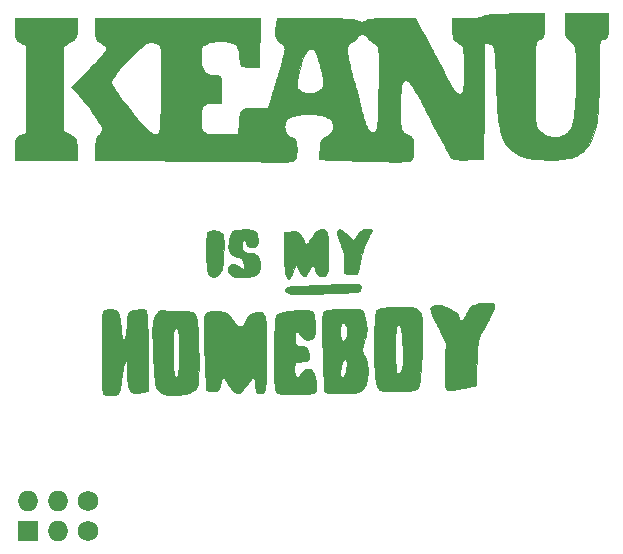
<source format=gbr>
G04 #@! TF.GenerationSoftware,KiCad,Pcbnew,(5.1.2)-1*
G04 #@! TF.CreationDate,2019-07-11T20:21:29-05:00*
G04 #@! TF.ProjectId,keanu-homeboy,6b65616e-752d-4686-9f6d-65626f792e6b,rev?*
G04 #@! TF.SameCoordinates,Original*
G04 #@! TF.FileFunction,Copper,L1,Top*
G04 #@! TF.FilePolarity,Positive*
%FSLAX46Y46*%
G04 Gerber Fmt 4.6, Leading zero omitted, Abs format (unit mm)*
G04 Created by KiCad (PCBNEW (5.1.2)-1) date 2019-07-11 20:21:29*
%MOMM*%
%LPD*%
G04 APERTURE LIST*
%ADD10C,0.010000*%
%ADD11C,1.727200*%
%ADD12O,1.727200X1.727200*%
%ADD13R,1.727200X1.727200*%
G04 APERTURE END LIST*
D10*
G36*
X-15436162Y-22532940D02*
G01*
X-15301527Y-22554263D01*
X-15181728Y-22590046D01*
X-15073147Y-22641235D01*
X-15020634Y-22673772D01*
X-14975862Y-22707846D01*
X-14935255Y-22745559D01*
X-14908574Y-22777450D01*
X-14869364Y-22850814D01*
X-14831983Y-22948139D01*
X-14796700Y-23068031D01*
X-14763788Y-23209098D01*
X-14733517Y-23369948D01*
X-14706157Y-23549188D01*
X-14681980Y-23745426D01*
X-14661257Y-23957270D01*
X-14649174Y-24110950D01*
X-14632201Y-24316619D01*
X-14612260Y-24499267D01*
X-14589421Y-24658542D01*
X-14563754Y-24794091D01*
X-14535331Y-24905561D01*
X-14504221Y-24992600D01*
X-14470495Y-25054856D01*
X-14456468Y-25072543D01*
X-14424300Y-25094791D01*
X-14391237Y-25092495D01*
X-14357984Y-25066459D01*
X-14325252Y-25017489D01*
X-14293747Y-24946390D01*
X-14264177Y-24853966D01*
X-14264159Y-24853900D01*
X-14241316Y-24761677D01*
X-14220940Y-24658713D01*
X-14202763Y-24542733D01*
X-14186519Y-24411461D01*
X-14171939Y-24262619D01*
X-14158755Y-24093933D01*
X-14146702Y-23903125D01*
X-14141735Y-23812500D01*
X-14132408Y-23642941D01*
X-14123380Y-23496557D01*
X-14114376Y-23371128D01*
X-14105124Y-23264434D01*
X-14095350Y-23174258D01*
X-14084780Y-23098379D01*
X-14073142Y-23034579D01*
X-14060162Y-22980637D01*
X-14045566Y-22934336D01*
X-14029082Y-22893455D01*
X-14028310Y-22891750D01*
X-13987399Y-22818048D01*
X-13937611Y-22762687D01*
X-13872244Y-22718701D01*
X-13851741Y-22708205D01*
X-13775529Y-22677529D01*
X-13678632Y-22648647D01*
X-13565742Y-22622228D01*
X-13441549Y-22598942D01*
X-13310745Y-22579457D01*
X-13178020Y-22564443D01*
X-13048064Y-22554568D01*
X-12925570Y-22550502D01*
X-12815227Y-22552914D01*
X-12780475Y-22555401D01*
X-12698964Y-22564264D01*
X-12638637Y-22575777D01*
X-12595291Y-22591748D01*
X-12564724Y-22613986D01*
X-12542734Y-22644300D01*
X-12534399Y-22661326D01*
X-12514216Y-22719859D01*
X-12495232Y-22801621D01*
X-12477425Y-22906846D01*
X-12460775Y-23035767D01*
X-12445261Y-23188618D01*
X-12430863Y-23365631D01*
X-12417559Y-23567039D01*
X-12405330Y-23793077D01*
X-12394155Y-24043977D01*
X-12384012Y-24319972D01*
X-12381920Y-24384000D01*
X-12380116Y-24451809D01*
X-12378356Y-24540091D01*
X-12376646Y-24647383D01*
X-12374990Y-24772224D01*
X-12373392Y-24913149D01*
X-12371855Y-25068697D01*
X-12370385Y-25237405D01*
X-12368984Y-25417811D01*
X-12367658Y-25608452D01*
X-12366410Y-25807866D01*
X-12365244Y-26014589D01*
X-12364165Y-26227160D01*
X-12363177Y-26444117D01*
X-12362283Y-26663995D01*
X-12361488Y-26885334D01*
X-12360796Y-27106670D01*
X-12360211Y-27326541D01*
X-12359737Y-27543484D01*
X-12359379Y-27756038D01*
X-12359140Y-27962738D01*
X-12359024Y-28162123D01*
X-12359036Y-28352731D01*
X-12359180Y-28533099D01*
X-12359459Y-28701763D01*
X-12359878Y-28857263D01*
X-12360442Y-28998134D01*
X-12361153Y-29122915D01*
X-12362017Y-29230144D01*
X-12363037Y-29318357D01*
X-12364218Y-29386092D01*
X-12365563Y-29431887D01*
X-12367077Y-29454278D01*
X-12367672Y-29456334D01*
X-12383390Y-29461269D01*
X-12420191Y-29470661D01*
X-12474318Y-29483662D01*
X-12542016Y-29499428D01*
X-12619525Y-29517111D01*
X-12703091Y-29535866D01*
X-12788956Y-29554846D01*
X-12873362Y-29573205D01*
X-12952554Y-29590097D01*
X-13022773Y-29604676D01*
X-13055600Y-29611281D01*
X-13111755Y-29620438D01*
X-13181705Y-29629018D01*
X-13253855Y-29635682D01*
X-13284736Y-29637745D01*
X-13424650Y-29637789D01*
X-13548587Y-29620603D01*
X-13657413Y-29585379D01*
X-13751995Y-29531312D01*
X-13833198Y-29457597D01*
X-13901888Y-29363426D01*
X-13958932Y-29247995D01*
X-14005195Y-29110497D01*
X-14041543Y-28950127D01*
X-14045139Y-28930111D01*
X-14056590Y-28861008D01*
X-14066453Y-28792197D01*
X-14074911Y-28720826D01*
X-14082143Y-28644043D01*
X-14088330Y-28558998D01*
X-14093654Y-28462838D01*
X-14098296Y-28352712D01*
X-14102436Y-28225769D01*
X-14106255Y-28079157D01*
X-14109935Y-27910024D01*
X-14109971Y-27908250D01*
X-14113474Y-27746895D01*
X-14117070Y-27608357D01*
X-14120912Y-27490052D01*
X-14125155Y-27389395D01*
X-14129955Y-27303804D01*
X-14135466Y-27230694D01*
X-14141843Y-27167482D01*
X-14149240Y-27111583D01*
X-14157812Y-27060416D01*
X-14162083Y-27038300D01*
X-14180006Y-26967826D01*
X-14200325Y-26922399D01*
X-14222877Y-26901795D01*
X-14247497Y-26905792D01*
X-14274021Y-26934164D01*
X-14302284Y-26986689D01*
X-14332122Y-27063143D01*
X-14363371Y-27163303D01*
X-14395866Y-27286944D01*
X-14419506Y-27388420D01*
X-14438953Y-27478400D01*
X-14457901Y-27571919D01*
X-14476816Y-27671741D01*
X-14496164Y-27780630D01*
X-14516409Y-27901353D01*
X-14538018Y-28036672D01*
X-14561456Y-28189354D01*
X-14587190Y-28362161D01*
X-14610820Y-28524200D01*
X-14640934Y-28729331D01*
X-14668840Y-28910775D01*
X-14695305Y-29070071D01*
X-14721097Y-29208758D01*
X-14746982Y-29328373D01*
X-14773727Y-29430455D01*
X-14802099Y-29516543D01*
X-14832866Y-29588175D01*
X-14866793Y-29646890D01*
X-14904649Y-29694227D01*
X-14947200Y-29731722D01*
X-14995212Y-29760916D01*
X-15049454Y-29783347D01*
X-15110692Y-29800553D01*
X-15179693Y-29814072D01*
X-15257224Y-29825443D01*
X-15259691Y-29825767D01*
X-15372516Y-29837098D01*
X-15491521Y-29842956D01*
X-15609895Y-29843403D01*
X-15720824Y-29838499D01*
X-15817496Y-29828306D01*
X-15862635Y-29820359D01*
X-15956713Y-29795152D01*
X-16037353Y-29762807D01*
X-16099958Y-29725387D01*
X-16126528Y-29701815D01*
X-16140753Y-29679259D01*
X-16154078Y-29642606D01*
X-16166545Y-29591117D01*
X-16178195Y-29524055D01*
X-16189070Y-29440683D01*
X-16199211Y-29340263D01*
X-16208659Y-29222057D01*
X-16217456Y-29085328D01*
X-16225643Y-28929339D01*
X-16233262Y-28753351D01*
X-16240354Y-28556628D01*
X-16246961Y-28338432D01*
X-16253124Y-28098025D01*
X-16258884Y-27834671D01*
X-16264282Y-27547630D01*
X-16269361Y-27236166D01*
X-16270938Y-27130375D01*
X-16274497Y-26847329D01*
X-16276980Y-26562033D01*
X-16278421Y-26276028D01*
X-16278848Y-25990856D01*
X-16278294Y-25708059D01*
X-16276789Y-25429177D01*
X-16274364Y-25155754D01*
X-16271049Y-24889330D01*
X-16266876Y-24631447D01*
X-16261876Y-24383646D01*
X-16256080Y-24147470D01*
X-16249518Y-23924460D01*
X-16242221Y-23716157D01*
X-16234220Y-23524104D01*
X-16225546Y-23349841D01*
X-16216231Y-23194910D01*
X-16206304Y-23060853D01*
X-16195797Y-22949212D01*
X-16185504Y-22866666D01*
X-16171331Y-22789585D01*
X-16152254Y-22731820D01*
X-16124369Y-22687304D01*
X-16083766Y-22649973D01*
X-16026540Y-22613761D01*
X-16020373Y-22610311D01*
X-15939113Y-22572621D01*
X-15849889Y-22546506D01*
X-15747839Y-22531004D01*
X-15628099Y-22525156D01*
X-15589250Y-22525130D01*
X-15436162Y-22532940D01*
X-15436162Y-22532940D01*
G37*
X-15436162Y-22532940D02*
X-15301527Y-22554263D01*
X-15181728Y-22590046D01*
X-15073147Y-22641235D01*
X-15020634Y-22673772D01*
X-14975862Y-22707846D01*
X-14935255Y-22745559D01*
X-14908574Y-22777450D01*
X-14869364Y-22850814D01*
X-14831983Y-22948139D01*
X-14796700Y-23068031D01*
X-14763788Y-23209098D01*
X-14733517Y-23369948D01*
X-14706157Y-23549188D01*
X-14681980Y-23745426D01*
X-14661257Y-23957270D01*
X-14649174Y-24110950D01*
X-14632201Y-24316619D01*
X-14612260Y-24499267D01*
X-14589421Y-24658542D01*
X-14563754Y-24794091D01*
X-14535331Y-24905561D01*
X-14504221Y-24992600D01*
X-14470495Y-25054856D01*
X-14456468Y-25072543D01*
X-14424300Y-25094791D01*
X-14391237Y-25092495D01*
X-14357984Y-25066459D01*
X-14325252Y-25017489D01*
X-14293747Y-24946390D01*
X-14264177Y-24853966D01*
X-14264159Y-24853900D01*
X-14241316Y-24761677D01*
X-14220940Y-24658713D01*
X-14202763Y-24542733D01*
X-14186519Y-24411461D01*
X-14171939Y-24262619D01*
X-14158755Y-24093933D01*
X-14146702Y-23903125D01*
X-14141735Y-23812500D01*
X-14132408Y-23642941D01*
X-14123380Y-23496557D01*
X-14114376Y-23371128D01*
X-14105124Y-23264434D01*
X-14095350Y-23174258D01*
X-14084780Y-23098379D01*
X-14073142Y-23034579D01*
X-14060162Y-22980637D01*
X-14045566Y-22934336D01*
X-14029082Y-22893455D01*
X-14028310Y-22891750D01*
X-13987399Y-22818048D01*
X-13937611Y-22762687D01*
X-13872244Y-22718701D01*
X-13851741Y-22708205D01*
X-13775529Y-22677529D01*
X-13678632Y-22648647D01*
X-13565742Y-22622228D01*
X-13441549Y-22598942D01*
X-13310745Y-22579457D01*
X-13178020Y-22564443D01*
X-13048064Y-22554568D01*
X-12925570Y-22550502D01*
X-12815227Y-22552914D01*
X-12780475Y-22555401D01*
X-12698964Y-22564264D01*
X-12638637Y-22575777D01*
X-12595291Y-22591748D01*
X-12564724Y-22613986D01*
X-12542734Y-22644300D01*
X-12534399Y-22661326D01*
X-12514216Y-22719859D01*
X-12495232Y-22801621D01*
X-12477425Y-22906846D01*
X-12460775Y-23035767D01*
X-12445261Y-23188618D01*
X-12430863Y-23365631D01*
X-12417559Y-23567039D01*
X-12405330Y-23793077D01*
X-12394155Y-24043977D01*
X-12384012Y-24319972D01*
X-12381920Y-24384000D01*
X-12380116Y-24451809D01*
X-12378356Y-24540091D01*
X-12376646Y-24647383D01*
X-12374990Y-24772224D01*
X-12373392Y-24913149D01*
X-12371855Y-25068697D01*
X-12370385Y-25237405D01*
X-12368984Y-25417811D01*
X-12367658Y-25608452D01*
X-12366410Y-25807866D01*
X-12365244Y-26014589D01*
X-12364165Y-26227160D01*
X-12363177Y-26444117D01*
X-12362283Y-26663995D01*
X-12361488Y-26885334D01*
X-12360796Y-27106670D01*
X-12360211Y-27326541D01*
X-12359737Y-27543484D01*
X-12359379Y-27756038D01*
X-12359140Y-27962738D01*
X-12359024Y-28162123D01*
X-12359036Y-28352731D01*
X-12359180Y-28533099D01*
X-12359459Y-28701763D01*
X-12359878Y-28857263D01*
X-12360442Y-28998134D01*
X-12361153Y-29122915D01*
X-12362017Y-29230144D01*
X-12363037Y-29318357D01*
X-12364218Y-29386092D01*
X-12365563Y-29431887D01*
X-12367077Y-29454278D01*
X-12367672Y-29456334D01*
X-12383390Y-29461269D01*
X-12420191Y-29470661D01*
X-12474318Y-29483662D01*
X-12542016Y-29499428D01*
X-12619525Y-29517111D01*
X-12703091Y-29535866D01*
X-12788956Y-29554846D01*
X-12873362Y-29573205D01*
X-12952554Y-29590097D01*
X-13022773Y-29604676D01*
X-13055600Y-29611281D01*
X-13111755Y-29620438D01*
X-13181705Y-29629018D01*
X-13253855Y-29635682D01*
X-13284736Y-29637745D01*
X-13424650Y-29637789D01*
X-13548587Y-29620603D01*
X-13657413Y-29585379D01*
X-13751995Y-29531312D01*
X-13833198Y-29457597D01*
X-13901888Y-29363426D01*
X-13958932Y-29247995D01*
X-14005195Y-29110497D01*
X-14041543Y-28950127D01*
X-14045139Y-28930111D01*
X-14056590Y-28861008D01*
X-14066453Y-28792197D01*
X-14074911Y-28720826D01*
X-14082143Y-28644043D01*
X-14088330Y-28558998D01*
X-14093654Y-28462838D01*
X-14098296Y-28352712D01*
X-14102436Y-28225769D01*
X-14106255Y-28079157D01*
X-14109935Y-27910024D01*
X-14109971Y-27908250D01*
X-14113474Y-27746895D01*
X-14117070Y-27608357D01*
X-14120912Y-27490052D01*
X-14125155Y-27389395D01*
X-14129955Y-27303804D01*
X-14135466Y-27230694D01*
X-14141843Y-27167482D01*
X-14149240Y-27111583D01*
X-14157812Y-27060416D01*
X-14162083Y-27038300D01*
X-14180006Y-26967826D01*
X-14200325Y-26922399D01*
X-14222877Y-26901795D01*
X-14247497Y-26905792D01*
X-14274021Y-26934164D01*
X-14302284Y-26986689D01*
X-14332122Y-27063143D01*
X-14363371Y-27163303D01*
X-14395866Y-27286944D01*
X-14419506Y-27388420D01*
X-14438953Y-27478400D01*
X-14457901Y-27571919D01*
X-14476816Y-27671741D01*
X-14496164Y-27780630D01*
X-14516409Y-27901353D01*
X-14538018Y-28036672D01*
X-14561456Y-28189354D01*
X-14587190Y-28362161D01*
X-14610820Y-28524200D01*
X-14640934Y-28729331D01*
X-14668840Y-28910775D01*
X-14695305Y-29070071D01*
X-14721097Y-29208758D01*
X-14746982Y-29328373D01*
X-14773727Y-29430455D01*
X-14802099Y-29516543D01*
X-14832866Y-29588175D01*
X-14866793Y-29646890D01*
X-14904649Y-29694227D01*
X-14947200Y-29731722D01*
X-14995212Y-29760916D01*
X-15049454Y-29783347D01*
X-15110692Y-29800553D01*
X-15179693Y-29814072D01*
X-15257224Y-29825443D01*
X-15259691Y-29825767D01*
X-15372516Y-29837098D01*
X-15491521Y-29842956D01*
X-15609895Y-29843403D01*
X-15720824Y-29838499D01*
X-15817496Y-29828306D01*
X-15862635Y-29820359D01*
X-15956713Y-29795152D01*
X-16037353Y-29762807D01*
X-16099958Y-29725387D01*
X-16126528Y-29701815D01*
X-16140753Y-29679259D01*
X-16154078Y-29642606D01*
X-16166545Y-29591117D01*
X-16178195Y-29524055D01*
X-16189070Y-29440683D01*
X-16199211Y-29340263D01*
X-16208659Y-29222057D01*
X-16217456Y-29085328D01*
X-16225643Y-28929339D01*
X-16233262Y-28753351D01*
X-16240354Y-28556628D01*
X-16246961Y-28338432D01*
X-16253124Y-28098025D01*
X-16258884Y-27834671D01*
X-16264282Y-27547630D01*
X-16269361Y-27236166D01*
X-16270938Y-27130375D01*
X-16274497Y-26847329D01*
X-16276980Y-26562033D01*
X-16278421Y-26276028D01*
X-16278848Y-25990856D01*
X-16278294Y-25708059D01*
X-16276789Y-25429177D01*
X-16274364Y-25155754D01*
X-16271049Y-24889330D01*
X-16266876Y-24631447D01*
X-16261876Y-24383646D01*
X-16256080Y-24147470D01*
X-16249518Y-23924460D01*
X-16242221Y-23716157D01*
X-16234220Y-23524104D01*
X-16225546Y-23349841D01*
X-16216231Y-23194910D01*
X-16206304Y-23060853D01*
X-16195797Y-22949212D01*
X-16185504Y-22866666D01*
X-16171331Y-22789585D01*
X-16152254Y-22731820D01*
X-16124369Y-22687304D01*
X-16083766Y-22649973D01*
X-16026540Y-22613761D01*
X-16020373Y-22610311D01*
X-15939113Y-22572621D01*
X-15849889Y-22546506D01*
X-15747839Y-22531004D01*
X-15628099Y-22525156D01*
X-15589250Y-22525130D01*
X-15436162Y-22532940D01*
G36*
X-11068476Y-22604480D02*
G01*
X-11035893Y-22612332D01*
X-10924785Y-22641559D01*
X-10828537Y-22663805D01*
X-10738166Y-22680847D01*
X-10644689Y-22694462D01*
X-10584976Y-22701549D01*
X-10379487Y-22719870D01*
X-10154889Y-22731649D01*
X-9916654Y-22736736D01*
X-9670255Y-22734980D01*
X-9525000Y-22730738D01*
X-9337959Y-22725003D01*
X-9174085Y-22722931D01*
X-9031367Y-22724840D01*
X-8907796Y-22731045D01*
X-8801359Y-22741864D01*
X-8710047Y-22757615D01*
X-8631847Y-22778614D01*
X-8564749Y-22805178D01*
X-8506743Y-22837625D01*
X-8455817Y-22876271D01*
X-8426450Y-22903957D01*
X-8367555Y-22970183D01*
X-8322802Y-23036976D01*
X-8288768Y-23111221D01*
X-8262025Y-23199805D01*
X-8248122Y-23262363D01*
X-8225705Y-23388733D01*
X-8204385Y-23539048D01*
X-8184235Y-23711874D01*
X-8165329Y-23905776D01*
X-8147740Y-24119321D01*
X-8131543Y-24351073D01*
X-8116811Y-24599599D01*
X-8103617Y-24863465D01*
X-8092036Y-25141235D01*
X-8082142Y-25431475D01*
X-8074008Y-25732752D01*
X-8067707Y-26043631D01*
X-8063315Y-26362678D01*
X-8060904Y-26688458D01*
X-8060434Y-26911300D01*
X-8061053Y-27200114D01*
X-8062947Y-27464640D01*
X-8066195Y-27705958D01*
X-8070876Y-27925152D01*
X-8077068Y-28123304D01*
X-8084850Y-28301496D01*
X-8094300Y-28460811D01*
X-8105497Y-28602331D01*
X-8118520Y-28727139D01*
X-8133446Y-28836316D01*
X-8150356Y-28930946D01*
X-8169327Y-29012111D01*
X-8190437Y-29080894D01*
X-8213766Y-29138376D01*
X-8223515Y-29158028D01*
X-8285812Y-29252428D01*
X-8370337Y-29343102D01*
X-8473945Y-29427471D01*
X-8593492Y-29502958D01*
X-8718952Y-29564092D01*
X-8831003Y-29606516D01*
X-8963812Y-29648180D01*
X-9112741Y-29687952D01*
X-9273150Y-29724700D01*
X-9440401Y-29757292D01*
X-9609855Y-29784595D01*
X-9639300Y-29788733D01*
X-9704821Y-29795746D01*
X-9789333Y-29801800D01*
X-9887688Y-29806795D01*
X-9994736Y-29810629D01*
X-10105330Y-29813202D01*
X-10214320Y-29814413D01*
X-10316556Y-29814160D01*
X-10406891Y-29812343D01*
X-10480174Y-29808860D01*
X-10514240Y-29805883D01*
X-10696535Y-29778714D01*
X-10870105Y-29739561D01*
X-11032526Y-29689487D01*
X-11181376Y-29629557D01*
X-11314229Y-29560835D01*
X-11428663Y-29484385D01*
X-11522254Y-29401270D01*
X-11573144Y-29340958D01*
X-11605929Y-29293430D01*
X-11633789Y-29245559D01*
X-11657498Y-29194308D01*
X-11677833Y-29136642D01*
X-11695569Y-29069523D01*
X-11711480Y-28989915D01*
X-11726343Y-28894781D01*
X-11740933Y-28781086D01*
X-11756025Y-28645792D01*
X-11759777Y-28610061D01*
X-11778623Y-28418246D01*
X-11797170Y-28208730D01*
X-11815314Y-27983834D01*
X-11832951Y-27745878D01*
X-11849975Y-27497184D01*
X-11866282Y-27240072D01*
X-11881766Y-26976864D01*
X-11896322Y-26709880D01*
X-11909847Y-26441442D01*
X-11922233Y-26173870D01*
X-11931379Y-25956901D01*
X-10246480Y-25956901D01*
X-10244688Y-26206450D01*
X-10242342Y-26412374D01*
X-10239674Y-26596005D01*
X-10236570Y-26760449D01*
X-10232914Y-26908813D01*
X-10228592Y-27044201D01*
X-10223487Y-27169721D01*
X-10217485Y-27288478D01*
X-10210472Y-27403579D01*
X-10202331Y-27518129D01*
X-10192947Y-27635235D01*
X-10190794Y-27660600D01*
X-10178573Y-27793468D01*
X-10166283Y-27903776D01*
X-10153217Y-27994355D01*
X-10138666Y-28068038D01*
X-10121922Y-28127656D01*
X-10102279Y-28176040D01*
X-10079028Y-28216023D01*
X-10051462Y-28250437D01*
X-10040544Y-28261810D01*
X-9995303Y-28296998D01*
X-9954459Y-28307369D01*
X-9917445Y-28293014D01*
X-9906676Y-28283575D01*
X-9871429Y-28235355D01*
X-9839238Y-28164080D01*
X-9810048Y-28069447D01*
X-9783803Y-27951152D01*
X-9760448Y-27808892D01*
X-9739928Y-27642365D01*
X-9722186Y-27451265D01*
X-9707169Y-27235292D01*
X-9703517Y-27171650D01*
X-9695529Y-27000896D01*
X-9689332Y-26814636D01*
X-9684904Y-26616730D01*
X-9682222Y-26411042D01*
X-9681262Y-26201434D01*
X-9682003Y-25991767D01*
X-9684422Y-25785903D01*
X-9688496Y-25587706D01*
X-9694202Y-25401036D01*
X-9701517Y-25229756D01*
X-9710419Y-25077728D01*
X-9716296Y-24999950D01*
X-9734879Y-24807579D01*
X-9756588Y-24638487D01*
X-9781349Y-24492975D01*
X-9809087Y-24371343D01*
X-9839725Y-24273889D01*
X-9873189Y-24200916D01*
X-9909403Y-24152722D01*
X-9932942Y-24135552D01*
X-9959830Y-24123895D01*
X-9981793Y-24123914D01*
X-10011121Y-24136211D01*
X-10018012Y-24139714D01*
X-10070330Y-24179224D01*
X-10116680Y-24238498D01*
X-10153628Y-24312030D01*
X-10177741Y-24394309D01*
X-10178201Y-24396700D01*
X-10195165Y-24505130D01*
X-10209734Y-24638666D01*
X-10221902Y-24797125D01*
X-10231661Y-24980325D01*
X-10239005Y-25188085D01*
X-10243927Y-25420223D01*
X-10246421Y-25676555D01*
X-10246480Y-25956901D01*
X-11931379Y-25956901D01*
X-11933378Y-25909486D01*
X-11943175Y-25650610D01*
X-11951520Y-25399564D01*
X-11958308Y-25158668D01*
X-11963434Y-24930244D01*
X-11966794Y-24716612D01*
X-11968281Y-24520094D01*
X-11967791Y-24343010D01*
X-11965220Y-24187682D01*
X-11962989Y-24115296D01*
X-11954105Y-23927648D01*
X-11941552Y-23762079D01*
X-11924398Y-23615419D01*
X-11901707Y-23484493D01*
X-11872547Y-23366129D01*
X-11835983Y-23257156D01*
X-11791081Y-23154401D01*
X-11736907Y-23054690D01*
X-11672527Y-22954853D01*
X-11597007Y-22851715D01*
X-11587287Y-22839141D01*
X-11526417Y-22765476D01*
X-11470833Y-22709642D01*
X-11414718Y-22666623D01*
X-11352261Y-22631402D01*
X-11339395Y-22625270D01*
X-11258591Y-22600280D01*
X-11166103Y-22593257D01*
X-11068476Y-22604480D01*
X-11068476Y-22604480D01*
G37*
X-11068476Y-22604480D02*
X-11035893Y-22612332D01*
X-10924785Y-22641559D01*
X-10828537Y-22663805D01*
X-10738166Y-22680847D01*
X-10644689Y-22694462D01*
X-10584976Y-22701549D01*
X-10379487Y-22719870D01*
X-10154889Y-22731649D01*
X-9916654Y-22736736D01*
X-9670255Y-22734980D01*
X-9525000Y-22730738D01*
X-9337959Y-22725003D01*
X-9174085Y-22722931D01*
X-9031367Y-22724840D01*
X-8907796Y-22731045D01*
X-8801359Y-22741864D01*
X-8710047Y-22757615D01*
X-8631847Y-22778614D01*
X-8564749Y-22805178D01*
X-8506743Y-22837625D01*
X-8455817Y-22876271D01*
X-8426450Y-22903957D01*
X-8367555Y-22970183D01*
X-8322802Y-23036976D01*
X-8288768Y-23111221D01*
X-8262025Y-23199805D01*
X-8248122Y-23262363D01*
X-8225705Y-23388733D01*
X-8204385Y-23539048D01*
X-8184235Y-23711874D01*
X-8165329Y-23905776D01*
X-8147740Y-24119321D01*
X-8131543Y-24351073D01*
X-8116811Y-24599599D01*
X-8103617Y-24863465D01*
X-8092036Y-25141235D01*
X-8082142Y-25431475D01*
X-8074008Y-25732752D01*
X-8067707Y-26043631D01*
X-8063315Y-26362678D01*
X-8060904Y-26688458D01*
X-8060434Y-26911300D01*
X-8061053Y-27200114D01*
X-8062947Y-27464640D01*
X-8066195Y-27705958D01*
X-8070876Y-27925152D01*
X-8077068Y-28123304D01*
X-8084850Y-28301496D01*
X-8094300Y-28460811D01*
X-8105497Y-28602331D01*
X-8118520Y-28727139D01*
X-8133446Y-28836316D01*
X-8150356Y-28930946D01*
X-8169327Y-29012111D01*
X-8190437Y-29080894D01*
X-8213766Y-29138376D01*
X-8223515Y-29158028D01*
X-8285812Y-29252428D01*
X-8370337Y-29343102D01*
X-8473945Y-29427471D01*
X-8593492Y-29502958D01*
X-8718952Y-29564092D01*
X-8831003Y-29606516D01*
X-8963812Y-29648180D01*
X-9112741Y-29687952D01*
X-9273150Y-29724700D01*
X-9440401Y-29757292D01*
X-9609855Y-29784595D01*
X-9639300Y-29788733D01*
X-9704821Y-29795746D01*
X-9789333Y-29801800D01*
X-9887688Y-29806795D01*
X-9994736Y-29810629D01*
X-10105330Y-29813202D01*
X-10214320Y-29814413D01*
X-10316556Y-29814160D01*
X-10406891Y-29812343D01*
X-10480174Y-29808860D01*
X-10514240Y-29805883D01*
X-10696535Y-29778714D01*
X-10870105Y-29739561D01*
X-11032526Y-29689487D01*
X-11181376Y-29629557D01*
X-11314229Y-29560835D01*
X-11428663Y-29484385D01*
X-11522254Y-29401270D01*
X-11573144Y-29340958D01*
X-11605929Y-29293430D01*
X-11633789Y-29245559D01*
X-11657498Y-29194308D01*
X-11677833Y-29136642D01*
X-11695569Y-29069523D01*
X-11711480Y-28989915D01*
X-11726343Y-28894781D01*
X-11740933Y-28781086D01*
X-11756025Y-28645792D01*
X-11759777Y-28610061D01*
X-11778623Y-28418246D01*
X-11797170Y-28208730D01*
X-11815314Y-27983834D01*
X-11832951Y-27745878D01*
X-11849975Y-27497184D01*
X-11866282Y-27240072D01*
X-11881766Y-26976864D01*
X-11896322Y-26709880D01*
X-11909847Y-26441442D01*
X-11922233Y-26173870D01*
X-11931379Y-25956901D01*
X-10246480Y-25956901D01*
X-10244688Y-26206450D01*
X-10242342Y-26412374D01*
X-10239674Y-26596005D01*
X-10236570Y-26760449D01*
X-10232914Y-26908813D01*
X-10228592Y-27044201D01*
X-10223487Y-27169721D01*
X-10217485Y-27288478D01*
X-10210472Y-27403579D01*
X-10202331Y-27518129D01*
X-10192947Y-27635235D01*
X-10190794Y-27660600D01*
X-10178573Y-27793468D01*
X-10166283Y-27903776D01*
X-10153217Y-27994355D01*
X-10138666Y-28068038D01*
X-10121922Y-28127656D01*
X-10102279Y-28176040D01*
X-10079028Y-28216023D01*
X-10051462Y-28250437D01*
X-10040544Y-28261810D01*
X-9995303Y-28296998D01*
X-9954459Y-28307369D01*
X-9917445Y-28293014D01*
X-9906676Y-28283575D01*
X-9871429Y-28235355D01*
X-9839238Y-28164080D01*
X-9810048Y-28069447D01*
X-9783803Y-27951152D01*
X-9760448Y-27808892D01*
X-9739928Y-27642365D01*
X-9722186Y-27451265D01*
X-9707169Y-27235292D01*
X-9703517Y-27171650D01*
X-9695529Y-27000896D01*
X-9689332Y-26814636D01*
X-9684904Y-26616730D01*
X-9682222Y-26411042D01*
X-9681262Y-26201434D01*
X-9682003Y-25991767D01*
X-9684422Y-25785903D01*
X-9688496Y-25587706D01*
X-9694202Y-25401036D01*
X-9701517Y-25229756D01*
X-9710419Y-25077728D01*
X-9716296Y-24999950D01*
X-9734879Y-24807579D01*
X-9756588Y-24638487D01*
X-9781349Y-24492975D01*
X-9809087Y-24371343D01*
X-9839725Y-24273889D01*
X-9873189Y-24200916D01*
X-9909403Y-24152722D01*
X-9932942Y-24135552D01*
X-9959830Y-24123895D01*
X-9981793Y-24123914D01*
X-10011121Y-24136211D01*
X-10018012Y-24139714D01*
X-10070330Y-24179224D01*
X-10116680Y-24238498D01*
X-10153628Y-24312030D01*
X-10177741Y-24394309D01*
X-10178201Y-24396700D01*
X-10195165Y-24505130D01*
X-10209734Y-24638666D01*
X-10221902Y-24797125D01*
X-10231661Y-24980325D01*
X-10239005Y-25188085D01*
X-10243927Y-25420223D01*
X-10246421Y-25676555D01*
X-10246480Y-25956901D01*
X-11931379Y-25956901D01*
X-11933378Y-25909486D01*
X-11943175Y-25650610D01*
X-11951520Y-25399564D01*
X-11958308Y-25158668D01*
X-11963434Y-24930244D01*
X-11966794Y-24716612D01*
X-11968281Y-24520094D01*
X-11967791Y-24343010D01*
X-11965220Y-24187682D01*
X-11962989Y-24115296D01*
X-11954105Y-23927648D01*
X-11941552Y-23762079D01*
X-11924398Y-23615419D01*
X-11901707Y-23484493D01*
X-11872547Y-23366129D01*
X-11835983Y-23257156D01*
X-11791081Y-23154401D01*
X-11736907Y-23054690D01*
X-11672527Y-22954853D01*
X-11597007Y-22851715D01*
X-11587287Y-22839141D01*
X-11526417Y-22765476D01*
X-11470833Y-22709642D01*
X-11414718Y-22666623D01*
X-11352261Y-22631402D01*
X-11339395Y-22625270D01*
X-11258591Y-22600280D01*
X-11166103Y-22593257D01*
X-11068476Y-22604480D01*
G36*
X869026Y-22613338D02*
G01*
X979561Y-22616343D01*
X1077068Y-22620900D01*
X1157507Y-22627011D01*
X1216837Y-22634678D01*
X1219200Y-22635106D01*
X1340960Y-22661486D01*
X1437580Y-22691018D01*
X1509126Y-22723725D01*
X1544201Y-22748414D01*
X1590473Y-22803079D01*
X1632571Y-22881254D01*
X1670228Y-22981350D01*
X1703176Y-23101779D01*
X1731148Y-23240952D01*
X1753877Y-23397281D01*
X1771094Y-23569179D01*
X1782533Y-23755055D01*
X1787927Y-23953323D01*
X1787006Y-24162393D01*
X1786481Y-24187150D01*
X1781269Y-24351034D01*
X1773268Y-24491743D01*
X1761812Y-24611413D01*
X1746240Y-24712180D01*
X1725887Y-24796178D01*
X1700090Y-24865544D01*
X1668185Y-24922413D01*
X1629508Y-24968922D01*
X1583397Y-25007205D01*
X1529186Y-25039399D01*
X1520291Y-25043846D01*
X1414360Y-25086948D01*
X1303914Y-25116076D01*
X1193961Y-25130839D01*
X1089513Y-25130845D01*
X995577Y-25115700D01*
X927103Y-25090301D01*
X867722Y-25056776D01*
X814368Y-25018060D01*
X762657Y-24970014D01*
X708206Y-24908503D01*
X646632Y-24829387D01*
X637183Y-24816657D01*
X553486Y-24708180D01*
X478636Y-24621763D01*
X411244Y-24556222D01*
X349919Y-24510371D01*
X293273Y-24483024D01*
X239915Y-24472996D01*
X234201Y-24472900D01*
X192738Y-24480017D01*
X157976Y-24505150D01*
X153704Y-24509603D01*
X129456Y-24540269D01*
X111220Y-24576045D01*
X98021Y-24621166D01*
X88883Y-24679868D01*
X82833Y-24756386D01*
X79622Y-24831363D01*
X78835Y-24969377D01*
X85259Y-25103283D01*
X98327Y-25228915D01*
X117475Y-25342108D01*
X142140Y-25438697D01*
X171755Y-25514516D01*
X172408Y-25515820D01*
X205115Y-25569823D01*
X243771Y-25610031D01*
X291753Y-25637594D01*
X352437Y-25653663D01*
X429201Y-25659387D01*
X525422Y-25655917D01*
X572306Y-25652008D01*
X650347Y-25645607D01*
X709326Y-25643184D01*
X755267Y-25644739D01*
X794196Y-25650270D01*
X802271Y-25651988D01*
X884532Y-25678343D01*
X958099Y-25719536D01*
X1024432Y-25777367D01*
X1084993Y-25853636D01*
X1141242Y-25950142D01*
X1194640Y-26068684D01*
X1239878Y-26191036D01*
X1274699Y-26299227D01*
X1298920Y-26390439D01*
X1313711Y-26470199D01*
X1320239Y-26544037D01*
X1320800Y-26573642D01*
X1314698Y-26664463D01*
X1294899Y-26737553D01*
X1259162Y-26797850D01*
X1205244Y-26850295D01*
X1190052Y-26861754D01*
X1147339Y-26888403D01*
X1097594Y-26910539D01*
X1037978Y-26928685D01*
X965648Y-26943367D01*
X877765Y-26955109D01*
X771487Y-26964436D01*
X643973Y-26971872D01*
X577850Y-26974783D01*
X495020Y-26978701D01*
X418117Y-26983384D01*
X351751Y-26988468D01*
X300529Y-26993591D01*
X269060Y-26998391D01*
X265206Y-26999379D01*
X192872Y-27031823D01*
X136773Y-27081603D01*
X95847Y-27150134D01*
X69030Y-27238829D01*
X63994Y-27266900D01*
X59196Y-27312751D01*
X55537Y-27378541D01*
X53018Y-27458836D01*
X51645Y-27548200D01*
X51418Y-27641198D01*
X52342Y-27732394D01*
X54419Y-27816354D01*
X57652Y-27887641D01*
X62044Y-27940822D01*
X63628Y-27952700D01*
X86981Y-28072563D01*
X116598Y-28167843D01*
X152521Y-28238578D01*
X194787Y-28284809D01*
X243438Y-28306578D01*
X298512Y-28303925D01*
X360050Y-28276890D01*
X372120Y-28269236D01*
X424668Y-28225538D01*
X481936Y-28160605D01*
X544720Y-28073421D01*
X613813Y-27962970D01*
X619871Y-27952700D01*
X695468Y-27837911D01*
X774166Y-27746755D01*
X857975Y-27677487D01*
X948907Y-27628364D01*
X1021843Y-27603987D01*
X1128258Y-27586671D01*
X1236590Y-27587644D01*
X1341302Y-27605855D01*
X1436855Y-27640253D01*
X1517712Y-27689786D01*
X1530730Y-27700623D01*
X1581527Y-27753863D01*
X1628086Y-27821633D01*
X1670944Y-27905488D01*
X1710639Y-28006979D01*
X1747706Y-28127661D01*
X1782683Y-28269086D01*
X1816107Y-28432807D01*
X1848366Y-28619450D01*
X1856773Y-28685227D01*
X1863948Y-28767259D01*
X1869759Y-28860418D01*
X1874072Y-28959576D01*
X1876754Y-29059606D01*
X1877673Y-29155383D01*
X1876695Y-29241778D01*
X1873686Y-29313665D01*
X1868515Y-29365916D01*
X1867849Y-29370010D01*
X1850027Y-29451643D01*
X1826973Y-29512306D01*
X1796189Y-29556280D01*
X1755181Y-29587848D01*
X1734832Y-29598200D01*
X1660695Y-29625197D01*
X1561929Y-29650112D01*
X1439224Y-29672866D01*
X1293272Y-29693380D01*
X1124765Y-29711574D01*
X934394Y-29727370D01*
X722849Y-29740688D01*
X490823Y-29751449D01*
X356656Y-29756188D01*
X241233Y-29759804D01*
X145963Y-29762578D01*
X65613Y-29764503D01*
X-5052Y-29765576D01*
X-71264Y-29765790D01*
X-138258Y-29765141D01*
X-211265Y-29763624D01*
X-295521Y-29761234D01*
X-396258Y-29757965D01*
X-472650Y-29755380D01*
X-676613Y-29746593D01*
X-856055Y-29734880D01*
X-1011701Y-29720113D01*
X-1144275Y-29702167D01*
X-1254502Y-29680915D01*
X-1343106Y-29656231D01*
X-1410812Y-29627988D01*
X-1458344Y-29596061D01*
X-1472969Y-29580914D01*
X-1503964Y-29534459D01*
X-1531753Y-29473446D01*
X-1556603Y-29396450D01*
X-1578776Y-29302044D01*
X-1598539Y-29188801D01*
X-1616154Y-29055297D01*
X-1631888Y-28900103D01*
X-1646003Y-28721795D01*
X-1653582Y-28606750D01*
X-1656279Y-28548847D01*
X-1658748Y-28467560D01*
X-1660987Y-28364902D01*
X-1662998Y-28242889D01*
X-1664778Y-28103533D01*
X-1666330Y-27948850D01*
X-1667651Y-27780854D01*
X-1668743Y-27601558D01*
X-1669604Y-27412978D01*
X-1670235Y-27217127D01*
X-1670636Y-27016020D01*
X-1670806Y-26811671D01*
X-1670746Y-26606095D01*
X-1670455Y-26401305D01*
X-1669933Y-26199316D01*
X-1669179Y-26002142D01*
X-1668194Y-25811797D01*
X-1666978Y-25630296D01*
X-1665530Y-25459654D01*
X-1663851Y-25301883D01*
X-1661939Y-25158999D01*
X-1659795Y-25033016D01*
X-1657419Y-24925948D01*
X-1654811Y-24839809D01*
X-1653877Y-24815800D01*
X-1642191Y-24549810D01*
X-1630342Y-24308269D01*
X-1618254Y-24090230D01*
X-1605855Y-23894740D01*
X-1593068Y-23720850D01*
X-1579819Y-23567611D01*
X-1566034Y-23434072D01*
X-1551638Y-23319284D01*
X-1536557Y-23222297D01*
X-1523314Y-23153935D01*
X-1503939Y-23095557D01*
X-1470653Y-23048415D01*
X-1462171Y-23039635D01*
X-1397280Y-22988092D01*
X-1308132Y-22938068D01*
X-1195840Y-22889857D01*
X-1061517Y-22843753D01*
X-906276Y-22800048D01*
X-731231Y-22759038D01*
X-537494Y-22721015D01*
X-326179Y-22686272D01*
X-98399Y-22655104D01*
X69850Y-22635613D01*
X158462Y-22627803D01*
X262327Y-22621533D01*
X377404Y-22616804D01*
X499652Y-22613618D01*
X625032Y-22611978D01*
X749503Y-22611884D01*
X869026Y-22613338D01*
X869026Y-22613338D01*
G37*
X869026Y-22613338D02*
X979561Y-22616343D01*
X1077068Y-22620900D01*
X1157507Y-22627011D01*
X1216837Y-22634678D01*
X1219200Y-22635106D01*
X1340960Y-22661486D01*
X1437580Y-22691018D01*
X1509126Y-22723725D01*
X1544201Y-22748414D01*
X1590473Y-22803079D01*
X1632571Y-22881254D01*
X1670228Y-22981350D01*
X1703176Y-23101779D01*
X1731148Y-23240952D01*
X1753877Y-23397281D01*
X1771094Y-23569179D01*
X1782533Y-23755055D01*
X1787927Y-23953323D01*
X1787006Y-24162393D01*
X1786481Y-24187150D01*
X1781269Y-24351034D01*
X1773268Y-24491743D01*
X1761812Y-24611413D01*
X1746240Y-24712180D01*
X1725887Y-24796178D01*
X1700090Y-24865544D01*
X1668185Y-24922413D01*
X1629508Y-24968922D01*
X1583397Y-25007205D01*
X1529186Y-25039399D01*
X1520291Y-25043846D01*
X1414360Y-25086948D01*
X1303914Y-25116076D01*
X1193961Y-25130839D01*
X1089513Y-25130845D01*
X995577Y-25115700D01*
X927103Y-25090301D01*
X867722Y-25056776D01*
X814368Y-25018060D01*
X762657Y-24970014D01*
X708206Y-24908503D01*
X646632Y-24829387D01*
X637183Y-24816657D01*
X553486Y-24708180D01*
X478636Y-24621763D01*
X411244Y-24556222D01*
X349919Y-24510371D01*
X293273Y-24483024D01*
X239915Y-24472996D01*
X234201Y-24472900D01*
X192738Y-24480017D01*
X157976Y-24505150D01*
X153704Y-24509603D01*
X129456Y-24540269D01*
X111220Y-24576045D01*
X98021Y-24621166D01*
X88883Y-24679868D01*
X82833Y-24756386D01*
X79622Y-24831363D01*
X78835Y-24969377D01*
X85259Y-25103283D01*
X98327Y-25228915D01*
X117475Y-25342108D01*
X142140Y-25438697D01*
X171755Y-25514516D01*
X172408Y-25515820D01*
X205115Y-25569823D01*
X243771Y-25610031D01*
X291753Y-25637594D01*
X352437Y-25653663D01*
X429201Y-25659387D01*
X525422Y-25655917D01*
X572306Y-25652008D01*
X650347Y-25645607D01*
X709326Y-25643184D01*
X755267Y-25644739D01*
X794196Y-25650270D01*
X802271Y-25651988D01*
X884532Y-25678343D01*
X958099Y-25719536D01*
X1024432Y-25777367D01*
X1084993Y-25853636D01*
X1141242Y-25950142D01*
X1194640Y-26068684D01*
X1239878Y-26191036D01*
X1274699Y-26299227D01*
X1298920Y-26390439D01*
X1313711Y-26470199D01*
X1320239Y-26544037D01*
X1320800Y-26573642D01*
X1314698Y-26664463D01*
X1294899Y-26737553D01*
X1259162Y-26797850D01*
X1205244Y-26850295D01*
X1190052Y-26861754D01*
X1147339Y-26888403D01*
X1097594Y-26910539D01*
X1037978Y-26928685D01*
X965648Y-26943367D01*
X877765Y-26955109D01*
X771487Y-26964436D01*
X643973Y-26971872D01*
X577850Y-26974783D01*
X495020Y-26978701D01*
X418117Y-26983384D01*
X351751Y-26988468D01*
X300529Y-26993591D01*
X269060Y-26998391D01*
X265206Y-26999379D01*
X192872Y-27031823D01*
X136773Y-27081603D01*
X95847Y-27150134D01*
X69030Y-27238829D01*
X63994Y-27266900D01*
X59196Y-27312751D01*
X55537Y-27378541D01*
X53018Y-27458836D01*
X51645Y-27548200D01*
X51418Y-27641198D01*
X52342Y-27732394D01*
X54419Y-27816354D01*
X57652Y-27887641D01*
X62044Y-27940822D01*
X63628Y-27952700D01*
X86981Y-28072563D01*
X116598Y-28167843D01*
X152521Y-28238578D01*
X194787Y-28284809D01*
X243438Y-28306578D01*
X298512Y-28303925D01*
X360050Y-28276890D01*
X372120Y-28269236D01*
X424668Y-28225538D01*
X481936Y-28160605D01*
X544720Y-28073421D01*
X613813Y-27962970D01*
X619871Y-27952700D01*
X695468Y-27837911D01*
X774166Y-27746755D01*
X857975Y-27677487D01*
X948907Y-27628364D01*
X1021843Y-27603987D01*
X1128258Y-27586671D01*
X1236590Y-27587644D01*
X1341302Y-27605855D01*
X1436855Y-27640253D01*
X1517712Y-27689786D01*
X1530730Y-27700623D01*
X1581527Y-27753863D01*
X1628086Y-27821633D01*
X1670944Y-27905488D01*
X1710639Y-28006979D01*
X1747706Y-28127661D01*
X1782683Y-28269086D01*
X1816107Y-28432807D01*
X1848366Y-28619450D01*
X1856773Y-28685227D01*
X1863948Y-28767259D01*
X1869759Y-28860418D01*
X1874072Y-28959576D01*
X1876754Y-29059606D01*
X1877673Y-29155383D01*
X1876695Y-29241778D01*
X1873686Y-29313665D01*
X1868515Y-29365916D01*
X1867849Y-29370010D01*
X1850027Y-29451643D01*
X1826973Y-29512306D01*
X1796189Y-29556280D01*
X1755181Y-29587848D01*
X1734832Y-29598200D01*
X1660695Y-29625197D01*
X1561929Y-29650112D01*
X1439224Y-29672866D01*
X1293272Y-29693380D01*
X1124765Y-29711574D01*
X934394Y-29727370D01*
X722849Y-29740688D01*
X490823Y-29751449D01*
X356656Y-29756188D01*
X241233Y-29759804D01*
X145963Y-29762578D01*
X65613Y-29764503D01*
X-5052Y-29765576D01*
X-71264Y-29765790D01*
X-138258Y-29765141D01*
X-211265Y-29763624D01*
X-295521Y-29761234D01*
X-396258Y-29757965D01*
X-472650Y-29755380D01*
X-676613Y-29746593D01*
X-856055Y-29734880D01*
X-1011701Y-29720113D01*
X-1144275Y-29702167D01*
X-1254502Y-29680915D01*
X-1343106Y-29656231D01*
X-1410812Y-29627988D01*
X-1458344Y-29596061D01*
X-1472969Y-29580914D01*
X-1503964Y-29534459D01*
X-1531753Y-29473446D01*
X-1556603Y-29396450D01*
X-1578776Y-29302044D01*
X-1598539Y-29188801D01*
X-1616154Y-29055297D01*
X-1631888Y-28900103D01*
X-1646003Y-28721795D01*
X-1653582Y-28606750D01*
X-1656279Y-28548847D01*
X-1658748Y-28467560D01*
X-1660987Y-28364902D01*
X-1662998Y-28242889D01*
X-1664778Y-28103533D01*
X-1666330Y-27948850D01*
X-1667651Y-27780854D01*
X-1668743Y-27601558D01*
X-1669604Y-27412978D01*
X-1670235Y-27217127D01*
X-1670636Y-27016020D01*
X-1670806Y-26811671D01*
X-1670746Y-26606095D01*
X-1670455Y-26401305D01*
X-1669933Y-26199316D01*
X-1669179Y-26002142D01*
X-1668194Y-25811797D01*
X-1666978Y-25630296D01*
X-1665530Y-25459654D01*
X-1663851Y-25301883D01*
X-1661939Y-25158999D01*
X-1659795Y-25033016D01*
X-1657419Y-24925948D01*
X-1654811Y-24839809D01*
X-1653877Y-24815800D01*
X-1642191Y-24549810D01*
X-1630342Y-24308269D01*
X-1618254Y-24090230D01*
X-1605855Y-23894740D01*
X-1593068Y-23720850D01*
X-1579819Y-23567611D01*
X-1566034Y-23434072D01*
X-1551638Y-23319284D01*
X-1536557Y-23222297D01*
X-1523314Y-23153935D01*
X-1503939Y-23095557D01*
X-1470653Y-23048415D01*
X-1462171Y-23039635D01*
X-1397280Y-22988092D01*
X-1308132Y-22938068D01*
X-1195840Y-22889857D01*
X-1061517Y-22843753D01*
X-906276Y-22800048D01*
X-731231Y-22759038D01*
X-537494Y-22721015D01*
X-326179Y-22686272D01*
X-98399Y-22655104D01*
X69850Y-22635613D01*
X158462Y-22627803D01*
X262327Y-22621533D01*
X377404Y-22616804D01*
X499652Y-22613618D01*
X625032Y-22611978D01*
X749503Y-22611884D01*
X869026Y-22613338D01*
G36*
X-6612352Y-22711129D02*
G01*
X-6401791Y-22720076D01*
X-6213757Y-22737215D01*
X-6046636Y-22762832D01*
X-5898816Y-22797210D01*
X-5768684Y-22840638D01*
X-5692550Y-22873984D01*
X-5671832Y-22884576D01*
X-5652064Y-22896430D01*
X-5631780Y-22911230D01*
X-5609515Y-22930656D01*
X-5583803Y-22956393D01*
X-5553178Y-22990123D01*
X-5516176Y-23033527D01*
X-5471330Y-23088289D01*
X-5417175Y-23156091D01*
X-5352245Y-23238615D01*
X-5275076Y-23337545D01*
X-5184201Y-23454562D01*
X-5162690Y-23482300D01*
X-5077289Y-23591055D01*
X-5004051Y-23681019D01*
X-4940856Y-23754402D01*
X-4885584Y-23813416D01*
X-4836112Y-23860273D01*
X-4790322Y-23897182D01*
X-4746093Y-23926357D01*
X-4726145Y-23937545D01*
X-4638023Y-23974890D01*
X-4556079Y-23988663D01*
X-4478114Y-23978483D01*
X-4401934Y-23943969D01*
X-4325341Y-23884741D01*
X-4304318Y-23864476D01*
X-4250437Y-23805441D01*
X-4201571Y-23740205D01*
X-4154985Y-23664266D01*
X-4107942Y-23573123D01*
X-4057706Y-23462275D01*
X-4052665Y-23450550D01*
X-3992021Y-23324368D01*
X-3925837Y-23218361D01*
X-3850475Y-23127371D01*
X-3774306Y-23056158D01*
X-3646355Y-22961701D01*
X-3509696Y-22886480D01*
X-3360497Y-22828814D01*
X-3194928Y-22787019D01*
X-3138299Y-22776794D01*
X-3010123Y-22762241D01*
X-2896845Y-22764146D01*
X-2797371Y-22783476D01*
X-2710607Y-22821198D01*
X-2635461Y-22878279D01*
X-2570836Y-22955687D01*
X-2515641Y-23054388D01*
X-2468781Y-23175351D01*
X-2429162Y-23319542D01*
X-2407354Y-23423129D01*
X-2392257Y-23513927D01*
X-2377232Y-23626420D01*
X-2362682Y-23756901D01*
X-2349015Y-23901666D01*
X-2336635Y-24057010D01*
X-2334148Y-24091900D01*
X-2330063Y-24167257D01*
X-2326589Y-24266126D01*
X-2323714Y-24386628D01*
X-2321424Y-24526880D01*
X-2319706Y-24685004D01*
X-2318548Y-24859119D01*
X-2317936Y-25047344D01*
X-2317857Y-25247800D01*
X-2318299Y-25458606D01*
X-2319247Y-25677881D01*
X-2320690Y-25903746D01*
X-2322615Y-26134320D01*
X-2325007Y-26367723D01*
X-2327854Y-26602075D01*
X-2331144Y-26835495D01*
X-2334863Y-27066103D01*
X-2338998Y-27292019D01*
X-2343536Y-27511362D01*
X-2348464Y-27722253D01*
X-2353769Y-27922810D01*
X-2359439Y-28111154D01*
X-2362632Y-28206700D01*
X-2370939Y-28424218D01*
X-2380043Y-28617803D01*
X-2390175Y-28788917D01*
X-2401565Y-28939021D01*
X-2414445Y-29069575D01*
X-2429046Y-29182041D01*
X-2445598Y-29277880D01*
X-2464332Y-29358553D01*
X-2485480Y-29425520D01*
X-2509271Y-29480244D01*
X-2535938Y-29524186D01*
X-2565710Y-29558805D01*
X-2578078Y-29569982D01*
X-2625450Y-29599730D01*
X-2691289Y-29623938D01*
X-2777948Y-29643306D01*
X-2868797Y-29656374D01*
X-2963243Y-29663485D01*
X-3038013Y-29659467D01*
X-3096598Y-29643602D01*
X-3142488Y-29615171D01*
X-3161658Y-29596140D01*
X-3184659Y-29568905D01*
X-3198542Y-29550459D01*
X-3200400Y-29546727D01*
X-3203412Y-29532604D01*
X-3211231Y-29501316D01*
X-3220004Y-29467794D01*
X-3227423Y-29429337D01*
X-3234008Y-29372083D01*
X-3239872Y-29294458D01*
X-3245131Y-29194891D01*
X-3249898Y-29071806D01*
X-3250781Y-29044900D01*
X-3256722Y-28895126D01*
X-3264448Y-28768733D01*
X-3274380Y-28663740D01*
X-3286936Y-28578163D01*
X-3302537Y-28510021D01*
X-3321600Y-28457331D01*
X-3344546Y-28418111D01*
X-3371795Y-28390379D01*
X-3391952Y-28377606D01*
X-3435153Y-28365295D01*
X-3483089Y-28371266D01*
X-3536444Y-28396172D01*
X-3595909Y-28440666D01*
X-3662168Y-28505399D01*
X-3735911Y-28591024D01*
X-3817823Y-28698193D01*
X-3908592Y-28827559D01*
X-3981208Y-28936950D01*
X-4059531Y-29054797D01*
X-4129530Y-29154340D01*
X-4194556Y-29239832D01*
X-4257962Y-29315526D01*
X-4323100Y-29385675D01*
X-4376699Y-29438734D01*
X-4477163Y-29529231D01*
X-4567711Y-29597901D01*
X-4650170Y-29645440D01*
X-4726369Y-29672544D01*
X-4798135Y-29679908D01*
X-4867296Y-29668228D01*
X-4921250Y-29646013D01*
X-5006914Y-29594879D01*
X-5090630Y-29530077D01*
X-5173805Y-29449931D01*
X-5257845Y-29352760D01*
X-5344157Y-29236885D01*
X-5434147Y-29100627D01*
X-5529222Y-28942308D01*
X-5568417Y-28873450D01*
X-5647974Y-28735970D01*
X-5719472Y-28621608D01*
X-5783659Y-28529659D01*
X-5841283Y-28459415D01*
X-5893090Y-28410172D01*
X-5939829Y-28381221D01*
X-5982248Y-28371859D01*
X-6021093Y-28381377D01*
X-6057112Y-28409070D01*
X-6058471Y-28410510D01*
X-6076550Y-28432403D01*
X-6093496Y-28459221D01*
X-6110067Y-28493363D01*
X-6127019Y-28537226D01*
X-6145108Y-28593206D01*
X-6165091Y-28663703D01*
X-6187723Y-28751112D01*
X-6213762Y-28857832D01*
X-6243963Y-28986260D01*
X-6254599Y-29032200D01*
X-6287541Y-29155458D01*
X-6324508Y-29255250D01*
X-6366609Y-29333344D01*
X-6414953Y-29391506D01*
X-6470649Y-29431502D01*
X-6517193Y-29450426D01*
X-6562815Y-29459684D01*
X-6623926Y-29464368D01*
X-6702302Y-29464418D01*
X-6799720Y-29459775D01*
X-6917954Y-29450380D01*
X-7058780Y-29436174D01*
X-7107874Y-29430719D01*
X-7414898Y-29395964D01*
X-7422481Y-29293457D01*
X-7423953Y-29268816D01*
X-7426497Y-29220710D01*
X-7430021Y-29151048D01*
X-7434437Y-29061739D01*
X-7439655Y-28954690D01*
X-7445585Y-28831812D01*
X-7452140Y-28695011D01*
X-7459228Y-28546197D01*
X-7466760Y-28387279D01*
X-7474648Y-28220164D01*
X-7482802Y-28046763D01*
X-7491131Y-27868983D01*
X-7499548Y-27688733D01*
X-7507962Y-27507921D01*
X-7516284Y-27328457D01*
X-7524425Y-27152249D01*
X-7532295Y-26981205D01*
X-7539805Y-26817234D01*
X-7546865Y-26662245D01*
X-7553387Y-26518146D01*
X-7559279Y-26386846D01*
X-7564454Y-26270254D01*
X-7568822Y-26170278D01*
X-7569180Y-26162000D01*
X-7581371Y-25852054D01*
X-7592177Y-25520853D01*
X-7601487Y-25172509D01*
X-7609188Y-24811134D01*
X-7614637Y-24479250D01*
X-7617252Y-24235880D01*
X-7617699Y-24016555D01*
X-7615732Y-23819992D01*
X-7611106Y-23644910D01*
X-7603578Y-23490025D01*
X-7592902Y-23354056D01*
X-7578833Y-23235719D01*
X-7561127Y-23133734D01*
X-7539539Y-23046817D01*
X-7513825Y-22973686D01*
X-7483739Y-22913059D01*
X-7449037Y-22863653D01*
X-7409475Y-22824187D01*
X-7364806Y-22793377D01*
X-7314788Y-22769942D01*
X-7286573Y-22760241D01*
X-7210609Y-22740967D01*
X-7121761Y-22726413D01*
X-7017514Y-22716394D01*
X-6895350Y-22710728D01*
X-6752751Y-22709232D01*
X-6612352Y-22711129D01*
X-6612352Y-22711129D01*
G37*
X-6612352Y-22711129D02*
X-6401791Y-22720076D01*
X-6213757Y-22737215D01*
X-6046636Y-22762832D01*
X-5898816Y-22797210D01*
X-5768684Y-22840638D01*
X-5692550Y-22873984D01*
X-5671832Y-22884576D01*
X-5652064Y-22896430D01*
X-5631780Y-22911230D01*
X-5609515Y-22930656D01*
X-5583803Y-22956393D01*
X-5553178Y-22990123D01*
X-5516176Y-23033527D01*
X-5471330Y-23088289D01*
X-5417175Y-23156091D01*
X-5352245Y-23238615D01*
X-5275076Y-23337545D01*
X-5184201Y-23454562D01*
X-5162690Y-23482300D01*
X-5077289Y-23591055D01*
X-5004051Y-23681019D01*
X-4940856Y-23754402D01*
X-4885584Y-23813416D01*
X-4836112Y-23860273D01*
X-4790322Y-23897182D01*
X-4746093Y-23926357D01*
X-4726145Y-23937545D01*
X-4638023Y-23974890D01*
X-4556079Y-23988663D01*
X-4478114Y-23978483D01*
X-4401934Y-23943969D01*
X-4325341Y-23884741D01*
X-4304318Y-23864476D01*
X-4250437Y-23805441D01*
X-4201571Y-23740205D01*
X-4154985Y-23664266D01*
X-4107942Y-23573123D01*
X-4057706Y-23462275D01*
X-4052665Y-23450550D01*
X-3992021Y-23324368D01*
X-3925837Y-23218361D01*
X-3850475Y-23127371D01*
X-3774306Y-23056158D01*
X-3646355Y-22961701D01*
X-3509696Y-22886480D01*
X-3360497Y-22828814D01*
X-3194928Y-22787019D01*
X-3138299Y-22776794D01*
X-3010123Y-22762241D01*
X-2896845Y-22764146D01*
X-2797371Y-22783476D01*
X-2710607Y-22821198D01*
X-2635461Y-22878279D01*
X-2570836Y-22955687D01*
X-2515641Y-23054388D01*
X-2468781Y-23175351D01*
X-2429162Y-23319542D01*
X-2407354Y-23423129D01*
X-2392257Y-23513927D01*
X-2377232Y-23626420D01*
X-2362682Y-23756901D01*
X-2349015Y-23901666D01*
X-2336635Y-24057010D01*
X-2334148Y-24091900D01*
X-2330063Y-24167257D01*
X-2326589Y-24266126D01*
X-2323714Y-24386628D01*
X-2321424Y-24526880D01*
X-2319706Y-24685004D01*
X-2318548Y-24859119D01*
X-2317936Y-25047344D01*
X-2317857Y-25247800D01*
X-2318299Y-25458606D01*
X-2319247Y-25677881D01*
X-2320690Y-25903746D01*
X-2322615Y-26134320D01*
X-2325007Y-26367723D01*
X-2327854Y-26602075D01*
X-2331144Y-26835495D01*
X-2334863Y-27066103D01*
X-2338998Y-27292019D01*
X-2343536Y-27511362D01*
X-2348464Y-27722253D01*
X-2353769Y-27922810D01*
X-2359439Y-28111154D01*
X-2362632Y-28206700D01*
X-2370939Y-28424218D01*
X-2380043Y-28617803D01*
X-2390175Y-28788917D01*
X-2401565Y-28939021D01*
X-2414445Y-29069575D01*
X-2429046Y-29182041D01*
X-2445598Y-29277880D01*
X-2464332Y-29358553D01*
X-2485480Y-29425520D01*
X-2509271Y-29480244D01*
X-2535938Y-29524186D01*
X-2565710Y-29558805D01*
X-2578078Y-29569982D01*
X-2625450Y-29599730D01*
X-2691289Y-29623938D01*
X-2777948Y-29643306D01*
X-2868797Y-29656374D01*
X-2963243Y-29663485D01*
X-3038013Y-29659467D01*
X-3096598Y-29643602D01*
X-3142488Y-29615171D01*
X-3161658Y-29596140D01*
X-3184659Y-29568905D01*
X-3198542Y-29550459D01*
X-3200400Y-29546727D01*
X-3203412Y-29532604D01*
X-3211231Y-29501316D01*
X-3220004Y-29467794D01*
X-3227423Y-29429337D01*
X-3234008Y-29372083D01*
X-3239872Y-29294458D01*
X-3245131Y-29194891D01*
X-3249898Y-29071806D01*
X-3250781Y-29044900D01*
X-3256722Y-28895126D01*
X-3264448Y-28768733D01*
X-3274380Y-28663740D01*
X-3286936Y-28578163D01*
X-3302537Y-28510021D01*
X-3321600Y-28457331D01*
X-3344546Y-28418111D01*
X-3371795Y-28390379D01*
X-3391952Y-28377606D01*
X-3435153Y-28365295D01*
X-3483089Y-28371266D01*
X-3536444Y-28396172D01*
X-3595909Y-28440666D01*
X-3662168Y-28505399D01*
X-3735911Y-28591024D01*
X-3817823Y-28698193D01*
X-3908592Y-28827559D01*
X-3981208Y-28936950D01*
X-4059531Y-29054797D01*
X-4129530Y-29154340D01*
X-4194556Y-29239832D01*
X-4257962Y-29315526D01*
X-4323100Y-29385675D01*
X-4376699Y-29438734D01*
X-4477163Y-29529231D01*
X-4567711Y-29597901D01*
X-4650170Y-29645440D01*
X-4726369Y-29672544D01*
X-4798135Y-29679908D01*
X-4867296Y-29668228D01*
X-4921250Y-29646013D01*
X-5006914Y-29594879D01*
X-5090630Y-29530077D01*
X-5173805Y-29449931D01*
X-5257845Y-29352760D01*
X-5344157Y-29236885D01*
X-5434147Y-29100627D01*
X-5529222Y-28942308D01*
X-5568417Y-28873450D01*
X-5647974Y-28735970D01*
X-5719472Y-28621608D01*
X-5783659Y-28529659D01*
X-5841283Y-28459415D01*
X-5893090Y-28410172D01*
X-5939829Y-28381221D01*
X-5982248Y-28371859D01*
X-6021093Y-28381377D01*
X-6057112Y-28409070D01*
X-6058471Y-28410510D01*
X-6076550Y-28432403D01*
X-6093496Y-28459221D01*
X-6110067Y-28493363D01*
X-6127019Y-28537226D01*
X-6145108Y-28593206D01*
X-6165091Y-28663703D01*
X-6187723Y-28751112D01*
X-6213762Y-28857832D01*
X-6243963Y-28986260D01*
X-6254599Y-29032200D01*
X-6287541Y-29155458D01*
X-6324508Y-29255250D01*
X-6366609Y-29333344D01*
X-6414953Y-29391506D01*
X-6470649Y-29431502D01*
X-6517193Y-29450426D01*
X-6562815Y-29459684D01*
X-6623926Y-29464368D01*
X-6702302Y-29464418D01*
X-6799720Y-29459775D01*
X-6917954Y-29450380D01*
X-7058780Y-29436174D01*
X-7107874Y-29430719D01*
X-7414898Y-29395964D01*
X-7422481Y-29293457D01*
X-7423953Y-29268816D01*
X-7426497Y-29220710D01*
X-7430021Y-29151048D01*
X-7434437Y-29061739D01*
X-7439655Y-28954690D01*
X-7445585Y-28831812D01*
X-7452140Y-28695011D01*
X-7459228Y-28546197D01*
X-7466760Y-28387279D01*
X-7474648Y-28220164D01*
X-7482802Y-28046763D01*
X-7491131Y-27868983D01*
X-7499548Y-27688733D01*
X-7507962Y-27507921D01*
X-7516284Y-27328457D01*
X-7524425Y-27152249D01*
X-7532295Y-26981205D01*
X-7539805Y-26817234D01*
X-7546865Y-26662245D01*
X-7553387Y-26518146D01*
X-7559279Y-26386846D01*
X-7564454Y-26270254D01*
X-7568822Y-26170278D01*
X-7569180Y-26162000D01*
X-7581371Y-25852054D01*
X-7592177Y-25520853D01*
X-7601487Y-25172509D01*
X-7609188Y-24811134D01*
X-7614637Y-24479250D01*
X-7617252Y-24235880D01*
X-7617699Y-24016555D01*
X-7615732Y-23819992D01*
X-7611106Y-23644910D01*
X-7603578Y-23490025D01*
X-7592902Y-23354056D01*
X-7578833Y-23235719D01*
X-7561127Y-23133734D01*
X-7539539Y-23046817D01*
X-7513825Y-22973686D01*
X-7483739Y-22913059D01*
X-7449037Y-22863653D01*
X-7409475Y-22824187D01*
X-7364806Y-22793377D01*
X-7314788Y-22769942D01*
X-7286573Y-22760241D01*
X-7210609Y-22740967D01*
X-7121761Y-22726413D01*
X-7017514Y-22716394D01*
X-6895350Y-22710728D01*
X-6752751Y-22709232D01*
X-6612352Y-22711129D01*
G36*
X4869778Y-22516069D02*
G01*
X4996487Y-22516788D01*
X5113585Y-22517968D01*
X5218231Y-22519609D01*
X5307587Y-22521714D01*
X5378811Y-22524283D01*
X5429063Y-22527318D01*
X5446925Y-22529214D01*
X5567421Y-22553524D01*
X5667451Y-22590284D01*
X5749338Y-22640727D01*
X5815405Y-22706086D01*
X5837971Y-22736754D01*
X5860949Y-22774061D01*
X5882695Y-22816711D01*
X5903836Y-22866905D01*
X5925003Y-22926845D01*
X5946823Y-22998735D01*
X5969926Y-23084776D01*
X5994940Y-23187171D01*
X6022496Y-23308122D01*
X6053221Y-23449832D01*
X6085351Y-23602950D01*
X6107674Y-23710930D01*
X6125340Y-23798076D01*
X6138892Y-23868414D01*
X6148876Y-23925971D01*
X6155835Y-23974772D01*
X6160313Y-24018846D01*
X6162855Y-24062219D01*
X6164006Y-24108917D01*
X6164308Y-24162967D01*
X6164314Y-24187150D01*
X6159765Y-24340474D01*
X6145770Y-24496703D01*
X6121683Y-24659183D01*
X6086856Y-24831261D01*
X6040646Y-25016286D01*
X5982404Y-25217604D01*
X5938841Y-25355550D01*
X5901313Y-25471765D01*
X5871115Y-25567454D01*
X5847458Y-25646156D01*
X5829551Y-25711411D01*
X5816604Y-25766760D01*
X5807827Y-25815742D01*
X5802431Y-25861897D01*
X5799625Y-25908767D01*
X5798618Y-25959890D01*
X5798542Y-25984200D01*
X5800088Y-26065485D01*
X5806149Y-26131858D01*
X5818828Y-26190097D01*
X5840228Y-26246982D01*
X5872453Y-26309290D01*
X5917605Y-26383803D01*
X5927198Y-26398925D01*
X5998746Y-26516507D01*
X6055761Y-26623742D01*
X6101299Y-26728247D01*
X6138414Y-26837637D01*
X6170165Y-26959528D01*
X6190650Y-27055447D01*
X6211342Y-27165409D01*
X6227168Y-27265833D01*
X6238698Y-27363132D01*
X6246503Y-27463726D01*
X6251151Y-27574030D01*
X6253214Y-27700460D01*
X6253449Y-27762200D01*
X6252303Y-27911458D01*
X6248173Y-28042038D01*
X6240472Y-28160548D01*
X6228614Y-28273597D01*
X6212012Y-28387793D01*
X6190078Y-28509744D01*
X6184540Y-28537961D01*
X6140922Y-28727760D01*
X6089541Y-28894768D01*
X6029307Y-29040703D01*
X5959132Y-29167280D01*
X5877928Y-29276217D01*
X5784605Y-29369231D01*
X5678076Y-29448037D01*
X5568950Y-29508750D01*
X5476608Y-29548865D01*
X5377110Y-29582353D01*
X5266961Y-29609938D01*
X5142666Y-29632343D01*
X5000731Y-29650293D01*
X4837662Y-29664513D01*
X4806950Y-29666655D01*
X4748750Y-29669543D01*
X4668730Y-29671986D01*
X4570372Y-29673986D01*
X4457157Y-29675544D01*
X4332570Y-29676664D01*
X4200091Y-29677347D01*
X4063204Y-29677596D01*
X3925392Y-29677412D01*
X3790135Y-29676799D01*
X3660919Y-29675758D01*
X3541223Y-29674291D01*
X3434532Y-29672402D01*
X3344328Y-29670091D01*
X3274092Y-29667361D01*
X3244850Y-29665655D01*
X3074761Y-29650761D01*
X2929383Y-29631539D01*
X2808785Y-29608005D01*
X2713038Y-29580176D01*
X2642212Y-29548067D01*
X2607210Y-29522787D01*
X2562364Y-29481689D01*
X2544781Y-28980719D01*
X2541322Y-28882444D01*
X2537059Y-28761844D01*
X2532076Y-28621228D01*
X2526455Y-28462905D01*
X2520278Y-28289182D01*
X2513628Y-28102368D01*
X2507326Y-27925472D01*
X3927806Y-27925472D01*
X3928849Y-28028922D01*
X3939577Y-28112669D01*
X3960320Y-28178732D01*
X3991406Y-28229130D01*
X4008934Y-28247306D01*
X4062052Y-28279896D01*
X4120134Y-28288698D01*
X4178548Y-28273443D01*
X4203700Y-28258663D01*
X4246899Y-28215913D01*
X4287776Y-28151840D01*
X4325898Y-28069609D01*
X4360836Y-27972382D01*
X4392160Y-27863324D01*
X4419437Y-27745597D01*
X4442239Y-27622366D01*
X4460134Y-27496794D01*
X4472691Y-27372044D01*
X4479481Y-27251281D01*
X4480073Y-27137667D01*
X4474036Y-27034366D01*
X4460939Y-26944542D01*
X4440352Y-26871358D01*
X4411844Y-26817978D01*
X4401407Y-26806021D01*
X4373570Y-26790728D01*
X4336669Y-26784301D01*
X4336142Y-26784300D01*
X4290739Y-26796619D01*
X4244558Y-26832159D01*
X4198436Y-26888790D01*
X4153213Y-26964384D01*
X4109726Y-27056812D01*
X4068813Y-27163947D01*
X4031313Y-27283659D01*
X3998062Y-27413821D01*
X3969900Y-27552303D01*
X3947664Y-27696976D01*
X3936121Y-27800300D01*
X3927806Y-27925472D01*
X2507326Y-27925472D01*
X2506588Y-27904772D01*
X2499239Y-27698702D01*
X2491665Y-27486466D01*
X2483948Y-27270372D01*
X2476170Y-27052730D01*
X2468415Y-26835848D01*
X2460764Y-26622033D01*
X2453299Y-26413595D01*
X2446105Y-26212841D01*
X2439262Y-26022081D01*
X2432854Y-25843622D01*
X2426963Y-25679774D01*
X2421672Y-25532844D01*
X2417063Y-25405140D01*
X2413218Y-25298972D01*
X2411119Y-25241250D01*
X2407210Y-25119353D01*
X2403834Y-24984414D01*
X2400991Y-24839087D01*
X2398681Y-24686023D01*
X2396906Y-24527877D01*
X2396334Y-24453850D01*
X3931472Y-24453850D01*
X3932738Y-24593722D01*
X3936949Y-24711632D01*
X3944517Y-24810888D01*
X3955855Y-24894800D01*
X3971373Y-24966679D01*
X3991483Y-25029834D01*
X4008119Y-25069762D01*
X4046803Y-25141428D01*
X4086976Y-25188490D01*
X4130464Y-25211739D01*
X4179092Y-25211971D01*
X4234686Y-25189977D01*
X4255802Y-25177383D01*
X4303649Y-25136982D01*
X4354306Y-25077536D01*
X4404495Y-25004661D01*
X4450939Y-24923972D01*
X4490360Y-24841084D01*
X4519480Y-24761612D01*
X4533598Y-24701500D01*
X4545205Y-24579071D01*
X4543732Y-24452565D01*
X4530265Y-24325333D01*
X4505891Y-24200727D01*
X4471693Y-24082098D01*
X4428758Y-23972799D01*
X4378172Y-23876181D01*
X4321018Y-23795596D01*
X4258383Y-23734395D01*
X4210669Y-23704296D01*
X4154539Y-23681732D01*
X4114763Y-23676764D01*
X4109652Y-23677713D01*
X4076731Y-23698393D01*
X4044535Y-23742638D01*
X4013870Y-23808613D01*
X3985541Y-23894483D01*
X3960355Y-23998414D01*
X3953447Y-24033295D01*
X3945650Y-24081626D01*
X3939800Y-24135650D01*
X3935679Y-24199560D01*
X3933067Y-24277547D01*
X3931746Y-24373805D01*
X3931472Y-24453850D01*
X2396334Y-24453850D01*
X2395665Y-24367300D01*
X2394959Y-24206947D01*
X2394790Y-24049469D01*
X2395158Y-23897520D01*
X2396063Y-23753752D01*
X2397505Y-23620820D01*
X2399487Y-23501374D01*
X2402008Y-23398070D01*
X2405069Y-23313559D01*
X2408671Y-23250494D01*
X2410625Y-23228300D01*
X2424473Y-23110403D01*
X2439336Y-23013746D01*
X2456128Y-22934167D01*
X2475761Y-22867504D01*
X2499151Y-22809597D01*
X2505445Y-22796500D01*
X2529840Y-22750769D01*
X2552221Y-22720819D01*
X2579966Y-22698829D01*
X2616200Y-22679090D01*
X2673055Y-22657190D01*
X2753539Y-22636012D01*
X2855885Y-22615784D01*
X2978327Y-22596736D01*
X3119098Y-22579096D01*
X3276432Y-22563094D01*
X3448562Y-22548959D01*
X3633722Y-22536920D01*
X3765550Y-22530076D01*
X3850946Y-22526717D01*
X3952293Y-22523805D01*
X4066752Y-22521342D01*
X4191481Y-22519329D01*
X4323640Y-22517768D01*
X4460390Y-22516660D01*
X4598890Y-22516007D01*
X4736299Y-22515809D01*
X4869778Y-22516069D01*
X4869778Y-22516069D01*
G37*
X4869778Y-22516069D02*
X4996487Y-22516788D01*
X5113585Y-22517968D01*
X5218231Y-22519609D01*
X5307587Y-22521714D01*
X5378811Y-22524283D01*
X5429063Y-22527318D01*
X5446925Y-22529214D01*
X5567421Y-22553524D01*
X5667451Y-22590284D01*
X5749338Y-22640727D01*
X5815405Y-22706086D01*
X5837971Y-22736754D01*
X5860949Y-22774061D01*
X5882695Y-22816711D01*
X5903836Y-22866905D01*
X5925003Y-22926845D01*
X5946823Y-22998735D01*
X5969926Y-23084776D01*
X5994940Y-23187171D01*
X6022496Y-23308122D01*
X6053221Y-23449832D01*
X6085351Y-23602950D01*
X6107674Y-23710930D01*
X6125340Y-23798076D01*
X6138892Y-23868414D01*
X6148876Y-23925971D01*
X6155835Y-23974772D01*
X6160313Y-24018846D01*
X6162855Y-24062219D01*
X6164006Y-24108917D01*
X6164308Y-24162967D01*
X6164314Y-24187150D01*
X6159765Y-24340474D01*
X6145770Y-24496703D01*
X6121683Y-24659183D01*
X6086856Y-24831261D01*
X6040646Y-25016286D01*
X5982404Y-25217604D01*
X5938841Y-25355550D01*
X5901313Y-25471765D01*
X5871115Y-25567454D01*
X5847458Y-25646156D01*
X5829551Y-25711411D01*
X5816604Y-25766760D01*
X5807827Y-25815742D01*
X5802431Y-25861897D01*
X5799625Y-25908767D01*
X5798618Y-25959890D01*
X5798542Y-25984200D01*
X5800088Y-26065485D01*
X5806149Y-26131858D01*
X5818828Y-26190097D01*
X5840228Y-26246982D01*
X5872453Y-26309290D01*
X5917605Y-26383803D01*
X5927198Y-26398925D01*
X5998746Y-26516507D01*
X6055761Y-26623742D01*
X6101299Y-26728247D01*
X6138414Y-26837637D01*
X6170165Y-26959528D01*
X6190650Y-27055447D01*
X6211342Y-27165409D01*
X6227168Y-27265833D01*
X6238698Y-27363132D01*
X6246503Y-27463726D01*
X6251151Y-27574030D01*
X6253214Y-27700460D01*
X6253449Y-27762200D01*
X6252303Y-27911458D01*
X6248173Y-28042038D01*
X6240472Y-28160548D01*
X6228614Y-28273597D01*
X6212012Y-28387793D01*
X6190078Y-28509744D01*
X6184540Y-28537961D01*
X6140922Y-28727760D01*
X6089541Y-28894768D01*
X6029307Y-29040703D01*
X5959132Y-29167280D01*
X5877928Y-29276217D01*
X5784605Y-29369231D01*
X5678076Y-29448037D01*
X5568950Y-29508750D01*
X5476608Y-29548865D01*
X5377110Y-29582353D01*
X5266961Y-29609938D01*
X5142666Y-29632343D01*
X5000731Y-29650293D01*
X4837662Y-29664513D01*
X4806950Y-29666655D01*
X4748750Y-29669543D01*
X4668730Y-29671986D01*
X4570372Y-29673986D01*
X4457157Y-29675544D01*
X4332570Y-29676664D01*
X4200091Y-29677347D01*
X4063204Y-29677596D01*
X3925392Y-29677412D01*
X3790135Y-29676799D01*
X3660919Y-29675758D01*
X3541223Y-29674291D01*
X3434532Y-29672402D01*
X3344328Y-29670091D01*
X3274092Y-29667361D01*
X3244850Y-29665655D01*
X3074761Y-29650761D01*
X2929383Y-29631539D01*
X2808785Y-29608005D01*
X2713038Y-29580176D01*
X2642212Y-29548067D01*
X2607210Y-29522787D01*
X2562364Y-29481689D01*
X2544781Y-28980719D01*
X2541322Y-28882444D01*
X2537059Y-28761844D01*
X2532076Y-28621228D01*
X2526455Y-28462905D01*
X2520278Y-28289182D01*
X2513628Y-28102368D01*
X2507326Y-27925472D01*
X3927806Y-27925472D01*
X3928849Y-28028922D01*
X3939577Y-28112669D01*
X3960320Y-28178732D01*
X3991406Y-28229130D01*
X4008934Y-28247306D01*
X4062052Y-28279896D01*
X4120134Y-28288698D01*
X4178548Y-28273443D01*
X4203700Y-28258663D01*
X4246899Y-28215913D01*
X4287776Y-28151840D01*
X4325898Y-28069609D01*
X4360836Y-27972382D01*
X4392160Y-27863324D01*
X4419437Y-27745597D01*
X4442239Y-27622366D01*
X4460134Y-27496794D01*
X4472691Y-27372044D01*
X4479481Y-27251281D01*
X4480073Y-27137667D01*
X4474036Y-27034366D01*
X4460939Y-26944542D01*
X4440352Y-26871358D01*
X4411844Y-26817978D01*
X4401407Y-26806021D01*
X4373570Y-26790728D01*
X4336669Y-26784301D01*
X4336142Y-26784300D01*
X4290739Y-26796619D01*
X4244558Y-26832159D01*
X4198436Y-26888790D01*
X4153213Y-26964384D01*
X4109726Y-27056812D01*
X4068813Y-27163947D01*
X4031313Y-27283659D01*
X3998062Y-27413821D01*
X3969900Y-27552303D01*
X3947664Y-27696976D01*
X3936121Y-27800300D01*
X3927806Y-27925472D01*
X2507326Y-27925472D01*
X2506588Y-27904772D01*
X2499239Y-27698702D01*
X2491665Y-27486466D01*
X2483948Y-27270372D01*
X2476170Y-27052730D01*
X2468415Y-26835848D01*
X2460764Y-26622033D01*
X2453299Y-26413595D01*
X2446105Y-26212841D01*
X2439262Y-26022081D01*
X2432854Y-25843622D01*
X2426963Y-25679774D01*
X2421672Y-25532844D01*
X2417063Y-25405140D01*
X2413218Y-25298972D01*
X2411119Y-25241250D01*
X2407210Y-25119353D01*
X2403834Y-24984414D01*
X2400991Y-24839087D01*
X2398681Y-24686023D01*
X2396906Y-24527877D01*
X2396334Y-24453850D01*
X3931472Y-24453850D01*
X3932738Y-24593722D01*
X3936949Y-24711632D01*
X3944517Y-24810888D01*
X3955855Y-24894800D01*
X3971373Y-24966679D01*
X3991483Y-25029834D01*
X4008119Y-25069762D01*
X4046803Y-25141428D01*
X4086976Y-25188490D01*
X4130464Y-25211739D01*
X4179092Y-25211971D01*
X4234686Y-25189977D01*
X4255802Y-25177383D01*
X4303649Y-25136982D01*
X4354306Y-25077536D01*
X4404495Y-25004661D01*
X4450939Y-24923972D01*
X4490360Y-24841084D01*
X4519480Y-24761612D01*
X4533598Y-24701500D01*
X4545205Y-24579071D01*
X4543732Y-24452565D01*
X4530265Y-24325333D01*
X4505891Y-24200727D01*
X4471693Y-24082098D01*
X4428758Y-23972799D01*
X4378172Y-23876181D01*
X4321018Y-23795596D01*
X4258383Y-23734395D01*
X4210669Y-23704296D01*
X4154539Y-23681732D01*
X4114763Y-23676764D01*
X4109652Y-23677713D01*
X4076731Y-23698393D01*
X4044535Y-23742638D01*
X4013870Y-23808613D01*
X3985541Y-23894483D01*
X3960355Y-23998414D01*
X3953447Y-24033295D01*
X3945650Y-24081626D01*
X3939800Y-24135650D01*
X3935679Y-24199560D01*
X3933067Y-24277547D01*
X3931746Y-24373805D01*
X3931472Y-24453850D01*
X2396334Y-24453850D01*
X2395665Y-24367300D01*
X2394959Y-24206947D01*
X2394790Y-24049469D01*
X2395158Y-23897520D01*
X2396063Y-23753752D01*
X2397505Y-23620820D01*
X2399487Y-23501374D01*
X2402008Y-23398070D01*
X2405069Y-23313559D01*
X2408671Y-23250494D01*
X2410625Y-23228300D01*
X2424473Y-23110403D01*
X2439336Y-23013746D01*
X2456128Y-22934167D01*
X2475761Y-22867504D01*
X2499151Y-22809597D01*
X2505445Y-22796500D01*
X2529840Y-22750769D01*
X2552221Y-22720819D01*
X2579966Y-22698829D01*
X2616200Y-22679090D01*
X2673055Y-22657190D01*
X2753539Y-22636012D01*
X2855885Y-22615784D01*
X2978327Y-22596736D01*
X3119098Y-22579096D01*
X3276432Y-22563094D01*
X3448562Y-22548959D01*
X3633722Y-22536920D01*
X3765550Y-22530076D01*
X3850946Y-22526717D01*
X3952293Y-22523805D01*
X4066752Y-22521342D01*
X4191481Y-22519329D01*
X4323640Y-22517768D01*
X4460390Y-22516660D01*
X4598890Y-22516007D01*
X4736299Y-22515809D01*
X4869778Y-22516069D01*
G36*
X9292799Y-22329511D02*
G01*
X9466058Y-22332233D01*
X9626904Y-22337527D01*
X9772257Y-22345463D01*
X9899037Y-22356112D01*
X10004164Y-22369543D01*
X10019103Y-22372012D01*
X10176676Y-22406668D01*
X10314438Y-22453895D01*
X10433698Y-22515085D01*
X10535769Y-22591632D01*
X10621961Y-22684929D01*
X10693585Y-22796369D01*
X10751953Y-22927347D01*
X10798377Y-23079254D01*
X10830965Y-23234650D01*
X10843969Y-23312348D01*
X10854960Y-23385527D01*
X10864100Y-23457180D01*
X10871548Y-23530303D01*
X10877465Y-23607889D01*
X10882011Y-23692932D01*
X10885346Y-23788428D01*
X10887632Y-23897370D01*
X10889027Y-24022752D01*
X10889693Y-24167570D01*
X10889791Y-24333200D01*
X10889523Y-24470645D01*
X10888878Y-24600590D01*
X10887781Y-24725845D01*
X10886158Y-24849224D01*
X10883934Y-24973539D01*
X10881036Y-25101603D01*
X10877389Y-25236229D01*
X10872919Y-25380229D01*
X10867550Y-25536417D01*
X10861210Y-25707604D01*
X10853824Y-25896603D01*
X10845317Y-26106227D01*
X10838786Y-26263600D01*
X10823394Y-26606106D01*
X10806627Y-26930461D01*
X10788544Y-27236053D01*
X10769208Y-27522272D01*
X10748680Y-27788505D01*
X10727021Y-28034144D01*
X10704292Y-28258576D01*
X10680555Y-28461192D01*
X10655870Y-28641379D01*
X10630299Y-28798528D01*
X10603903Y-28932028D01*
X10576744Y-29041267D01*
X10553043Y-29114750D01*
X10521790Y-29177628D01*
X10476734Y-29233450D01*
X10416627Y-29282620D01*
X10340225Y-29325546D01*
X10246281Y-29362632D01*
X10133550Y-29394284D01*
X10000784Y-29420906D01*
X9846739Y-29442906D01*
X9670167Y-29460688D01*
X9469823Y-29474658D01*
X9442450Y-29476189D01*
X9373898Y-29479072D01*
X9284336Y-29481515D01*
X9177158Y-29483522D01*
X9055757Y-29485094D01*
X8923528Y-29486233D01*
X8783864Y-29486940D01*
X8640158Y-29487218D01*
X8495805Y-29487068D01*
X8354197Y-29486493D01*
X8218729Y-29485494D01*
X8092795Y-29484073D01*
X7979787Y-29482232D01*
X7883101Y-29479973D01*
X7806128Y-29477297D01*
X7767059Y-29475259D01*
X7622010Y-29462873D01*
X7499456Y-29445002D01*
X7396873Y-29420547D01*
X7311735Y-29388408D01*
X7241521Y-29347485D01*
X7183704Y-29296678D01*
X7135762Y-29234887D01*
X7108715Y-29188343D01*
X7070968Y-29112354D01*
X7038252Y-29037200D01*
X7009938Y-28959927D01*
X6985396Y-28877582D01*
X6963996Y-28787211D01*
X6945109Y-28685860D01*
X6928105Y-28570577D01*
X6912355Y-28438407D01*
X6897229Y-28286397D01*
X6883929Y-28133814D01*
X6868488Y-27935358D01*
X6854965Y-27734414D01*
X6843284Y-27528516D01*
X6833369Y-27315200D01*
X6825142Y-27092002D01*
X6818527Y-26856458D01*
X6813447Y-26606102D01*
X6809826Y-26338472D01*
X6807587Y-26051102D01*
X6806908Y-25825487D01*
X8575915Y-25825487D01*
X8576188Y-26041835D01*
X8578239Y-26257215D01*
X8582053Y-26469417D01*
X8587619Y-26676235D01*
X8594925Y-26875461D01*
X8603958Y-27064887D01*
X8614707Y-27242306D01*
X8627158Y-27405509D01*
X8641300Y-27552289D01*
X8657121Y-27680438D01*
X8674607Y-27787748D01*
X8693747Y-27872012D01*
X8694587Y-27875014D01*
X8713891Y-27943378D01*
X8781942Y-27936355D01*
X8834721Y-27926957D01*
X8888300Y-27911465D01*
X8906907Y-27904156D01*
X8975863Y-27863045D01*
X9036033Y-27803970D01*
X9087999Y-27725717D01*
X9132348Y-27627073D01*
X9169663Y-27506826D01*
X9200528Y-27363762D01*
X9217029Y-27260641D01*
X9226588Y-27171817D01*
X9233543Y-27060357D01*
X9238014Y-26928879D01*
X9240123Y-26780000D01*
X9239989Y-26616337D01*
X9237733Y-26440508D01*
X9233477Y-26255130D01*
X9227339Y-26062821D01*
X9219442Y-25866199D01*
X9209905Y-25667880D01*
X9198849Y-25470482D01*
X9186394Y-25276623D01*
X9172662Y-25088920D01*
X9157772Y-24909991D01*
X9141846Y-24742452D01*
X9125003Y-24588922D01*
X9107365Y-24452018D01*
X9089052Y-24334358D01*
X9079978Y-24285081D01*
X9050556Y-24159017D01*
X9016213Y-24057232D01*
X8976446Y-23978993D01*
X8930753Y-23923566D01*
X8878632Y-23890217D01*
X8819579Y-23878213D01*
X8801530Y-23878591D01*
X8764413Y-23883125D01*
X8742535Y-23894737D01*
X8725743Y-23919860D01*
X8720774Y-23929774D01*
X8707718Y-23963863D01*
X8692773Y-24014118D01*
X8678477Y-24071690D01*
X8673582Y-24094424D01*
X8655417Y-24199035D01*
X8639150Y-24324754D01*
X8624770Y-24469374D01*
X8612265Y-24630687D01*
X8601623Y-24806485D01*
X8592830Y-24994561D01*
X8585875Y-25192707D01*
X8580746Y-25398716D01*
X8577430Y-25610378D01*
X8575915Y-25825487D01*
X6806908Y-25825487D01*
X6806654Y-25741528D01*
X6806616Y-25648780D01*
X6807640Y-25304205D01*
X6810600Y-24977867D01*
X6815462Y-24670288D01*
X6822193Y-24381987D01*
X6830760Y-24113485D01*
X6841127Y-23865302D01*
X6853262Y-23637960D01*
X6867131Y-23431977D01*
X6882700Y-23247875D01*
X6899935Y-23086174D01*
X6918802Y-22947394D01*
X6939268Y-22832055D01*
X6961299Y-22740679D01*
X6984860Y-22673785D01*
X7001766Y-22642507D01*
X7043554Y-22599786D01*
X7108886Y-22558769D01*
X7195927Y-22520167D01*
X7302841Y-22484691D01*
X7427792Y-22453052D01*
X7555173Y-22428270D01*
X7683145Y-22409142D01*
X7829506Y-22391882D01*
X7991176Y-22376561D01*
X8165077Y-22363249D01*
X8348126Y-22352017D01*
X8537244Y-22342935D01*
X8729350Y-22336073D01*
X8921365Y-22331501D01*
X9110208Y-22329291D01*
X9292799Y-22329511D01*
X9292799Y-22329511D01*
G37*
X9292799Y-22329511D02*
X9466058Y-22332233D01*
X9626904Y-22337527D01*
X9772257Y-22345463D01*
X9899037Y-22356112D01*
X10004164Y-22369543D01*
X10019103Y-22372012D01*
X10176676Y-22406668D01*
X10314438Y-22453895D01*
X10433698Y-22515085D01*
X10535769Y-22591632D01*
X10621961Y-22684929D01*
X10693585Y-22796369D01*
X10751953Y-22927347D01*
X10798377Y-23079254D01*
X10830965Y-23234650D01*
X10843969Y-23312348D01*
X10854960Y-23385527D01*
X10864100Y-23457180D01*
X10871548Y-23530303D01*
X10877465Y-23607889D01*
X10882011Y-23692932D01*
X10885346Y-23788428D01*
X10887632Y-23897370D01*
X10889027Y-24022752D01*
X10889693Y-24167570D01*
X10889791Y-24333200D01*
X10889523Y-24470645D01*
X10888878Y-24600590D01*
X10887781Y-24725845D01*
X10886158Y-24849224D01*
X10883934Y-24973539D01*
X10881036Y-25101603D01*
X10877389Y-25236229D01*
X10872919Y-25380229D01*
X10867550Y-25536417D01*
X10861210Y-25707604D01*
X10853824Y-25896603D01*
X10845317Y-26106227D01*
X10838786Y-26263600D01*
X10823394Y-26606106D01*
X10806627Y-26930461D01*
X10788544Y-27236053D01*
X10769208Y-27522272D01*
X10748680Y-27788505D01*
X10727021Y-28034144D01*
X10704292Y-28258576D01*
X10680555Y-28461192D01*
X10655870Y-28641379D01*
X10630299Y-28798528D01*
X10603903Y-28932028D01*
X10576744Y-29041267D01*
X10553043Y-29114750D01*
X10521790Y-29177628D01*
X10476734Y-29233450D01*
X10416627Y-29282620D01*
X10340225Y-29325546D01*
X10246281Y-29362632D01*
X10133550Y-29394284D01*
X10000784Y-29420906D01*
X9846739Y-29442906D01*
X9670167Y-29460688D01*
X9469823Y-29474658D01*
X9442450Y-29476189D01*
X9373898Y-29479072D01*
X9284336Y-29481515D01*
X9177158Y-29483522D01*
X9055757Y-29485094D01*
X8923528Y-29486233D01*
X8783864Y-29486940D01*
X8640158Y-29487218D01*
X8495805Y-29487068D01*
X8354197Y-29486493D01*
X8218729Y-29485494D01*
X8092795Y-29484073D01*
X7979787Y-29482232D01*
X7883101Y-29479973D01*
X7806128Y-29477297D01*
X7767059Y-29475259D01*
X7622010Y-29462873D01*
X7499456Y-29445002D01*
X7396873Y-29420547D01*
X7311735Y-29388408D01*
X7241521Y-29347485D01*
X7183704Y-29296678D01*
X7135762Y-29234887D01*
X7108715Y-29188343D01*
X7070968Y-29112354D01*
X7038252Y-29037200D01*
X7009938Y-28959927D01*
X6985396Y-28877582D01*
X6963996Y-28787211D01*
X6945109Y-28685860D01*
X6928105Y-28570577D01*
X6912355Y-28438407D01*
X6897229Y-28286397D01*
X6883929Y-28133814D01*
X6868488Y-27935358D01*
X6854965Y-27734414D01*
X6843284Y-27528516D01*
X6833369Y-27315200D01*
X6825142Y-27092002D01*
X6818527Y-26856458D01*
X6813447Y-26606102D01*
X6809826Y-26338472D01*
X6807587Y-26051102D01*
X6806908Y-25825487D01*
X8575915Y-25825487D01*
X8576188Y-26041835D01*
X8578239Y-26257215D01*
X8582053Y-26469417D01*
X8587619Y-26676235D01*
X8594925Y-26875461D01*
X8603958Y-27064887D01*
X8614707Y-27242306D01*
X8627158Y-27405509D01*
X8641300Y-27552289D01*
X8657121Y-27680438D01*
X8674607Y-27787748D01*
X8693747Y-27872012D01*
X8694587Y-27875014D01*
X8713891Y-27943378D01*
X8781942Y-27936355D01*
X8834721Y-27926957D01*
X8888300Y-27911465D01*
X8906907Y-27904156D01*
X8975863Y-27863045D01*
X9036033Y-27803970D01*
X9087999Y-27725717D01*
X9132348Y-27627073D01*
X9169663Y-27506826D01*
X9200528Y-27363762D01*
X9217029Y-27260641D01*
X9226588Y-27171817D01*
X9233543Y-27060357D01*
X9238014Y-26928879D01*
X9240123Y-26780000D01*
X9239989Y-26616337D01*
X9237733Y-26440508D01*
X9233477Y-26255130D01*
X9227339Y-26062821D01*
X9219442Y-25866199D01*
X9209905Y-25667880D01*
X9198849Y-25470482D01*
X9186394Y-25276623D01*
X9172662Y-25088920D01*
X9157772Y-24909991D01*
X9141846Y-24742452D01*
X9125003Y-24588922D01*
X9107365Y-24452018D01*
X9089052Y-24334358D01*
X9079978Y-24285081D01*
X9050556Y-24159017D01*
X9016213Y-24057232D01*
X8976446Y-23978993D01*
X8930753Y-23923566D01*
X8878632Y-23890217D01*
X8819579Y-23878213D01*
X8801530Y-23878591D01*
X8764413Y-23883125D01*
X8742535Y-23894737D01*
X8725743Y-23919860D01*
X8720774Y-23929774D01*
X8707718Y-23963863D01*
X8692773Y-24014118D01*
X8678477Y-24071690D01*
X8673582Y-24094424D01*
X8655417Y-24199035D01*
X8639150Y-24324754D01*
X8624770Y-24469374D01*
X8612265Y-24630687D01*
X8601623Y-24806485D01*
X8592830Y-24994561D01*
X8585875Y-25192707D01*
X8580746Y-25398716D01*
X8577430Y-25610378D01*
X8575915Y-25825487D01*
X6806908Y-25825487D01*
X6806654Y-25741528D01*
X6806616Y-25648780D01*
X6807640Y-25304205D01*
X6810600Y-24977867D01*
X6815462Y-24670288D01*
X6822193Y-24381987D01*
X6830760Y-24113485D01*
X6841127Y-23865302D01*
X6853262Y-23637960D01*
X6867131Y-23431977D01*
X6882700Y-23247875D01*
X6899935Y-23086174D01*
X6918802Y-22947394D01*
X6939268Y-22832055D01*
X6961299Y-22740679D01*
X6984860Y-22673785D01*
X7001766Y-22642507D01*
X7043554Y-22599786D01*
X7108886Y-22558769D01*
X7195927Y-22520167D01*
X7302841Y-22484691D01*
X7427792Y-22453052D01*
X7555173Y-22428270D01*
X7683145Y-22409142D01*
X7829506Y-22391882D01*
X7991176Y-22376561D01*
X8165077Y-22363249D01*
X8348126Y-22352017D01*
X8537244Y-22342935D01*
X8729350Y-22336073D01*
X8921365Y-22331501D01*
X9110208Y-22329291D01*
X9292799Y-22329511D01*
G36*
X16652159Y-21985974D02*
G01*
X16740713Y-22002266D01*
X16812753Y-22026976D01*
X16869540Y-22060167D01*
X16888873Y-22076395D01*
X16930390Y-22129221D01*
X16954929Y-22195067D01*
X16962451Y-22275019D01*
X16952921Y-22370164D01*
X16926301Y-22481589D01*
X16882553Y-22610379D01*
X16869459Y-22644100D01*
X16843687Y-22707539D01*
X16816666Y-22770623D01*
X16787306Y-22835422D01*
X16754512Y-22904005D01*
X16717194Y-22978444D01*
X16674257Y-23060808D01*
X16624611Y-23153169D01*
X16567163Y-23257596D01*
X16500820Y-23376161D01*
X16424491Y-23510933D01*
X16337081Y-23663983D01*
X16266420Y-23787100D01*
X16159720Y-23974118D01*
X16065781Y-24142143D01*
X15983597Y-24293529D01*
X15912161Y-24430628D01*
X15850469Y-24555794D01*
X15797514Y-24671378D01*
X15752291Y-24779734D01*
X15713793Y-24883216D01*
X15681015Y-24984175D01*
X15652951Y-25084965D01*
X15628594Y-25187939D01*
X15606940Y-25295450D01*
X15596285Y-25354666D01*
X15586287Y-25413996D01*
X15577015Y-25473265D01*
X15568385Y-25533902D01*
X15560311Y-25597334D01*
X15552706Y-25664989D01*
X15545487Y-25738294D01*
X15538567Y-25818677D01*
X15531861Y-25907565D01*
X15525283Y-26006387D01*
X15518747Y-26116569D01*
X15512169Y-26239540D01*
X15505463Y-26376728D01*
X15498544Y-26529559D01*
X15491325Y-26699461D01*
X15483721Y-26887862D01*
X15475648Y-27096190D01*
X15467018Y-27325873D01*
X15457748Y-27578337D01*
X15449555Y-27804810D01*
X15443339Y-27976444D01*
X15437310Y-28140740D01*
X15431539Y-28295937D01*
X15426093Y-28440276D01*
X15421041Y-28571998D01*
X15416454Y-28689343D01*
X15412398Y-28790553D01*
X15408945Y-28873867D01*
X15406162Y-28937527D01*
X15404119Y-28979772D01*
X15402884Y-28998844D01*
X15402706Y-28999789D01*
X15389755Y-29002814D01*
X15354170Y-29010262D01*
X15298244Y-29021678D01*
X15224272Y-29036611D01*
X15134547Y-29054606D01*
X15031362Y-29075212D01*
X14917012Y-29097976D01*
X14793790Y-29122444D01*
X14663990Y-29148163D01*
X14529906Y-29174682D01*
X14393831Y-29201546D01*
X14258059Y-29228303D01*
X14124884Y-29254500D01*
X13996600Y-29279684D01*
X13875499Y-29303403D01*
X13763877Y-29325202D01*
X13664026Y-29344630D01*
X13578240Y-29361234D01*
X13508814Y-29374560D01*
X13458040Y-29384156D01*
X13431889Y-29388932D01*
X13326992Y-29403617D01*
X13226847Y-29410570D01*
X13137395Y-29409661D01*
X13064576Y-29400761D01*
X13049687Y-29397278D01*
X12994917Y-29371721D01*
X12940529Y-29326956D01*
X12891789Y-29268700D01*
X12853962Y-29202673D01*
X12841761Y-29171518D01*
X12817784Y-29083478D01*
X12798453Y-28977298D01*
X12783713Y-28851961D01*
X12773509Y-28706453D01*
X12767784Y-28539759D01*
X12766484Y-28350864D01*
X12769552Y-28138754D01*
X12775078Y-27952700D01*
X12778009Y-27874258D01*
X12782017Y-27773339D01*
X12786975Y-27652837D01*
X12792759Y-27515645D01*
X12799242Y-27364657D01*
X12806300Y-27202767D01*
X12813807Y-27032869D01*
X12821636Y-26857858D01*
X12829664Y-26680627D01*
X12837764Y-26504070D01*
X12840041Y-26454853D01*
X12890354Y-25369757D01*
X12485388Y-24581603D01*
X12413758Y-24442091D01*
X12342468Y-24303046D01*
X12272868Y-24167111D01*
X12206307Y-24036931D01*
X12144134Y-23915150D01*
X12087699Y-23804411D01*
X12038352Y-23707358D01*
X11997440Y-23626635D01*
X11966315Y-23564886D01*
X11957658Y-23547597D01*
X11865512Y-23360134D01*
X11786565Y-23192845D01*
X11720466Y-23044426D01*
X11666864Y-22913567D01*
X11625405Y-22798962D01*
X11595739Y-22699304D01*
X11577514Y-22613285D01*
X11570377Y-22539597D01*
X11573978Y-22476935D01*
X11587964Y-22423989D01*
X11611983Y-22379454D01*
X11635735Y-22351418D01*
X11706601Y-22296766D01*
X11797668Y-22254652D01*
X11909616Y-22224857D01*
X12043127Y-22207162D01*
X12096750Y-22203705D01*
X12275605Y-22205802D01*
X12464603Y-22228177D01*
X12660212Y-22269703D01*
X12858899Y-22329252D01*
X13057132Y-22405699D01*
X13251380Y-22497914D01*
X13438111Y-22604773D01*
X13519150Y-22657610D01*
X13661488Y-22764100D01*
X13779401Y-22873904D01*
X13873749Y-22987929D01*
X13945393Y-23107084D01*
X13945674Y-23107650D01*
X13972945Y-23166735D01*
X13989763Y-23216175D01*
X13999435Y-23267670D01*
X14003918Y-23313721D01*
X14014900Y-23395588D01*
X14034152Y-23453920D01*
X14062432Y-23489444D01*
X14100496Y-23502887D01*
X14149099Y-23494977D01*
X14179301Y-23482420D01*
X14239804Y-23443549D01*
X14305898Y-23384276D01*
X14374767Y-23308167D01*
X14443597Y-23218787D01*
X14509571Y-23119703D01*
X14569873Y-23014481D01*
X14605595Y-22942550D01*
X14666898Y-22811943D01*
X14719411Y-22702849D01*
X14764134Y-22613344D01*
X14802069Y-22541503D01*
X14834216Y-22485401D01*
X14861574Y-22443115D01*
X14873992Y-22426267D01*
X14926319Y-22364940D01*
X14983357Y-22310813D01*
X15047355Y-22263028D01*
X15120559Y-22220729D01*
X15205216Y-22183059D01*
X15303574Y-22149163D01*
X15417879Y-22118184D01*
X15550379Y-22089265D01*
X15703321Y-22061551D01*
X15878951Y-22034184D01*
X15917465Y-22028611D01*
X16107537Y-22003744D01*
X16274779Y-21986985D01*
X16420455Y-21978396D01*
X16545827Y-21978038D01*
X16652159Y-21985974D01*
X16652159Y-21985974D01*
G37*
X16652159Y-21985974D02*
X16740713Y-22002266D01*
X16812753Y-22026976D01*
X16869540Y-22060167D01*
X16888873Y-22076395D01*
X16930390Y-22129221D01*
X16954929Y-22195067D01*
X16962451Y-22275019D01*
X16952921Y-22370164D01*
X16926301Y-22481589D01*
X16882553Y-22610379D01*
X16869459Y-22644100D01*
X16843687Y-22707539D01*
X16816666Y-22770623D01*
X16787306Y-22835422D01*
X16754512Y-22904005D01*
X16717194Y-22978444D01*
X16674257Y-23060808D01*
X16624611Y-23153169D01*
X16567163Y-23257596D01*
X16500820Y-23376161D01*
X16424491Y-23510933D01*
X16337081Y-23663983D01*
X16266420Y-23787100D01*
X16159720Y-23974118D01*
X16065781Y-24142143D01*
X15983597Y-24293529D01*
X15912161Y-24430628D01*
X15850469Y-24555794D01*
X15797514Y-24671378D01*
X15752291Y-24779734D01*
X15713793Y-24883216D01*
X15681015Y-24984175D01*
X15652951Y-25084965D01*
X15628594Y-25187939D01*
X15606940Y-25295450D01*
X15596285Y-25354666D01*
X15586287Y-25413996D01*
X15577015Y-25473265D01*
X15568385Y-25533902D01*
X15560311Y-25597334D01*
X15552706Y-25664989D01*
X15545487Y-25738294D01*
X15538567Y-25818677D01*
X15531861Y-25907565D01*
X15525283Y-26006387D01*
X15518747Y-26116569D01*
X15512169Y-26239540D01*
X15505463Y-26376728D01*
X15498544Y-26529559D01*
X15491325Y-26699461D01*
X15483721Y-26887862D01*
X15475648Y-27096190D01*
X15467018Y-27325873D01*
X15457748Y-27578337D01*
X15449555Y-27804810D01*
X15443339Y-27976444D01*
X15437310Y-28140740D01*
X15431539Y-28295937D01*
X15426093Y-28440276D01*
X15421041Y-28571998D01*
X15416454Y-28689343D01*
X15412398Y-28790553D01*
X15408945Y-28873867D01*
X15406162Y-28937527D01*
X15404119Y-28979772D01*
X15402884Y-28998844D01*
X15402706Y-28999789D01*
X15389755Y-29002814D01*
X15354170Y-29010262D01*
X15298244Y-29021678D01*
X15224272Y-29036611D01*
X15134547Y-29054606D01*
X15031362Y-29075212D01*
X14917012Y-29097976D01*
X14793790Y-29122444D01*
X14663990Y-29148163D01*
X14529906Y-29174682D01*
X14393831Y-29201546D01*
X14258059Y-29228303D01*
X14124884Y-29254500D01*
X13996600Y-29279684D01*
X13875499Y-29303403D01*
X13763877Y-29325202D01*
X13664026Y-29344630D01*
X13578240Y-29361234D01*
X13508814Y-29374560D01*
X13458040Y-29384156D01*
X13431889Y-29388932D01*
X13326992Y-29403617D01*
X13226847Y-29410570D01*
X13137395Y-29409661D01*
X13064576Y-29400761D01*
X13049687Y-29397278D01*
X12994917Y-29371721D01*
X12940529Y-29326956D01*
X12891789Y-29268700D01*
X12853962Y-29202673D01*
X12841761Y-29171518D01*
X12817784Y-29083478D01*
X12798453Y-28977298D01*
X12783713Y-28851961D01*
X12773509Y-28706453D01*
X12767784Y-28539759D01*
X12766484Y-28350864D01*
X12769552Y-28138754D01*
X12775078Y-27952700D01*
X12778009Y-27874258D01*
X12782017Y-27773339D01*
X12786975Y-27652837D01*
X12792759Y-27515645D01*
X12799242Y-27364657D01*
X12806300Y-27202767D01*
X12813807Y-27032869D01*
X12821636Y-26857858D01*
X12829664Y-26680627D01*
X12837764Y-26504070D01*
X12840041Y-26454853D01*
X12890354Y-25369757D01*
X12485388Y-24581603D01*
X12413758Y-24442091D01*
X12342468Y-24303046D01*
X12272868Y-24167111D01*
X12206307Y-24036931D01*
X12144134Y-23915150D01*
X12087699Y-23804411D01*
X12038352Y-23707358D01*
X11997440Y-23626635D01*
X11966315Y-23564886D01*
X11957658Y-23547597D01*
X11865512Y-23360134D01*
X11786565Y-23192845D01*
X11720466Y-23044426D01*
X11666864Y-22913567D01*
X11625405Y-22798962D01*
X11595739Y-22699304D01*
X11577514Y-22613285D01*
X11570377Y-22539597D01*
X11573978Y-22476935D01*
X11587964Y-22423989D01*
X11611983Y-22379454D01*
X11635735Y-22351418D01*
X11706601Y-22296766D01*
X11797668Y-22254652D01*
X11909616Y-22224857D01*
X12043127Y-22207162D01*
X12096750Y-22203705D01*
X12275605Y-22205802D01*
X12464603Y-22228177D01*
X12660212Y-22269703D01*
X12858899Y-22329252D01*
X13057132Y-22405699D01*
X13251380Y-22497914D01*
X13438111Y-22604773D01*
X13519150Y-22657610D01*
X13661488Y-22764100D01*
X13779401Y-22873904D01*
X13873749Y-22987929D01*
X13945393Y-23107084D01*
X13945674Y-23107650D01*
X13972945Y-23166735D01*
X13989763Y-23216175D01*
X13999435Y-23267670D01*
X14003918Y-23313721D01*
X14014900Y-23395588D01*
X14034152Y-23453920D01*
X14062432Y-23489444D01*
X14100496Y-23502887D01*
X14149099Y-23494977D01*
X14179301Y-23482420D01*
X14239804Y-23443549D01*
X14305898Y-23384276D01*
X14374767Y-23308167D01*
X14443597Y-23218787D01*
X14509571Y-23119703D01*
X14569873Y-23014481D01*
X14605595Y-22942550D01*
X14666898Y-22811943D01*
X14719411Y-22702849D01*
X14764134Y-22613344D01*
X14802069Y-22541503D01*
X14834216Y-22485401D01*
X14861574Y-22443115D01*
X14873992Y-22426267D01*
X14926319Y-22364940D01*
X14983357Y-22310813D01*
X15047355Y-22263028D01*
X15120559Y-22220729D01*
X15205216Y-22183059D01*
X15303574Y-22149163D01*
X15417879Y-22118184D01*
X15550379Y-22089265D01*
X15703321Y-22061551D01*
X15878951Y-22034184D01*
X15917465Y-22028611D01*
X16107537Y-22003744D01*
X16274779Y-21986985D01*
X16420455Y-21978396D01*
X16545827Y-21978038D01*
X16652159Y-21985974D01*
G36*
X5032270Y-20400097D02*
G01*
X5143438Y-20403454D01*
X5240334Y-20408768D01*
X5324064Y-20416071D01*
X5395737Y-20425396D01*
X5456459Y-20436773D01*
X5507338Y-20450236D01*
X5549481Y-20465816D01*
X5583996Y-20483546D01*
X5611990Y-20503456D01*
X5632087Y-20522781D01*
X5651286Y-20560149D01*
X5661041Y-20615264D01*
X5661784Y-20682472D01*
X5653949Y-20756121D01*
X5637970Y-20830557D01*
X5614280Y-20900125D01*
X5600962Y-20928838D01*
X5582330Y-20962281D01*
X5562491Y-20988775D01*
X5538074Y-21009581D01*
X5505710Y-21025962D01*
X5462026Y-21039178D01*
X5403653Y-21050493D01*
X5327220Y-21061167D01*
X5229357Y-21072463D01*
X5212348Y-21074319D01*
X5099092Y-21085729D01*
X4970097Y-21097037D01*
X4824533Y-21108288D01*
X4661569Y-21119525D01*
X4480377Y-21130791D01*
X4280126Y-21142131D01*
X4059987Y-21153588D01*
X3819130Y-21165207D01*
X3556726Y-21177030D01*
X3271944Y-21189103D01*
X2963955Y-21201468D01*
X2631930Y-21214170D01*
X2406650Y-21222488D01*
X2328830Y-21224902D01*
X2232427Y-21227194D01*
X2119650Y-21229354D01*
X1992713Y-21231373D01*
X1853825Y-21233240D01*
X1705200Y-21234944D01*
X1549047Y-21236477D01*
X1387579Y-21237826D01*
X1223006Y-21238984D01*
X1057541Y-21239938D01*
X893395Y-21240680D01*
X732779Y-21241199D01*
X577905Y-21241484D01*
X430984Y-21241527D01*
X294227Y-21241315D01*
X169846Y-21240841D01*
X60053Y-21240092D01*
X-32941Y-21239060D01*
X-106925Y-21237733D01*
X-159687Y-21236102D01*
X-186974Y-21234390D01*
X-303112Y-21216569D01*
X-414951Y-21188781D01*
X-517710Y-21152807D01*
X-606609Y-21110426D01*
X-676869Y-21063417D01*
X-698448Y-21043952D01*
X-741742Y-20987411D01*
X-759672Y-20929951D01*
X-752244Y-20871880D01*
X-719466Y-20813507D01*
X-692989Y-20783720D01*
X-619124Y-20725456D01*
X-522881Y-20675213D01*
X-406221Y-20633743D01*
X-271105Y-20601798D01*
X-181698Y-20587477D01*
X-146522Y-20584135D01*
X-89448Y-20580415D01*
X-13975Y-20576470D01*
X76401Y-20572456D01*
X178182Y-20568525D01*
X287871Y-20564833D01*
X401970Y-20561535D01*
X412750Y-20561251D01*
X562771Y-20557229D01*
X711264Y-20552994D01*
X860247Y-20548469D01*
X1011740Y-20543576D01*
X1167761Y-20538235D01*
X1330330Y-20532368D01*
X1501465Y-20525897D01*
X1683185Y-20518743D01*
X1877509Y-20510828D01*
X2086457Y-20502073D01*
X2312047Y-20492401D01*
X2556299Y-20481731D01*
X2821230Y-20469987D01*
X3108860Y-20457090D01*
X3206750Y-20452673D01*
X3496208Y-20439856D01*
X3761427Y-20428709D01*
X4003513Y-20419262D01*
X4223575Y-20411548D01*
X4422719Y-20405600D01*
X4602053Y-20401448D01*
X4762684Y-20399126D01*
X4905721Y-20398665D01*
X5032270Y-20400097D01*
X5032270Y-20400097D01*
G37*
X5032270Y-20400097D02*
X5143438Y-20403454D01*
X5240334Y-20408768D01*
X5324064Y-20416071D01*
X5395737Y-20425396D01*
X5456459Y-20436773D01*
X5507338Y-20450236D01*
X5549481Y-20465816D01*
X5583996Y-20483546D01*
X5611990Y-20503456D01*
X5632087Y-20522781D01*
X5651286Y-20560149D01*
X5661041Y-20615264D01*
X5661784Y-20682472D01*
X5653949Y-20756121D01*
X5637970Y-20830557D01*
X5614280Y-20900125D01*
X5600962Y-20928838D01*
X5582330Y-20962281D01*
X5562491Y-20988775D01*
X5538074Y-21009581D01*
X5505710Y-21025962D01*
X5462026Y-21039178D01*
X5403653Y-21050493D01*
X5327220Y-21061167D01*
X5229357Y-21072463D01*
X5212348Y-21074319D01*
X5099092Y-21085729D01*
X4970097Y-21097037D01*
X4824533Y-21108288D01*
X4661569Y-21119525D01*
X4480377Y-21130791D01*
X4280126Y-21142131D01*
X4059987Y-21153588D01*
X3819130Y-21165207D01*
X3556726Y-21177030D01*
X3271944Y-21189103D01*
X2963955Y-21201468D01*
X2631930Y-21214170D01*
X2406650Y-21222488D01*
X2328830Y-21224902D01*
X2232427Y-21227194D01*
X2119650Y-21229354D01*
X1992713Y-21231373D01*
X1853825Y-21233240D01*
X1705200Y-21234944D01*
X1549047Y-21236477D01*
X1387579Y-21237826D01*
X1223006Y-21238984D01*
X1057541Y-21239938D01*
X893395Y-21240680D01*
X732779Y-21241199D01*
X577905Y-21241484D01*
X430984Y-21241527D01*
X294227Y-21241315D01*
X169846Y-21240841D01*
X60053Y-21240092D01*
X-32941Y-21239060D01*
X-106925Y-21237733D01*
X-159687Y-21236102D01*
X-186974Y-21234390D01*
X-303112Y-21216569D01*
X-414951Y-21188781D01*
X-517710Y-21152807D01*
X-606609Y-21110426D01*
X-676869Y-21063417D01*
X-698448Y-21043952D01*
X-741742Y-20987411D01*
X-759672Y-20929951D01*
X-752244Y-20871880D01*
X-719466Y-20813507D01*
X-692989Y-20783720D01*
X-619124Y-20725456D01*
X-522881Y-20675213D01*
X-406221Y-20633743D01*
X-271105Y-20601798D01*
X-181698Y-20587477D01*
X-146522Y-20584135D01*
X-89448Y-20580415D01*
X-13975Y-20576470D01*
X76401Y-20572456D01*
X178182Y-20568525D01*
X287871Y-20564833D01*
X401970Y-20561535D01*
X412750Y-20561251D01*
X562771Y-20557229D01*
X711264Y-20552994D01*
X860247Y-20548469D01*
X1011740Y-20543576D01*
X1167761Y-20538235D01*
X1330330Y-20532368D01*
X1501465Y-20525897D01*
X1683185Y-20518743D01*
X1877509Y-20510828D01*
X2086457Y-20502073D01*
X2312047Y-20492401D01*
X2556299Y-20481731D01*
X2821230Y-20469987D01*
X3108860Y-20457090D01*
X3206750Y-20452673D01*
X3496208Y-20439856D01*
X3761427Y-20428709D01*
X4003513Y-20419262D01*
X4223575Y-20411548D01*
X4422719Y-20405600D01*
X4602053Y-20401448D01*
X4762684Y-20399126D01*
X4905721Y-20398665D01*
X5032270Y-20400097D01*
G36*
X2361334Y-15768276D02*
G01*
X2449055Y-15771238D01*
X2518413Y-15779567D01*
X2576172Y-15794910D01*
X2629097Y-15818917D01*
X2669276Y-15843329D01*
X2714148Y-15884871D01*
X2753472Y-15947026D01*
X2787486Y-16030590D01*
X2816425Y-16136357D01*
X2840526Y-16265123D01*
X2860024Y-16417683D01*
X2869233Y-16516350D01*
X2876969Y-16621113D01*
X2884739Y-16747496D01*
X2892391Y-16891717D01*
X2899774Y-17049997D01*
X2906739Y-17218555D01*
X2913133Y-17393611D01*
X2918806Y-17571384D01*
X2923608Y-17748094D01*
X2927386Y-17919960D01*
X2929035Y-18014950D01*
X2931341Y-18267361D01*
X2929916Y-18495713D01*
X2924543Y-18701100D01*
X2915010Y-18884619D01*
X2901102Y-19047365D01*
X2882605Y-19190432D01*
X2859305Y-19314918D01*
X2830989Y-19421916D01*
X2797441Y-19512524D01*
X2758448Y-19587835D01*
X2713796Y-19648945D01*
X2663271Y-19696951D01*
X2606659Y-19732947D01*
X2591935Y-19740015D01*
X2556040Y-19753540D01*
X2516812Y-19761502D01*
X2466403Y-19765013D01*
X2413000Y-19765366D01*
X2283070Y-19753834D01*
X2166991Y-19721909D01*
X2065649Y-19670102D01*
X1979929Y-19598922D01*
X1910716Y-19508876D01*
X1884905Y-19461751D01*
X1870576Y-19425007D01*
X1853675Y-19370029D01*
X1836090Y-19303589D01*
X1819711Y-19232460D01*
X1816100Y-19215100D01*
X1790436Y-19101821D01*
X1763886Y-19012176D01*
X1735460Y-18944399D01*
X1704168Y-18896723D01*
X1669021Y-18867382D01*
X1629030Y-18854610D01*
X1613693Y-18853727D01*
X1563946Y-18864449D01*
X1511957Y-18897017D01*
X1457225Y-18952032D01*
X1399254Y-19030095D01*
X1337543Y-19131808D01*
X1271594Y-19257772D01*
X1261546Y-19278301D01*
X1199751Y-19402020D01*
X1144890Y-19503789D01*
X1095514Y-19585633D01*
X1050172Y-19649579D01*
X1007416Y-19697654D01*
X965797Y-19731883D01*
X923866Y-19754294D01*
X920098Y-19755773D01*
X863045Y-19769242D01*
X809734Y-19762773D01*
X756277Y-19735049D01*
X698785Y-19684754D01*
X693096Y-19678883D01*
X659493Y-19641254D01*
X626248Y-19598191D01*
X591881Y-19547112D01*
X554915Y-19485434D01*
X513870Y-19410573D01*
X467268Y-19319949D01*
X413630Y-19210978D01*
X354805Y-19088100D01*
X314706Y-19003885D01*
X277825Y-18927112D01*
X245640Y-18860800D01*
X219627Y-18807968D01*
X201261Y-18771636D01*
X192020Y-18754822D01*
X191520Y-18754178D01*
X184322Y-18762755D01*
X168828Y-18791982D01*
X146362Y-18838996D01*
X118245Y-18900940D01*
X85800Y-18974952D01*
X50351Y-19058172D01*
X44687Y-19071678D01*
X-38895Y-19268003D01*
X-115240Y-19440236D01*
X-184465Y-19588598D01*
X-246692Y-19713307D01*
X-302040Y-19814584D01*
X-350628Y-19892647D01*
X-392576Y-19947716D01*
X-428004Y-19980011D01*
X-455322Y-19989800D01*
X-480596Y-19982971D01*
X-513799Y-19966038D01*
X-521997Y-19960787D01*
X-565113Y-19918474D01*
X-605580Y-19851772D01*
X-643141Y-19761578D01*
X-677539Y-19648791D01*
X-708517Y-19514308D01*
X-735817Y-19359028D01*
X-759182Y-19183848D01*
X-767898Y-19103182D01*
X-775583Y-19025722D01*
X-782417Y-18952857D01*
X-788459Y-18882600D01*
X-793768Y-18812963D01*
X-798402Y-18741957D01*
X-802422Y-18667595D01*
X-805884Y-18587889D01*
X-808849Y-18500851D01*
X-811374Y-18404493D01*
X-813520Y-18296827D01*
X-815344Y-18175865D01*
X-816905Y-18039620D01*
X-818263Y-17886103D01*
X-819476Y-17713327D01*
X-820603Y-17519304D01*
X-821703Y-17302045D01*
X-821801Y-17281525D01*
X-822768Y-17069727D01*
X-823516Y-16881981D01*
X-824033Y-16716941D01*
X-824307Y-16573258D01*
X-824327Y-16449585D01*
X-824081Y-16344576D01*
X-823557Y-16256883D01*
X-822743Y-16185160D01*
X-821629Y-16128058D01*
X-820202Y-16084231D01*
X-818450Y-16052331D01*
X-816363Y-16031012D01*
X-813927Y-16018927D01*
X-811132Y-16014727D01*
X-810805Y-16014689D01*
X-793993Y-16013475D01*
X-755449Y-16010064D01*
X-698715Y-16004788D01*
X-627331Y-15997981D01*
X-544839Y-15989976D01*
X-463550Y-15981977D01*
X-296417Y-15966839D01*
X-152372Y-15956949D01*
X-29651Y-15952331D01*
X73516Y-15953011D01*
X158896Y-15959014D01*
X228256Y-15970363D01*
X283364Y-15987085D01*
X296365Y-15992680D01*
X342836Y-16015958D01*
X385708Y-16041934D01*
X426317Y-16072482D01*
X466004Y-16109478D01*
X506105Y-16154796D01*
X547960Y-16210311D01*
X592907Y-16277898D01*
X642283Y-16359433D01*
X697427Y-16456789D01*
X759677Y-16571842D01*
X830373Y-16706467D01*
X894502Y-16830675D01*
X934821Y-16908850D01*
X971325Y-16979001D01*
X1002426Y-17038129D01*
X1026539Y-17083239D01*
X1042079Y-17111332D01*
X1047392Y-17119600D01*
X1055310Y-17109472D01*
X1075736Y-17080715D01*
X1106991Y-17035767D01*
X1147394Y-16977065D01*
X1195266Y-16907049D01*
X1248925Y-16828155D01*
X1290234Y-16767175D01*
X1383663Y-16629559D01*
X1464958Y-16511106D01*
X1535758Y-16409633D01*
X1597702Y-16322959D01*
X1652426Y-16248903D01*
X1701569Y-16185283D01*
X1746768Y-16129918D01*
X1789663Y-16080627D01*
X1831890Y-16035228D01*
X1865596Y-16000938D01*
X1923222Y-15945165D01*
X1970885Y-15903570D01*
X2015247Y-15871126D01*
X2062966Y-15842806D01*
X2101136Y-15823138D01*
X2214418Y-15767050D01*
X2361334Y-15768276D01*
X2361334Y-15768276D01*
G37*
X2361334Y-15768276D02*
X2449055Y-15771238D01*
X2518413Y-15779567D01*
X2576172Y-15794910D01*
X2629097Y-15818917D01*
X2669276Y-15843329D01*
X2714148Y-15884871D01*
X2753472Y-15947026D01*
X2787486Y-16030590D01*
X2816425Y-16136357D01*
X2840526Y-16265123D01*
X2860024Y-16417683D01*
X2869233Y-16516350D01*
X2876969Y-16621113D01*
X2884739Y-16747496D01*
X2892391Y-16891717D01*
X2899774Y-17049997D01*
X2906739Y-17218555D01*
X2913133Y-17393611D01*
X2918806Y-17571384D01*
X2923608Y-17748094D01*
X2927386Y-17919960D01*
X2929035Y-18014950D01*
X2931341Y-18267361D01*
X2929916Y-18495713D01*
X2924543Y-18701100D01*
X2915010Y-18884619D01*
X2901102Y-19047365D01*
X2882605Y-19190432D01*
X2859305Y-19314918D01*
X2830989Y-19421916D01*
X2797441Y-19512524D01*
X2758448Y-19587835D01*
X2713796Y-19648945D01*
X2663271Y-19696951D01*
X2606659Y-19732947D01*
X2591935Y-19740015D01*
X2556040Y-19753540D01*
X2516812Y-19761502D01*
X2466403Y-19765013D01*
X2413000Y-19765366D01*
X2283070Y-19753834D01*
X2166991Y-19721909D01*
X2065649Y-19670102D01*
X1979929Y-19598922D01*
X1910716Y-19508876D01*
X1884905Y-19461751D01*
X1870576Y-19425007D01*
X1853675Y-19370029D01*
X1836090Y-19303589D01*
X1819711Y-19232460D01*
X1816100Y-19215100D01*
X1790436Y-19101821D01*
X1763886Y-19012176D01*
X1735460Y-18944399D01*
X1704168Y-18896723D01*
X1669021Y-18867382D01*
X1629030Y-18854610D01*
X1613693Y-18853727D01*
X1563946Y-18864449D01*
X1511957Y-18897017D01*
X1457225Y-18952032D01*
X1399254Y-19030095D01*
X1337543Y-19131808D01*
X1271594Y-19257772D01*
X1261546Y-19278301D01*
X1199751Y-19402020D01*
X1144890Y-19503789D01*
X1095514Y-19585633D01*
X1050172Y-19649579D01*
X1007416Y-19697654D01*
X965797Y-19731883D01*
X923866Y-19754294D01*
X920098Y-19755773D01*
X863045Y-19769242D01*
X809734Y-19762773D01*
X756277Y-19735049D01*
X698785Y-19684754D01*
X693096Y-19678883D01*
X659493Y-19641254D01*
X626248Y-19598191D01*
X591881Y-19547112D01*
X554915Y-19485434D01*
X513870Y-19410573D01*
X467268Y-19319949D01*
X413630Y-19210978D01*
X354805Y-19088100D01*
X314706Y-19003885D01*
X277825Y-18927112D01*
X245640Y-18860800D01*
X219627Y-18807968D01*
X201261Y-18771636D01*
X192020Y-18754822D01*
X191520Y-18754178D01*
X184322Y-18762755D01*
X168828Y-18791982D01*
X146362Y-18838996D01*
X118245Y-18900940D01*
X85800Y-18974952D01*
X50351Y-19058172D01*
X44687Y-19071678D01*
X-38895Y-19268003D01*
X-115240Y-19440236D01*
X-184465Y-19588598D01*
X-246692Y-19713307D01*
X-302040Y-19814584D01*
X-350628Y-19892647D01*
X-392576Y-19947716D01*
X-428004Y-19980011D01*
X-455322Y-19989800D01*
X-480596Y-19982971D01*
X-513799Y-19966038D01*
X-521997Y-19960787D01*
X-565113Y-19918474D01*
X-605580Y-19851772D01*
X-643141Y-19761578D01*
X-677539Y-19648791D01*
X-708517Y-19514308D01*
X-735817Y-19359028D01*
X-759182Y-19183848D01*
X-767898Y-19103182D01*
X-775583Y-19025722D01*
X-782417Y-18952857D01*
X-788459Y-18882600D01*
X-793768Y-18812963D01*
X-798402Y-18741957D01*
X-802422Y-18667595D01*
X-805884Y-18587889D01*
X-808849Y-18500851D01*
X-811374Y-18404493D01*
X-813520Y-18296827D01*
X-815344Y-18175865D01*
X-816905Y-18039620D01*
X-818263Y-17886103D01*
X-819476Y-17713327D01*
X-820603Y-17519304D01*
X-821703Y-17302045D01*
X-821801Y-17281525D01*
X-822768Y-17069727D01*
X-823516Y-16881981D01*
X-824033Y-16716941D01*
X-824307Y-16573258D01*
X-824327Y-16449585D01*
X-824081Y-16344576D01*
X-823557Y-16256883D01*
X-822743Y-16185160D01*
X-821629Y-16128058D01*
X-820202Y-16084231D01*
X-818450Y-16052331D01*
X-816363Y-16031012D01*
X-813927Y-16018927D01*
X-811132Y-16014727D01*
X-810805Y-16014689D01*
X-793993Y-16013475D01*
X-755449Y-16010064D01*
X-698715Y-16004788D01*
X-627331Y-15997981D01*
X-544839Y-15989976D01*
X-463550Y-15981977D01*
X-296417Y-15966839D01*
X-152372Y-15956949D01*
X-29651Y-15952331D01*
X73516Y-15953011D01*
X158896Y-15959014D01*
X228256Y-15970363D01*
X283364Y-15987085D01*
X296365Y-15992680D01*
X342836Y-16015958D01*
X385708Y-16041934D01*
X426317Y-16072482D01*
X466004Y-16109478D01*
X506105Y-16154796D01*
X547960Y-16210311D01*
X592907Y-16277898D01*
X642283Y-16359433D01*
X697427Y-16456789D01*
X759677Y-16571842D01*
X830373Y-16706467D01*
X894502Y-16830675D01*
X934821Y-16908850D01*
X971325Y-16979001D01*
X1002426Y-17038129D01*
X1026539Y-17083239D01*
X1042079Y-17111332D01*
X1047392Y-17119600D01*
X1055310Y-17109472D01*
X1075736Y-17080715D01*
X1106991Y-17035767D01*
X1147394Y-16977065D01*
X1195266Y-16907049D01*
X1248925Y-16828155D01*
X1290234Y-16767175D01*
X1383663Y-16629559D01*
X1464958Y-16511106D01*
X1535758Y-16409633D01*
X1597702Y-16322959D01*
X1652426Y-16248903D01*
X1701569Y-16185283D01*
X1746768Y-16129918D01*
X1789663Y-16080627D01*
X1831890Y-16035228D01*
X1865596Y-16000938D01*
X1923222Y-15945165D01*
X1970885Y-15903570D01*
X2015247Y-15871126D01*
X2062966Y-15842806D01*
X2101136Y-15823138D01*
X2214418Y-15767050D01*
X2361334Y-15768276D01*
G36*
X-3943692Y-15788530D02*
G01*
X-3825303Y-15792175D01*
X-3723491Y-15799302D01*
X-3635355Y-15810242D01*
X-3557996Y-15825324D01*
X-3488512Y-15844876D01*
X-3424005Y-15869230D01*
X-3383217Y-15887863D01*
X-3292100Y-15946033D01*
X-3216348Y-16024331D01*
X-3156127Y-16122530D01*
X-3111604Y-16240407D01*
X-3105723Y-16261942D01*
X-3090240Y-16337654D01*
X-3078119Y-16429279D01*
X-3069450Y-16531567D01*
X-3064322Y-16639270D01*
X-3062825Y-16747136D01*
X-3065049Y-16849917D01*
X-3071085Y-16942363D01*
X-3081022Y-17019224D01*
X-3091952Y-17066324D01*
X-3120201Y-17132396D01*
X-3160722Y-17184277D01*
X-3215766Y-17223066D01*
X-3287584Y-17249860D01*
X-3378427Y-17265757D01*
X-3490544Y-17271857D01*
X-3513441Y-17272000D01*
X-3618467Y-17269615D01*
X-3704108Y-17261818D01*
X-3775986Y-17247644D01*
X-3839724Y-17226127D01*
X-3875195Y-17209894D01*
X-3937741Y-17170201D01*
X-3981882Y-17120755D01*
X-4010529Y-17057001D01*
X-4026589Y-16974384D01*
X-4026801Y-16972520D01*
X-4044175Y-16882572D01*
X-4073462Y-16808117D01*
X-4113021Y-16751445D01*
X-4161211Y-16714845D01*
X-4216391Y-16700606D01*
X-4221803Y-16700500D01*
X-4265486Y-16707960D01*
X-4300604Y-16732588D01*
X-4331106Y-16777754D01*
X-4343967Y-16804737D01*
X-4362585Y-16865952D01*
X-4374670Y-16946134D01*
X-4380383Y-17039747D01*
X-4379883Y-17141255D01*
X-4373329Y-17245123D01*
X-4360882Y-17345814D01*
X-4342701Y-17437794D01*
X-4323855Y-17502183D01*
X-4283200Y-17588700D01*
X-4228142Y-17655064D01*
X-4156404Y-17703341D01*
X-4066900Y-17735302D01*
X-4029204Y-17742232D01*
X-3972320Y-17749597D01*
X-3902434Y-17756739D01*
X-3825734Y-17762997D01*
X-3778250Y-17766097D01*
X-3661545Y-17774768D01*
X-3564168Y-17786609D01*
X-3480115Y-17802949D01*
X-3403380Y-17825114D01*
X-3327960Y-17854432D01*
X-3280834Y-17876010D01*
X-3189704Y-17928094D01*
X-3113604Y-17991079D01*
X-3050415Y-18067930D01*
X-2998018Y-18161610D01*
X-2954294Y-18275084D01*
X-2926905Y-18371050D01*
X-2897310Y-18515725D01*
X-2880068Y-18664282D01*
X-2874757Y-18813246D01*
X-2880951Y-18959145D01*
X-2898225Y-19098504D01*
X-2926157Y-19227851D01*
X-2964321Y-19343710D01*
X-3012293Y-19442609D01*
X-3067028Y-19518202D01*
X-3127168Y-19569978D01*
X-3210921Y-19619202D01*
X-3316579Y-19665330D01*
X-3442436Y-19707815D01*
X-3586783Y-19746112D01*
X-3747913Y-19779676D01*
X-3924119Y-19807960D01*
X-4007662Y-19818795D01*
X-4090480Y-19826915D01*
X-4189651Y-19833651D01*
X-4299459Y-19838879D01*
X-4414188Y-19842475D01*
X-4528122Y-19844316D01*
X-4635544Y-19844279D01*
X-4730739Y-19842240D01*
X-4807989Y-19838075D01*
X-4826000Y-19836474D01*
X-4916546Y-19824529D01*
X-5008879Y-19807195D01*
X-5096876Y-19786018D01*
X-5174410Y-19762549D01*
X-5235356Y-19738334D01*
X-5254999Y-19728041D01*
X-5347652Y-19660986D01*
X-5425067Y-19579296D01*
X-5486626Y-19486266D01*
X-5531706Y-19385185D01*
X-5559687Y-19279348D01*
X-5569949Y-19172045D01*
X-5561871Y-19066570D01*
X-5534833Y-18966213D01*
X-5488212Y-18874269D01*
X-5429583Y-18802013D01*
X-5354798Y-18740726D01*
X-5274895Y-18702735D01*
X-5186952Y-18687241D01*
X-5088042Y-18693442D01*
X-5055047Y-18699571D01*
X-4961841Y-18724543D01*
X-4871070Y-18760510D01*
X-4779116Y-18809571D01*
X-4682364Y-18873822D01*
X-4577196Y-18955363D01*
X-4497795Y-19022837D01*
X-4421198Y-19088491D01*
X-4360510Y-19136866D01*
X-4313761Y-19168722D01*
X-4278981Y-19184823D01*
X-4254201Y-19185929D01*
X-4237451Y-19172804D01*
X-4226761Y-19146209D01*
X-4223234Y-19129059D01*
X-4221379Y-19095331D01*
X-4222924Y-19041513D01*
X-4227374Y-18972615D01*
X-4234234Y-18893647D01*
X-4243011Y-18809617D01*
X-4253209Y-18725537D01*
X-4264334Y-18646415D01*
X-4275893Y-18577261D01*
X-4279573Y-18558201D01*
X-4310284Y-18439202D01*
X-4350711Y-18342127D01*
X-4402138Y-18264938D01*
X-4465849Y-18205599D01*
X-4523687Y-18170986D01*
X-4549050Y-18159360D01*
X-4576232Y-18148952D01*
X-4608766Y-18138902D01*
X-4650185Y-18128350D01*
X-4704023Y-18116435D01*
X-4773814Y-18102298D01*
X-4863092Y-18085077D01*
X-4923295Y-18073694D01*
X-5061428Y-18037104D01*
X-5181554Y-17982634D01*
X-5283880Y-17910111D01*
X-5368612Y-17819361D01*
X-5435954Y-17710211D01*
X-5479081Y-17604642D01*
X-5506321Y-17508530D01*
X-5524199Y-17409980D01*
X-5533426Y-17302596D01*
X-5534712Y-17179982D01*
X-5532948Y-17119600D01*
X-5525172Y-16995202D01*
X-5511068Y-16871374D01*
X-5489642Y-16742080D01*
X-5459904Y-16601285D01*
X-5423232Y-16452084D01*
X-5391710Y-16334973D01*
X-5360611Y-16232943D01*
X-5328010Y-16144914D01*
X-5291980Y-16069808D01*
X-5250594Y-16006545D01*
X-5201927Y-15954047D01*
X-5144051Y-15911235D01*
X-5075040Y-15877029D01*
X-4992967Y-15850351D01*
X-4895907Y-15830122D01*
X-4781932Y-15815263D01*
X-4649117Y-15804694D01*
X-4495534Y-15797336D01*
X-4319258Y-15792111D01*
X-4241800Y-15790374D01*
X-4081558Y-15788040D01*
X-3943692Y-15788530D01*
X-3943692Y-15788530D01*
G37*
X-3943692Y-15788530D02*
X-3825303Y-15792175D01*
X-3723491Y-15799302D01*
X-3635355Y-15810242D01*
X-3557996Y-15825324D01*
X-3488512Y-15844876D01*
X-3424005Y-15869230D01*
X-3383217Y-15887863D01*
X-3292100Y-15946033D01*
X-3216348Y-16024331D01*
X-3156127Y-16122530D01*
X-3111604Y-16240407D01*
X-3105723Y-16261942D01*
X-3090240Y-16337654D01*
X-3078119Y-16429279D01*
X-3069450Y-16531567D01*
X-3064322Y-16639270D01*
X-3062825Y-16747136D01*
X-3065049Y-16849917D01*
X-3071085Y-16942363D01*
X-3081022Y-17019224D01*
X-3091952Y-17066324D01*
X-3120201Y-17132396D01*
X-3160722Y-17184277D01*
X-3215766Y-17223066D01*
X-3287584Y-17249860D01*
X-3378427Y-17265757D01*
X-3490544Y-17271857D01*
X-3513441Y-17272000D01*
X-3618467Y-17269615D01*
X-3704108Y-17261818D01*
X-3775986Y-17247644D01*
X-3839724Y-17226127D01*
X-3875195Y-17209894D01*
X-3937741Y-17170201D01*
X-3981882Y-17120755D01*
X-4010529Y-17057001D01*
X-4026589Y-16974384D01*
X-4026801Y-16972520D01*
X-4044175Y-16882572D01*
X-4073462Y-16808117D01*
X-4113021Y-16751445D01*
X-4161211Y-16714845D01*
X-4216391Y-16700606D01*
X-4221803Y-16700500D01*
X-4265486Y-16707960D01*
X-4300604Y-16732588D01*
X-4331106Y-16777754D01*
X-4343967Y-16804737D01*
X-4362585Y-16865952D01*
X-4374670Y-16946134D01*
X-4380383Y-17039747D01*
X-4379883Y-17141255D01*
X-4373329Y-17245123D01*
X-4360882Y-17345814D01*
X-4342701Y-17437794D01*
X-4323855Y-17502183D01*
X-4283200Y-17588700D01*
X-4228142Y-17655064D01*
X-4156404Y-17703341D01*
X-4066900Y-17735302D01*
X-4029204Y-17742232D01*
X-3972320Y-17749597D01*
X-3902434Y-17756739D01*
X-3825734Y-17762997D01*
X-3778250Y-17766097D01*
X-3661545Y-17774768D01*
X-3564168Y-17786609D01*
X-3480115Y-17802949D01*
X-3403380Y-17825114D01*
X-3327960Y-17854432D01*
X-3280834Y-17876010D01*
X-3189704Y-17928094D01*
X-3113604Y-17991079D01*
X-3050415Y-18067930D01*
X-2998018Y-18161610D01*
X-2954294Y-18275084D01*
X-2926905Y-18371050D01*
X-2897310Y-18515725D01*
X-2880068Y-18664282D01*
X-2874757Y-18813246D01*
X-2880951Y-18959145D01*
X-2898225Y-19098504D01*
X-2926157Y-19227851D01*
X-2964321Y-19343710D01*
X-3012293Y-19442609D01*
X-3067028Y-19518202D01*
X-3127168Y-19569978D01*
X-3210921Y-19619202D01*
X-3316579Y-19665330D01*
X-3442436Y-19707815D01*
X-3586783Y-19746112D01*
X-3747913Y-19779676D01*
X-3924119Y-19807960D01*
X-4007662Y-19818795D01*
X-4090480Y-19826915D01*
X-4189651Y-19833651D01*
X-4299459Y-19838879D01*
X-4414188Y-19842475D01*
X-4528122Y-19844316D01*
X-4635544Y-19844279D01*
X-4730739Y-19842240D01*
X-4807989Y-19838075D01*
X-4826000Y-19836474D01*
X-4916546Y-19824529D01*
X-5008879Y-19807195D01*
X-5096876Y-19786018D01*
X-5174410Y-19762549D01*
X-5235356Y-19738334D01*
X-5254999Y-19728041D01*
X-5347652Y-19660986D01*
X-5425067Y-19579296D01*
X-5486626Y-19486266D01*
X-5531706Y-19385185D01*
X-5559687Y-19279348D01*
X-5569949Y-19172045D01*
X-5561871Y-19066570D01*
X-5534833Y-18966213D01*
X-5488212Y-18874269D01*
X-5429583Y-18802013D01*
X-5354798Y-18740726D01*
X-5274895Y-18702735D01*
X-5186952Y-18687241D01*
X-5088042Y-18693442D01*
X-5055047Y-18699571D01*
X-4961841Y-18724543D01*
X-4871070Y-18760510D01*
X-4779116Y-18809571D01*
X-4682364Y-18873822D01*
X-4577196Y-18955363D01*
X-4497795Y-19022837D01*
X-4421198Y-19088491D01*
X-4360510Y-19136866D01*
X-4313761Y-19168722D01*
X-4278981Y-19184823D01*
X-4254201Y-19185929D01*
X-4237451Y-19172804D01*
X-4226761Y-19146209D01*
X-4223234Y-19129059D01*
X-4221379Y-19095331D01*
X-4222924Y-19041513D01*
X-4227374Y-18972615D01*
X-4234234Y-18893647D01*
X-4243011Y-18809617D01*
X-4253209Y-18725537D01*
X-4264334Y-18646415D01*
X-4275893Y-18577261D01*
X-4279573Y-18558201D01*
X-4310284Y-18439202D01*
X-4350711Y-18342127D01*
X-4402138Y-18264938D01*
X-4465849Y-18205599D01*
X-4523687Y-18170986D01*
X-4549050Y-18159360D01*
X-4576232Y-18148952D01*
X-4608766Y-18138902D01*
X-4650185Y-18128350D01*
X-4704023Y-18116435D01*
X-4773814Y-18102298D01*
X-4863092Y-18085077D01*
X-4923295Y-18073694D01*
X-5061428Y-18037104D01*
X-5181554Y-17982634D01*
X-5283880Y-17910111D01*
X-5368612Y-17819361D01*
X-5435954Y-17710211D01*
X-5479081Y-17604642D01*
X-5506321Y-17508530D01*
X-5524199Y-17409980D01*
X-5533426Y-17302596D01*
X-5534712Y-17179982D01*
X-5532948Y-17119600D01*
X-5525172Y-16995202D01*
X-5511068Y-16871374D01*
X-5489642Y-16742080D01*
X-5459904Y-16601285D01*
X-5423232Y-16452084D01*
X-5391710Y-16334973D01*
X-5360611Y-16232943D01*
X-5328010Y-16144914D01*
X-5291980Y-16069808D01*
X-5250594Y-16006545D01*
X-5201927Y-15954047D01*
X-5144051Y-15911235D01*
X-5075040Y-15877029D01*
X-4992967Y-15850351D01*
X-4895907Y-15830122D01*
X-4781932Y-15815263D01*
X-4649117Y-15804694D01*
X-4495534Y-15797336D01*
X-4319258Y-15792111D01*
X-4241800Y-15790374D01*
X-4081558Y-15788040D01*
X-3943692Y-15788530D01*
G36*
X-6716341Y-15871793D02*
G01*
X-6697166Y-15873887D01*
X-6557909Y-15895560D01*
X-6428842Y-15926452D01*
X-6312547Y-15965415D01*
X-6211605Y-16011305D01*
X-6128600Y-16062975D01*
X-6066113Y-16119280D01*
X-6031308Y-16169438D01*
X-6010169Y-16221775D01*
X-5992162Y-16290461D01*
X-5977176Y-16376747D01*
X-5965099Y-16481882D01*
X-5955818Y-16607113D01*
X-5949222Y-16753691D01*
X-5945199Y-16922865D01*
X-5943637Y-17115884D01*
X-5943608Y-17148866D01*
X-5946236Y-17431500D01*
X-5953972Y-17707241D01*
X-5966610Y-17973624D01*
X-5983943Y-18228181D01*
X-6005765Y-18468446D01*
X-6031869Y-18691951D01*
X-6062048Y-18896231D01*
X-6096097Y-19078817D01*
X-6110759Y-19145250D01*
X-6155299Y-19290731D01*
X-6217372Y-19421532D01*
X-6295627Y-19535981D01*
X-6388716Y-19632412D01*
X-6495289Y-19709153D01*
X-6610350Y-19763230D01*
X-6685433Y-19783221D01*
X-6770566Y-19794439D01*
X-6857160Y-19796625D01*
X-6936626Y-19789514D01*
X-6994880Y-19774976D01*
X-7094317Y-19726044D01*
X-7175122Y-19660025D01*
X-7236855Y-19577374D01*
X-7277879Y-19482446D01*
X-7299962Y-19396676D01*
X-7320480Y-19287122D01*
X-7339322Y-19155359D01*
X-7356381Y-19002963D01*
X-7371547Y-18831506D01*
X-7384712Y-18642565D01*
X-7395767Y-18437713D01*
X-7404603Y-18218526D01*
X-7411111Y-17986577D01*
X-7415183Y-17743442D01*
X-7416709Y-17490695D01*
X-7416717Y-17473433D01*
X-7415662Y-17224932D01*
X-7412379Y-17000989D01*
X-7406813Y-16800855D01*
X-7398905Y-16623780D01*
X-7388600Y-16469015D01*
X-7375839Y-16335810D01*
X-7360567Y-16223418D01*
X-7342726Y-16131087D01*
X-7322259Y-16058070D01*
X-7306056Y-16017441D01*
X-7271630Y-15972438D01*
X-7215577Y-15934316D01*
X-7140910Y-15903786D01*
X-7050640Y-15881559D01*
X-6947781Y-15868344D01*
X-6835344Y-15864852D01*
X-6716341Y-15871793D01*
X-6716341Y-15871793D01*
G37*
X-6716341Y-15871793D02*
X-6697166Y-15873887D01*
X-6557909Y-15895560D01*
X-6428842Y-15926452D01*
X-6312547Y-15965415D01*
X-6211605Y-16011305D01*
X-6128600Y-16062975D01*
X-6066113Y-16119280D01*
X-6031308Y-16169438D01*
X-6010169Y-16221775D01*
X-5992162Y-16290461D01*
X-5977176Y-16376747D01*
X-5965099Y-16481882D01*
X-5955818Y-16607113D01*
X-5949222Y-16753691D01*
X-5945199Y-16922865D01*
X-5943637Y-17115884D01*
X-5943608Y-17148866D01*
X-5946236Y-17431500D01*
X-5953972Y-17707241D01*
X-5966610Y-17973624D01*
X-5983943Y-18228181D01*
X-6005765Y-18468446D01*
X-6031869Y-18691951D01*
X-6062048Y-18896231D01*
X-6096097Y-19078817D01*
X-6110759Y-19145250D01*
X-6155299Y-19290731D01*
X-6217372Y-19421532D01*
X-6295627Y-19535981D01*
X-6388716Y-19632412D01*
X-6495289Y-19709153D01*
X-6610350Y-19763230D01*
X-6685433Y-19783221D01*
X-6770566Y-19794439D01*
X-6857160Y-19796625D01*
X-6936626Y-19789514D01*
X-6994880Y-19774976D01*
X-7094317Y-19726044D01*
X-7175122Y-19660025D01*
X-7236855Y-19577374D01*
X-7277879Y-19482446D01*
X-7299962Y-19396676D01*
X-7320480Y-19287122D01*
X-7339322Y-19155359D01*
X-7356381Y-19002963D01*
X-7371547Y-18831506D01*
X-7384712Y-18642565D01*
X-7395767Y-18437713D01*
X-7404603Y-18218526D01*
X-7411111Y-17986577D01*
X-7415183Y-17743442D01*
X-7416709Y-17490695D01*
X-7416717Y-17473433D01*
X-7415662Y-17224932D01*
X-7412379Y-17000989D01*
X-7406813Y-16800855D01*
X-7398905Y-16623780D01*
X-7388600Y-16469015D01*
X-7375839Y-16335810D01*
X-7360567Y-16223418D01*
X-7342726Y-16131087D01*
X-7322259Y-16058070D01*
X-7306056Y-16017441D01*
X-7271630Y-15972438D01*
X-7215577Y-15934316D01*
X-7140910Y-15903786D01*
X-7050640Y-15881559D01*
X-6947781Y-15868344D01*
X-6835344Y-15864852D01*
X-6716341Y-15871793D01*
G36*
X6294764Y-15734036D02*
G01*
X6399488Y-15747984D01*
X6483934Y-15766570D01*
X6546907Y-15789344D01*
X6587215Y-15815855D01*
X6603662Y-15845652D01*
X6604000Y-15850814D01*
X6602480Y-15859778D01*
X6597467Y-15875231D01*
X6588275Y-15898644D01*
X6574222Y-15931485D01*
X6554624Y-15975224D01*
X6528797Y-16031332D01*
X6496058Y-16101278D01*
X6455722Y-16186532D01*
X6407107Y-16288564D01*
X6349529Y-16408844D01*
X6282304Y-16548842D01*
X6204748Y-16710027D01*
X6194047Y-16732250D01*
X6127706Y-16871433D01*
X6071203Y-16993563D01*
X6022349Y-17103958D01*
X5978955Y-17207939D01*
X5938833Y-17310823D01*
X5899794Y-17417931D01*
X5859649Y-17534581D01*
X5841337Y-17589500D01*
X5773429Y-17802572D01*
X5715794Y-18001762D01*
X5666602Y-18194839D01*
X5624023Y-18389570D01*
X5586225Y-18593722D01*
X5551378Y-18815064D01*
X5549531Y-18827750D01*
X5525621Y-18982606D01*
X5501833Y-19114163D01*
X5477333Y-19224504D01*
X5451289Y-19315712D01*
X5422864Y-19389870D01*
X5391227Y-19449062D01*
X5355542Y-19495369D01*
X5314975Y-19530876D01*
X5268693Y-19557665D01*
X5254837Y-19563788D01*
X5194418Y-19581612D01*
X5112223Y-19594538D01*
X5011430Y-19602396D01*
X4895220Y-19605017D01*
X4766772Y-19602231D01*
X4654550Y-19595794D01*
X4549924Y-19584776D01*
X4461094Y-19567002D01*
X4387227Y-19540774D01*
X4327487Y-19504396D01*
X4281042Y-19456168D01*
X4247056Y-19394395D01*
X4224696Y-19317378D01*
X4213127Y-19223419D01*
X4211516Y-19110823D01*
X4219028Y-18977889D01*
X4234829Y-18822922D01*
X4242834Y-18757900D01*
X4263488Y-18552571D01*
X4271176Y-18356004D01*
X4265307Y-18164576D01*
X4245290Y-17974659D01*
X4210534Y-17782629D01*
X4160449Y-17584860D01*
X4094443Y-17377727D01*
X4011926Y-17157605D01*
X3962400Y-17037050D01*
X3894069Y-16872307D01*
X3836639Y-16727503D01*
X3789311Y-16600032D01*
X3751286Y-16487286D01*
X3721764Y-16386661D01*
X3699945Y-16295549D01*
X3685030Y-16211345D01*
X3676219Y-16131444D01*
X3674083Y-16097250D01*
X3672210Y-16018886D01*
X3674518Y-15954065D01*
X3680790Y-15908267D01*
X3681747Y-15904502D01*
X3708182Y-15846255D01*
X3749663Y-15807503D01*
X3804951Y-15788248D01*
X3872806Y-15788493D01*
X3951989Y-15808241D01*
X4041261Y-15847494D01*
X4135312Y-15903537D01*
X4180082Y-15934489D01*
X4226679Y-15969304D01*
X4277239Y-16009863D01*
X4333892Y-16058044D01*
X4398773Y-16115727D01*
X4474015Y-16184790D01*
X4561750Y-16267113D01*
X4664112Y-16364575D01*
X4725524Y-16423491D01*
X5028187Y-16714450D01*
X5227597Y-16412200D01*
X5293670Y-16312933D01*
X5348929Y-16232116D01*
X5395795Y-16166520D01*
X5436690Y-16112918D01*
X5474038Y-16068079D01*
X5510260Y-16028776D01*
X5530579Y-16008350D01*
X5651797Y-15904041D01*
X5778230Y-15824362D01*
X5911180Y-15768846D01*
X6051949Y-15737025D01*
X6201837Y-15728431D01*
X6294764Y-15734036D01*
X6294764Y-15734036D01*
G37*
X6294764Y-15734036D02*
X6399488Y-15747984D01*
X6483934Y-15766570D01*
X6546907Y-15789344D01*
X6587215Y-15815855D01*
X6603662Y-15845652D01*
X6604000Y-15850814D01*
X6602480Y-15859778D01*
X6597467Y-15875231D01*
X6588275Y-15898644D01*
X6574222Y-15931485D01*
X6554624Y-15975224D01*
X6528797Y-16031332D01*
X6496058Y-16101278D01*
X6455722Y-16186532D01*
X6407107Y-16288564D01*
X6349529Y-16408844D01*
X6282304Y-16548842D01*
X6204748Y-16710027D01*
X6194047Y-16732250D01*
X6127706Y-16871433D01*
X6071203Y-16993563D01*
X6022349Y-17103958D01*
X5978955Y-17207939D01*
X5938833Y-17310823D01*
X5899794Y-17417931D01*
X5859649Y-17534581D01*
X5841337Y-17589500D01*
X5773429Y-17802572D01*
X5715794Y-18001762D01*
X5666602Y-18194839D01*
X5624023Y-18389570D01*
X5586225Y-18593722D01*
X5551378Y-18815064D01*
X5549531Y-18827750D01*
X5525621Y-18982606D01*
X5501833Y-19114163D01*
X5477333Y-19224504D01*
X5451289Y-19315712D01*
X5422864Y-19389870D01*
X5391227Y-19449062D01*
X5355542Y-19495369D01*
X5314975Y-19530876D01*
X5268693Y-19557665D01*
X5254837Y-19563788D01*
X5194418Y-19581612D01*
X5112223Y-19594538D01*
X5011430Y-19602396D01*
X4895220Y-19605017D01*
X4766772Y-19602231D01*
X4654550Y-19595794D01*
X4549924Y-19584776D01*
X4461094Y-19567002D01*
X4387227Y-19540774D01*
X4327487Y-19504396D01*
X4281042Y-19456168D01*
X4247056Y-19394395D01*
X4224696Y-19317378D01*
X4213127Y-19223419D01*
X4211516Y-19110823D01*
X4219028Y-18977889D01*
X4234829Y-18822922D01*
X4242834Y-18757900D01*
X4263488Y-18552571D01*
X4271176Y-18356004D01*
X4265307Y-18164576D01*
X4245290Y-17974659D01*
X4210534Y-17782629D01*
X4160449Y-17584860D01*
X4094443Y-17377727D01*
X4011926Y-17157605D01*
X3962400Y-17037050D01*
X3894069Y-16872307D01*
X3836639Y-16727503D01*
X3789311Y-16600032D01*
X3751286Y-16487286D01*
X3721764Y-16386661D01*
X3699945Y-16295549D01*
X3685030Y-16211345D01*
X3676219Y-16131444D01*
X3674083Y-16097250D01*
X3672210Y-16018886D01*
X3674518Y-15954065D01*
X3680790Y-15908267D01*
X3681747Y-15904502D01*
X3708182Y-15846255D01*
X3749663Y-15807503D01*
X3804951Y-15788248D01*
X3872806Y-15788493D01*
X3951989Y-15808241D01*
X4041261Y-15847494D01*
X4135312Y-15903537D01*
X4180082Y-15934489D01*
X4226679Y-15969304D01*
X4277239Y-16009863D01*
X4333892Y-16058044D01*
X4398773Y-16115727D01*
X4474015Y-16184790D01*
X4561750Y-16267113D01*
X4664112Y-16364575D01*
X4725524Y-16423491D01*
X5028187Y-16714450D01*
X5227597Y-16412200D01*
X5293670Y-16312933D01*
X5348929Y-16232116D01*
X5395795Y-16166520D01*
X5436690Y-16112918D01*
X5474038Y-16068079D01*
X5510260Y-16028776D01*
X5530579Y-16008350D01*
X5651797Y-15904041D01*
X5778230Y-15824362D01*
X5911180Y-15768846D01*
X6051949Y-15737025D01*
X6201837Y-15728431D01*
X6294764Y-15734036D01*
G36*
X26602947Y1704975D02*
G01*
X26601510Y1531640D01*
X26599990Y1381693D01*
X26598331Y1253120D01*
X26596476Y1143911D01*
X26594369Y1052051D01*
X26591954Y975529D01*
X26589175Y912333D01*
X26585975Y860449D01*
X26582299Y817866D01*
X26578089Y782572D01*
X26576955Y774700D01*
X26554948Y652288D01*
X26528667Y553684D01*
X26497310Y477534D01*
X26460079Y422486D01*
X26416174Y387185D01*
X26364793Y370279D01*
X26336748Y368300D01*
X26265293Y360161D01*
X26184167Y337991D01*
X26102199Y305164D01*
X26028221Y265053D01*
X25985554Y234141D01*
X25951855Y200965D01*
X25928164Y163804D01*
X25911595Y116085D01*
X25899266Y51234D01*
X25896435Y31026D01*
X25888387Y-34913D01*
X25880926Y-108180D01*
X25874023Y-189895D01*
X25867646Y-281177D01*
X25861767Y-383146D01*
X25856357Y-496920D01*
X25851385Y-623620D01*
X25846822Y-764365D01*
X25842638Y-920274D01*
X25838804Y-1092466D01*
X25835290Y-1282061D01*
X25832066Y-1490178D01*
X25829103Y-1717937D01*
X25826371Y-1966457D01*
X25823840Y-2236857D01*
X25821481Y-2530256D01*
X25819265Y-2847775D01*
X25818955Y-2895600D01*
X25817216Y-3159992D01*
X25815522Y-3400688D01*
X25813836Y-3619392D01*
X25812119Y-3817808D01*
X25810333Y-3997638D01*
X25808439Y-4160587D01*
X25806398Y-4308359D01*
X25804172Y-4442657D01*
X25801723Y-4565184D01*
X25799013Y-4677646D01*
X25796002Y-4781745D01*
X25792652Y-4879185D01*
X25788925Y-4971670D01*
X25784782Y-5060903D01*
X25780185Y-5148589D01*
X25775096Y-5236431D01*
X25769475Y-5326132D01*
X25763285Y-5419397D01*
X25761313Y-5448300D01*
X25728708Y-5854555D01*
X25688042Y-6237206D01*
X25638979Y-6596846D01*
X25581181Y-6934070D01*
X25514313Y-7249470D01*
X25438038Y-7543639D01*
X25352017Y-7817172D01*
X25255915Y-8070661D01*
X25149394Y-8304700D01*
X25032118Y-8519883D01*
X24903750Y-8716802D01*
X24763952Y-8896052D01*
X24612388Y-9058225D01*
X24448721Y-9203915D01*
X24272614Y-9333716D01*
X24083731Y-9448220D01*
X23881733Y-9548022D01*
X23666285Y-9633715D01*
X23437049Y-9705891D01*
X23327879Y-9734471D01*
X23094675Y-9785041D01*
X22845276Y-9825721D01*
X22578653Y-9856563D01*
X22293779Y-9877622D01*
X21989625Y-9888950D01*
X21665163Y-9890602D01*
X21319365Y-9882632D01*
X20951202Y-9865092D01*
X20891500Y-9861484D01*
X20642646Y-9844582D01*
X20416848Y-9825914D01*
X20211787Y-9804910D01*
X20025147Y-9780998D01*
X19854611Y-9753607D01*
X19697861Y-9722167D01*
X19552580Y-9686106D01*
X19416451Y-9644854D01*
X19287157Y-9597839D01*
X19162382Y-9544491D01*
X19039807Y-9484238D01*
X18917116Y-9416510D01*
X18800872Y-9346309D01*
X18607672Y-9218661D01*
X18432189Y-9087992D01*
X18273361Y-8952495D01*
X18130128Y-8810364D01*
X18001429Y-8659794D01*
X17886204Y-8498977D01*
X17783392Y-8326109D01*
X17691932Y-8139382D01*
X17610764Y-7936992D01*
X17538826Y-7717131D01*
X17475059Y-7477994D01*
X17418401Y-7217775D01*
X17367791Y-6934668D01*
X17361498Y-6895435D01*
X17341907Y-6766982D01*
X17323387Y-6635150D01*
X17305856Y-6498673D01*
X17289229Y-6356281D01*
X17273426Y-6206706D01*
X17258362Y-6048681D01*
X17243955Y-5880937D01*
X17230122Y-5702205D01*
X17216781Y-5511219D01*
X17203848Y-5306708D01*
X17191242Y-5087406D01*
X17178879Y-4852043D01*
X17166676Y-4599352D01*
X17154551Y-4328065D01*
X17142422Y-4036913D01*
X17130204Y-3724628D01*
X17117816Y-3389941D01*
X17105175Y-3031585D01*
X17100515Y-2895600D01*
X17090073Y-2595106D01*
X17079986Y-2318860D01*
X17070155Y-2065711D01*
X17060480Y-1834511D01*
X17050863Y-1624111D01*
X17041205Y-1433362D01*
X17031408Y-1261115D01*
X17021372Y-1106220D01*
X17011000Y-967529D01*
X17000192Y-843893D01*
X16988849Y-734162D01*
X16976872Y-637188D01*
X16964164Y-551821D01*
X16950625Y-476912D01*
X16936156Y-411314D01*
X16920659Y-353875D01*
X16904035Y-303448D01*
X16886185Y-258883D01*
X16871158Y-227079D01*
X16824778Y-158746D01*
X16763931Y-110620D01*
X16696480Y-83169D01*
X16668175Y-76788D01*
X16622245Y-68282D01*
X16563132Y-58306D01*
X16495278Y-47510D01*
X16423125Y-36546D01*
X16351116Y-26067D01*
X16283693Y-16725D01*
X16225298Y-9171D01*
X16180373Y-4058D01*
X16153360Y-2037D01*
X16147578Y-2600D01*
X16147177Y-15426D01*
X16146520Y-52784D01*
X16145617Y-113809D01*
X16144478Y-197632D01*
X16143113Y-303390D01*
X16141532Y-430214D01*
X16139744Y-577239D01*
X16137760Y-743599D01*
X16135589Y-928426D01*
X16133242Y-1130856D01*
X16130727Y-1350021D01*
X16128055Y-1585055D01*
X16125236Y-1835092D01*
X16122279Y-2099266D01*
X16119195Y-2376709D01*
X16115994Y-2666557D01*
X16112684Y-2967942D01*
X16109276Y-3279999D01*
X16105780Y-3601861D01*
X16102206Y-3932661D01*
X16098564Y-4271534D01*
X16094862Y-4617613D01*
X16091775Y-4907687D01*
X16088035Y-5259043D01*
X16084349Y-5603901D01*
X16080727Y-5941397D01*
X16077179Y-6270663D01*
X16073714Y-6590834D01*
X16070343Y-6901043D01*
X16067074Y-7200425D01*
X16063918Y-7488114D01*
X16060884Y-7763243D01*
X16057982Y-8024946D01*
X16055222Y-8272358D01*
X16052614Y-8504612D01*
X16050166Y-8720843D01*
X16047890Y-8920184D01*
X16045794Y-9101769D01*
X16043888Y-9264732D01*
X16042183Y-9408207D01*
X16040687Y-9531328D01*
X16039411Y-9633229D01*
X16038364Y-9713044D01*
X16037556Y-9769907D01*
X16036996Y-9802952D01*
X16036729Y-9811669D01*
X16023077Y-9813318D01*
X15986548Y-9815749D01*
X15929650Y-9818866D01*
X15854890Y-9822568D01*
X15764777Y-9826755D01*
X15661817Y-9831329D01*
X15548519Y-9836190D01*
X15427391Y-9841239D01*
X15300939Y-9846377D01*
X15171671Y-9851503D01*
X15042096Y-9856520D01*
X14914722Y-9861327D01*
X14792054Y-9865825D01*
X14676603Y-9869914D01*
X14570874Y-9873497D01*
X14477376Y-9876472D01*
X14398617Y-9878741D01*
X14337104Y-9880205D01*
X14295345Y-9880763D01*
X14292519Y-9880765D01*
X14093799Y-9877235D01*
X13914438Y-9867065D01*
X13755282Y-9850408D01*
X13617180Y-9827415D01*
X13500980Y-9798241D01*
X13407529Y-9763037D01*
X13337675Y-9721956D01*
X13317937Y-9705256D01*
X13296623Y-9680110D01*
X13266204Y-9636343D01*
X13226547Y-9573708D01*
X13177517Y-9491955D01*
X13118980Y-9390837D01*
X13050802Y-9270105D01*
X12972850Y-9129510D01*
X12884988Y-8968803D01*
X12787084Y-8787737D01*
X12679003Y-8586062D01*
X12560611Y-8363531D01*
X12431774Y-8119894D01*
X12292358Y-7854903D01*
X12142229Y-7568309D01*
X11981253Y-7259864D01*
X11809295Y-6929319D01*
X11626223Y-6576426D01*
X11518848Y-6369050D01*
X11440417Y-6217575D01*
X11361547Y-6065438D01*
X11283575Y-5915210D01*
X11207840Y-5769459D01*
X11135679Y-5630755D01*
X11068430Y-5501670D01*
X11007432Y-5384772D01*
X10954022Y-5282631D01*
X10909539Y-5197819D01*
X10875319Y-5132904D01*
X10874205Y-5130800D01*
X10736638Y-4872607D01*
X10609083Y-4636636D01*
X10490979Y-4422011D01*
X10381767Y-4227858D01*
X10280885Y-4053302D01*
X10187772Y-3897470D01*
X10101867Y-3759487D01*
X10022611Y-3638479D01*
X9949442Y-3533571D01*
X9881800Y-3443890D01*
X9819123Y-3368561D01*
X9760851Y-3306710D01*
X9706424Y-3257462D01*
X9655281Y-3219943D01*
X9644287Y-3213100D01*
X9599257Y-3188053D01*
X9562460Y-3174687D01*
X9521708Y-3169582D01*
X9487394Y-3169072D01*
X9401456Y-3175684D01*
X9327686Y-3195610D01*
X9265006Y-3230401D01*
X9212341Y-3281606D01*
X9168615Y-3350773D01*
X9132751Y-3439453D01*
X9103672Y-3549194D01*
X9080303Y-3681546D01*
X9068639Y-3771900D01*
X9058940Y-3869106D01*
X9049486Y-3988723D01*
X9040368Y-4127764D01*
X9031677Y-4283241D01*
X9023504Y-4452164D01*
X9015938Y-4631546D01*
X9009070Y-4818399D01*
X9002992Y-5009736D01*
X8997793Y-5202566D01*
X8993563Y-5393904D01*
X8990394Y-5580760D01*
X8988376Y-5760147D01*
X8987599Y-5929075D01*
X8988154Y-6084558D01*
X8990132Y-6223608D01*
X8992079Y-6299200D01*
X9001083Y-6511372D01*
X9014380Y-6700253D01*
X9032387Y-6867654D01*
X9055524Y-7015388D01*
X9084209Y-7145266D01*
X9118860Y-7259100D01*
X9159894Y-7358700D01*
X9207730Y-7445880D01*
X9262787Y-7522450D01*
X9278804Y-7541380D01*
X9335097Y-7598197D01*
X9401530Y-7650182D01*
X9482164Y-7699940D01*
X9581057Y-7750074D01*
X9657276Y-7784193D01*
X9723552Y-7813844D01*
X9787028Y-7844264D01*
X9841198Y-7872203D01*
X9879556Y-7894412D01*
X9884412Y-7897642D01*
X9952492Y-7955928D01*
X10007826Y-8029406D01*
X10051895Y-8120743D01*
X10086177Y-8232601D01*
X10096815Y-8280400D01*
X10100471Y-8309995D01*
X10104205Y-8361362D01*
X10107863Y-8430873D01*
X10111288Y-8514901D01*
X10114324Y-8609819D01*
X10116818Y-8712000D01*
X10117964Y-8773772D01*
X10119852Y-8954856D01*
X10119045Y-9113030D01*
X10115313Y-9250666D01*
X10108426Y-9370134D01*
X10098152Y-9473807D01*
X10084262Y-9564053D01*
X10066524Y-9643245D01*
X10044709Y-9713754D01*
X10020820Y-9773035D01*
X9979978Y-9850335D01*
X9933158Y-9910106D01*
X9876552Y-9954692D01*
X9806355Y-9986439D01*
X9718763Y-10007692D01*
X9620250Y-10019933D01*
X9535501Y-10025779D01*
X9427296Y-10030719D01*
X9297559Y-10034758D01*
X9148216Y-10037906D01*
X8981194Y-10040170D01*
X8798418Y-10041558D01*
X8601814Y-10042077D01*
X8393309Y-10041735D01*
X8174829Y-10040540D01*
X7948299Y-10038500D01*
X7715645Y-10035622D01*
X7478794Y-10031915D01*
X7239671Y-10027385D01*
X7000202Y-10022041D01*
X6762314Y-10015890D01*
X6527932Y-10008940D01*
X6477000Y-10007304D01*
X6366327Y-10003642D01*
X6239000Y-9999331D01*
X6096576Y-9994430D01*
X5940614Y-9988996D01*
X5772671Y-9983086D01*
X5594307Y-9976758D01*
X5407079Y-9970071D01*
X5212546Y-9963081D01*
X5012266Y-9955846D01*
X4807797Y-9948424D01*
X4600698Y-9940872D01*
X4392527Y-9933249D01*
X4184842Y-9925612D01*
X3979202Y-9918018D01*
X3777164Y-9910526D01*
X3580287Y-9903192D01*
X3390130Y-9896075D01*
X3208250Y-9889232D01*
X3036207Y-9882721D01*
X2875557Y-9876599D01*
X2727860Y-9870925D01*
X2594674Y-9865755D01*
X2477557Y-9861148D01*
X2378067Y-9857161D01*
X2297763Y-9853852D01*
X2238202Y-9851279D01*
X2200944Y-9849498D01*
X2187575Y-9848580D01*
X2181951Y-9834288D01*
X2177534Y-9797448D01*
X2174266Y-9740884D01*
X2172091Y-9667416D01*
X2170951Y-9579867D01*
X2170790Y-9481058D01*
X2171550Y-9373810D01*
X2173175Y-9260947D01*
X2175608Y-9145288D01*
X2178792Y-9029657D01*
X2182670Y-8916875D01*
X2187185Y-8809764D01*
X2192280Y-8711145D01*
X2197898Y-8623839D01*
X2203983Y-8550670D01*
X2210478Y-8494459D01*
X2215465Y-8465662D01*
X2245061Y-8360205D01*
X2285770Y-8268917D01*
X2340259Y-8188745D01*
X2411198Y-8116633D01*
X2501252Y-8049526D01*
X2613092Y-7984372D01*
X2654300Y-7963244D01*
X2817374Y-7871740D01*
X2956635Y-7771839D01*
X3072314Y-7663331D01*
X3164641Y-7546009D01*
X3219373Y-7450737D01*
X3261553Y-7358131D01*
X3289963Y-7277008D01*
X3306479Y-7198840D01*
X3312973Y-7115099D01*
X3311873Y-7029691D01*
X3296937Y-6890721D01*
X3263154Y-6765849D01*
X3208742Y-6651004D01*
X3131919Y-6542118D01*
X3067050Y-6470499D01*
X2977170Y-6388880D01*
X2878328Y-6318776D01*
X2766966Y-6258401D01*
X2639530Y-6205972D01*
X2492464Y-6159703D01*
X2400300Y-6135841D01*
X2235460Y-6099652D01*
X2067900Y-6070786D01*
X1893362Y-6048818D01*
X1707590Y-6033323D01*
X1506325Y-6023878D01*
X1285312Y-6020057D01*
X1237114Y-6019931D01*
X957408Y-6024954D01*
X695941Y-6040148D01*
X453573Y-6065369D01*
X231164Y-6100475D01*
X29573Y-6145322D01*
X-150341Y-6199767D01*
X-307716Y-6263667D01*
X-349250Y-6284066D01*
X-422056Y-6329995D01*
X-498011Y-6392624D01*
X-570239Y-6465314D01*
X-631865Y-6541427D01*
X-659426Y-6583485D01*
X-725142Y-6716992D01*
X-769243Y-6856356D01*
X-792432Y-6998931D01*
X-795413Y-7142070D01*
X-778887Y-7283127D01*
X-743558Y-7419456D01*
X-690128Y-7548410D01*
X-619299Y-7667343D01*
X-531775Y-7773608D01*
X-428258Y-7864560D01*
X-309451Y-7937551D01*
X-298450Y-7942948D01*
X-239972Y-7970825D01*
X-173147Y-8002300D01*
X-114300Y-8029698D01*
X-11535Y-8087937D01*
X70242Y-8159026D01*
X132935Y-8245288D01*
X178446Y-8349046D01*
X195154Y-8407400D01*
X209241Y-8482120D01*
X220617Y-8577380D01*
X229215Y-8688456D01*
X234971Y-8810626D01*
X237817Y-8939165D01*
X237686Y-9069351D01*
X234514Y-9196462D01*
X228233Y-9315774D01*
X218778Y-9422564D01*
X210303Y-9486900D01*
X183572Y-9623829D01*
X149178Y-9737672D01*
X106425Y-9829766D01*
X54615Y-9901450D01*
X-6949Y-9954065D01*
X-43778Y-9974679D01*
X-93326Y-9992363D01*
X-163499Y-10008012D01*
X-254936Y-10021676D01*
X-368275Y-10033407D01*
X-504153Y-10043256D01*
X-663208Y-10051276D01*
X-846080Y-10057518D01*
X-1053405Y-10062032D01*
X-1143000Y-10063361D01*
X-1268496Y-10064454D01*
X-1407122Y-10064720D01*
X-1551222Y-10064208D01*
X-1693140Y-10062964D01*
X-1825222Y-10061038D01*
X-1939811Y-10058476D01*
X-1943100Y-10058384D01*
X-2086727Y-10054642D01*
X-2255260Y-10050790D01*
X-2448205Y-10046835D01*
X-2665070Y-10042782D01*
X-2905360Y-10038636D01*
X-3168583Y-10034405D01*
X-3454243Y-10030092D01*
X-3761850Y-10025705D01*
X-4090907Y-10021248D01*
X-4440923Y-10016728D01*
X-4811403Y-10012150D01*
X-5201854Y-10007520D01*
X-5611782Y-10002844D01*
X-6040695Y-9998128D01*
X-6488097Y-9993377D01*
X-6953497Y-9988596D01*
X-7436400Y-9983793D01*
X-7936313Y-9978972D01*
X-8452742Y-9974140D01*
X-8985194Y-9969301D01*
X-9533175Y-9964462D01*
X-10096192Y-9959629D01*
X-10673751Y-9954807D01*
X-11214100Y-9950413D01*
X-11485560Y-9948228D01*
X-11766266Y-9945961D01*
X-12053700Y-9943631D01*
X-12345349Y-9941259D01*
X-12638695Y-9938867D01*
X-12931224Y-9936474D01*
X-13220419Y-9934102D01*
X-13503764Y-9931770D01*
X-13778745Y-9929501D01*
X-14042845Y-9927314D01*
X-14293548Y-9925230D01*
X-14528339Y-9923271D01*
X-14744702Y-9921455D01*
X-14940121Y-9919805D01*
X-15074900Y-9918659D01*
X-15269606Y-9917006D01*
X-15459168Y-9915417D01*
X-15641810Y-9913904D01*
X-15815757Y-9912482D01*
X-15979236Y-9911164D01*
X-16130471Y-9909965D01*
X-16267687Y-9908898D01*
X-16389109Y-9907977D01*
X-16492963Y-9907216D01*
X-16577474Y-9906629D01*
X-16640866Y-9906230D01*
X-16681365Y-9906033D01*
X-16690975Y-9906013D01*
X-16827500Y-9906000D01*
X-16827083Y-9451975D01*
X-16826050Y-9233913D01*
X-16823226Y-9039200D01*
X-16818390Y-8865835D01*
X-16811318Y-8711815D01*
X-16801790Y-8575137D01*
X-16789582Y-8453801D01*
X-16774473Y-8345804D01*
X-16756240Y-8249143D01*
X-16734662Y-8161817D01*
X-16709516Y-8081823D01*
X-16680580Y-8007160D01*
X-16662215Y-7966025D01*
X-16622851Y-7891873D01*
X-16577880Y-7830104D01*
X-16532553Y-7781734D01*
X-16437687Y-7678292D01*
X-16360413Y-7573099D01*
X-16301916Y-7468595D01*
X-16263381Y-7367220D01*
X-16245993Y-7271412D01*
X-16248576Y-7197167D01*
X-16263480Y-7140555D01*
X-16293424Y-7065700D01*
X-16337443Y-6974081D01*
X-16394569Y-6867177D01*
X-16463837Y-6746468D01*
X-16544280Y-6613431D01*
X-16634932Y-6469547D01*
X-16734827Y-6316294D01*
X-16842999Y-6155150D01*
X-16958481Y-5987596D01*
X-17080307Y-5815110D01*
X-17207511Y-5639171D01*
X-17339127Y-5461258D01*
X-17474188Y-5282851D01*
X-17611729Y-5105427D01*
X-17631719Y-5080000D01*
X-17725177Y-4962010D01*
X-17812664Y-4853156D01*
X-17896886Y-4750298D01*
X-17980552Y-4650300D01*
X-18066367Y-4550024D01*
X-18157039Y-4446332D01*
X-18255274Y-4336087D01*
X-18363780Y-4216151D01*
X-18485262Y-4083388D01*
X-18583692Y-3976569D01*
X-18834934Y-3704538D01*
X-18415053Y-3282956D01*
X-15461684Y-3282956D01*
X-15457992Y-3331376D01*
X-15442642Y-3385904D01*
X-15415245Y-3451871D01*
X-15376832Y-3531754D01*
X-15305571Y-3666155D01*
X-15216900Y-3817611D01*
X-15111436Y-3985287D01*
X-14989797Y-4168345D01*
X-14852601Y-4365948D01*
X-14700465Y-4577260D01*
X-14534008Y-4801444D01*
X-14353846Y-5037663D01*
X-14160598Y-5285080D01*
X-13954882Y-5542858D01*
X-13737315Y-5810161D01*
X-13508515Y-6086151D01*
X-13366790Y-6254750D01*
X-13167601Y-6488185D01*
X-12982298Y-6700511D01*
X-12810790Y-6891822D01*
X-12652984Y-7062216D01*
X-12508787Y-7211790D01*
X-12378108Y-7340641D01*
X-12260854Y-7448865D01*
X-12156934Y-7536558D01*
X-12110063Y-7572649D01*
X-12009734Y-7642008D01*
X-11920531Y-7691795D01*
X-11838708Y-7723029D01*
X-11760518Y-7736729D01*
X-11682216Y-7733913D01*
X-11600054Y-7715600D01*
X-11592719Y-7713345D01*
X-11553574Y-7697482D01*
X-11518017Y-7674790D01*
X-11485841Y-7644055D01*
X-11456836Y-7604060D01*
X-11430792Y-7553592D01*
X-11407501Y-7491435D01*
X-11386751Y-7416372D01*
X-11368335Y-7327190D01*
X-11352043Y-7222672D01*
X-11337666Y-7101604D01*
X-11324993Y-6962770D01*
X-11313816Y-6804955D01*
X-11303925Y-6626944D01*
X-11295110Y-6427521D01*
X-11287164Y-6205471D01*
X-11279875Y-5959579D01*
X-11277927Y-5886450D01*
X-11272782Y-5677777D01*
X-11267907Y-5457818D01*
X-11263310Y-5228112D01*
X-11259001Y-4990202D01*
X-11254988Y-4745630D01*
X-11251279Y-4495937D01*
X-11247884Y-4242664D01*
X-11244811Y-3987354D01*
X-11242068Y-3731548D01*
X-11239665Y-3476787D01*
X-11237611Y-3224614D01*
X-11235913Y-2976569D01*
X-11234580Y-2734195D01*
X-11233622Y-2499033D01*
X-11233047Y-2272625D01*
X-11232863Y-2056512D01*
X-11233080Y-1852236D01*
X-11233706Y-1661338D01*
X-11234749Y-1485361D01*
X-11236219Y-1325846D01*
X-11238124Y-1184334D01*
X-11240472Y-1062367D01*
X-11243273Y-961488D01*
X-11246536Y-883236D01*
X-11249464Y-838200D01*
X-11264368Y-679344D01*
X-11281362Y-543645D01*
X-11301427Y-428882D01*
X-11325541Y-332834D01*
X-11354684Y-253283D01*
X-11389836Y-188008D01*
X-11431977Y-134789D01*
X-11482086Y-91407D01*
X-11541143Y-55640D01*
X-11607807Y-26162D01*
X-11774977Y25798D01*
X-11948732Y54826D01*
X-12132197Y61439D01*
X-12135555Y61357D01*
X-12204173Y59326D01*
X-12253765Y56490D01*
X-12290700Y51627D01*
X-12321347Y43516D01*
X-12352078Y30933D01*
X-12389176Y12700D01*
X-12488391Y-43642D01*
X-12601377Y-118658D01*
X-12726599Y-210751D01*
X-12862520Y-318325D01*
X-13007604Y-439785D01*
X-13160313Y-573536D01*
X-13319113Y-717981D01*
X-13482465Y-871526D01*
X-13648834Y-1032573D01*
X-13816683Y-1199529D01*
X-13984476Y-1370796D01*
X-14150677Y-1544780D01*
X-14313748Y-1719885D01*
X-14472153Y-1894514D01*
X-14624357Y-2067074D01*
X-14768822Y-2235967D01*
X-14904012Y-2399598D01*
X-15028390Y-2556372D01*
X-15140421Y-2704692D01*
X-15238567Y-2842964D01*
X-15321292Y-2969592D01*
X-15387060Y-3082979D01*
X-15406684Y-3121047D01*
X-15435643Y-3183121D01*
X-15454106Y-3235314D01*
X-15461684Y-3282956D01*
X-18415053Y-3282956D01*
X-17948280Y-2814294D01*
X-17818441Y-2683794D01*
X-17690086Y-2554527D01*
X-17564821Y-2428125D01*
X-17444255Y-2306223D01*
X-17329994Y-2190450D01*
X-17223645Y-2082441D01*
X-17126815Y-1983828D01*
X-17041110Y-1896244D01*
X-16968139Y-1821320D01*
X-16909507Y-1760690D01*
X-16866821Y-1715986D01*
X-16858838Y-1707498D01*
X-16693193Y-1528936D01*
X-16540394Y-1360805D01*
X-16401146Y-1203952D01*
X-16276154Y-1059221D01*
X-16166121Y-927460D01*
X-16071752Y-809513D01*
X-15993753Y-706228D01*
X-15932827Y-618448D01*
X-15889679Y-547022D01*
X-15885078Y-538339D01*
X-15844802Y-460729D01*
X-15867886Y-400285D01*
X-15912927Y-315740D01*
X-15983113Y-231852D01*
X-16078191Y-148837D01*
X-16197909Y-66913D01*
X-16342016Y13702D01*
X-16356007Y20803D01*
X-16429671Y58834D01*
X-16486018Y90673D01*
X-16531004Y120309D01*
X-16570582Y151732D01*
X-16610706Y188930D01*
X-16618751Y196849D01*
X-16668427Y250091D01*
X-16706147Y301693D01*
X-16735146Y358148D01*
X-16758661Y425952D01*
X-16779927Y511601D01*
X-16783264Y527050D01*
X-16791808Y581153D01*
X-16799621Y658640D01*
X-16806624Y757507D01*
X-16812738Y875746D01*
X-16817886Y1011352D01*
X-16821987Y1162319D01*
X-16824964Y1326639D01*
X-16826737Y1502306D01*
X-16827236Y1647825D01*
X-16827500Y2108200D01*
X-2849251Y2108200D01*
X-2853892Y1971675D01*
X-2854756Y1943381D01*
X-2856242Y1891206D01*
X-2858309Y1816664D01*
X-2860918Y1721266D01*
X-2864029Y1606523D01*
X-2867599Y1473947D01*
X-2871590Y1325051D01*
X-2875961Y1161345D01*
X-2880671Y984341D01*
X-2885681Y795552D01*
X-2890948Y596489D01*
X-2896434Y388663D01*
X-2902098Y173587D01*
X-2907898Y-47228D01*
X-2909139Y-94513D01*
X-2914921Y-313829D01*
X-2920582Y-526182D01*
X-2926080Y-730188D01*
X-2931377Y-924463D01*
X-2936432Y-1107623D01*
X-2941205Y-1278287D01*
X-2945658Y-1435069D01*
X-2949749Y-1576586D01*
X-2953441Y-1701456D01*
X-2956691Y-1808295D01*
X-2959462Y-1895719D01*
X-2961713Y-1962344D01*
X-2963405Y-2006788D01*
X-2964497Y-2027667D01*
X-2964713Y-2029146D01*
X-2978251Y-2029996D01*
X-3014336Y-2029964D01*
X-3070132Y-2029136D01*
X-3142805Y-2027598D01*
X-3229520Y-2025435D01*
X-3327442Y-2022735D01*
X-3433736Y-2019583D01*
X-3545567Y-2016065D01*
X-3660101Y-2012268D01*
X-3774501Y-2008276D01*
X-3885934Y-2004176D01*
X-3991565Y-2000054D01*
X-4088558Y-1995997D01*
X-4152900Y-1993096D01*
X-4425950Y-1980311D01*
X-4461264Y-1945198D01*
X-4496728Y-1896367D01*
X-4527450Y-1824886D01*
X-4553516Y-1730322D01*
X-4575012Y-1612244D01*
X-4592027Y-1470218D01*
X-4604646Y-1303812D01*
X-4609542Y-1206500D01*
X-4618308Y-1049376D01*
X-4630772Y-913215D01*
X-4647853Y-793734D01*
X-4670474Y-686647D01*
X-4699555Y-587669D01*
X-4736018Y-492517D01*
X-4780783Y-396905D01*
X-4785651Y-387350D01*
X-4848947Y-283031D01*
X-4926100Y-191303D01*
X-5018588Y-111388D01*
X-5127888Y-42507D01*
X-5255479Y16118D01*
X-5402837Y65264D01*
X-5571441Y105711D01*
X-5762769Y138236D01*
X-5791200Y142167D01*
X-5863395Y149279D01*
X-5955397Y154345D01*
X-6061700Y157409D01*
X-6176798Y158515D01*
X-6295184Y157705D01*
X-6411351Y155021D01*
X-6519793Y150509D01*
X-6615003Y144209D01*
X-6691476Y136166D01*
X-6699250Y135068D01*
X-6871992Y106647D01*
X-7024778Y74337D01*
X-7162944Y36616D01*
X-7291822Y-8038D01*
X-7416748Y-61147D01*
X-7461250Y-82370D01*
X-7574730Y-143718D01*
X-7665781Y-207155D01*
X-7737321Y-276403D01*
X-7792268Y-355183D01*
X-7833542Y-447218D01*
X-7864060Y-556229D01*
X-7874666Y-609600D01*
X-7880427Y-655587D01*
X-7885440Y-722482D01*
X-7889642Y-805802D01*
X-7892968Y-901063D01*
X-7895354Y-1003782D01*
X-7896738Y-1109476D01*
X-7897054Y-1213663D01*
X-7896238Y-1311858D01*
X-7894227Y-1399578D01*
X-7890957Y-1472342D01*
X-7887585Y-1514926D01*
X-7859012Y-1717870D01*
X-7817310Y-1900163D01*
X-7762010Y-2063175D01*
X-7692642Y-2208277D01*
X-7608737Y-2336839D01*
X-7603927Y-2343150D01*
X-7511393Y-2446942D01*
X-7405333Y-2533318D01*
X-7280869Y-2606203D01*
X-7270750Y-2611190D01*
X-7193291Y-2646469D01*
X-7119787Y-2673929D01*
X-7044689Y-2694781D01*
X-6962448Y-2710234D01*
X-6867512Y-2721502D01*
X-6754334Y-2729794D01*
X-6718300Y-2731765D01*
X-6609858Y-2737892D01*
X-6523517Y-2744204D01*
X-6455980Y-2751250D01*
X-6403949Y-2759579D01*
X-6364129Y-2769738D01*
X-6333222Y-2782278D01*
X-6307932Y-2797746D01*
X-6303920Y-2800732D01*
X-6280525Y-2820351D01*
X-6259786Y-2842449D01*
X-6241546Y-2868585D01*
X-6225645Y-2900314D01*
X-6211926Y-2939195D01*
X-6200231Y-2986785D01*
X-6190401Y-3044640D01*
X-6182279Y-3114318D01*
X-6175705Y-3197375D01*
X-6170523Y-3295370D01*
X-6166573Y-3409858D01*
X-6163698Y-3542398D01*
X-6161739Y-3694545D01*
X-6160539Y-3867859D01*
X-6159938Y-4063894D01*
X-6159789Y-4219575D01*
X-6159500Y-5067300D01*
X-6588125Y-5067374D01*
X-6733596Y-5067915D01*
X-6856830Y-5069645D01*
X-6960973Y-5072812D01*
X-7049171Y-5077661D01*
X-7124571Y-5084440D01*
X-7190318Y-5093396D01*
X-7249558Y-5104773D01*
X-7305437Y-5118820D01*
X-7327900Y-5125346D01*
X-7453485Y-5174802D01*
X-7562240Y-5242758D01*
X-7654530Y-5329617D01*
X-7730719Y-5435781D01*
X-7791169Y-5561654D01*
X-7829463Y-5680671D01*
X-7845874Y-5746186D01*
X-7859262Y-5808091D01*
X-7869917Y-5869960D01*
X-7878130Y-5935365D01*
X-7884192Y-6007879D01*
X-7888394Y-6091077D01*
X-7891027Y-6188531D01*
X-7892381Y-6303814D01*
X-7892747Y-6440500D01*
X-7892739Y-6457950D01*
X-7892458Y-6581015D01*
X-7891716Y-6682047D01*
X-7890370Y-6764407D01*
X-7888277Y-6831459D01*
X-7885296Y-6886566D01*
X-7881283Y-6933092D01*
X-7876096Y-6974400D01*
X-7869592Y-7013853D01*
X-7869063Y-7016750D01*
X-7835200Y-7164740D01*
X-7790957Y-7291461D01*
X-7734469Y-7398714D01*
X-7663872Y-7488300D01*
X-7577303Y-7562023D01*
X-7472896Y-7621684D01*
X-7348788Y-7669086D01*
X-7203114Y-7706030D01*
X-7144482Y-7717215D01*
X-7064645Y-7727820D01*
X-6960090Y-7735845D01*
X-6831367Y-7741292D01*
X-6679028Y-7744160D01*
X-6503623Y-7744449D01*
X-6305703Y-7742161D01*
X-6085818Y-7737296D01*
X-5844519Y-7729854D01*
X-5582356Y-7719835D01*
X-5492750Y-7716024D01*
X-5355800Y-7709993D01*
X-5226291Y-7704155D01*
X-5106470Y-7698620D01*
X-4998583Y-7693499D01*
X-4904875Y-7688901D01*
X-4827593Y-7684937D01*
X-4768983Y-7681717D01*
X-4731290Y-7679351D01*
X-4716794Y-7677962D01*
X-4710142Y-7663424D01*
X-4703776Y-7626472D01*
X-4698101Y-7570091D01*
X-4694166Y-7510009D01*
X-4682004Y-7284503D01*
X-4670694Y-7082730D01*
X-4660041Y-6903042D01*
X-4649850Y-6743793D01*
X-4639928Y-6603338D01*
X-4630077Y-6480029D01*
X-4620105Y-6372222D01*
X-4609816Y-6278268D01*
X-4599014Y-6196523D01*
X-4587505Y-6125340D01*
X-4575095Y-6063072D01*
X-4561588Y-6008073D01*
X-4546789Y-5958697D01*
X-4530504Y-5913297D01*
X-4512538Y-5870228D01*
X-4495771Y-5834165D01*
X-4441638Y-5741521D01*
X-4375568Y-5665383D01*
X-4294586Y-5603555D01*
X-4195716Y-5553836D01*
X-4075981Y-5514027D01*
X-4055044Y-5508521D01*
X-4023296Y-5500752D01*
X-3993415Y-5494552D01*
X-3962141Y-5489754D01*
X-3926212Y-5486193D01*
X-3882365Y-5483704D01*
X-3827340Y-5482122D01*
X-3757874Y-5481282D01*
X-3670706Y-5481016D01*
X-3562575Y-5481162D01*
X-3517900Y-5481283D01*
X-3357350Y-5482470D01*
X-3211089Y-5485262D01*
X-3070797Y-5489988D01*
X-2928155Y-5496976D01*
X-2774845Y-5506553D01*
X-2648395Y-5515594D01*
X-2544918Y-5523142D01*
X-2449685Y-5529783D01*
X-2365604Y-5535337D01*
X-2295586Y-5539625D01*
X-2242538Y-5542467D01*
X-2209371Y-5543685D01*
X-2198949Y-5543282D01*
X-2194551Y-5530528D01*
X-2183372Y-5495028D01*
X-2165891Y-5438374D01*
X-2142586Y-5362161D01*
X-2113934Y-5267982D01*
X-2080414Y-5157431D01*
X-2042503Y-5032102D01*
X-2000680Y-4893588D01*
X-1955423Y-4743484D01*
X-1907209Y-4583383D01*
X-1856517Y-4414879D01*
X-1803824Y-4239565D01*
X-1749610Y-4059036D01*
X-1694350Y-3874885D01*
X-1638525Y-3688707D01*
X-1592221Y-3534165D01*
X243516Y-3534165D01*
X246337Y-3609943D01*
X255339Y-3674894D01*
X270416Y-3730962D01*
X291464Y-3780091D01*
X305202Y-3804301D01*
X356419Y-3870513D01*
X428000Y-3939178D01*
X515497Y-4007323D01*
X614461Y-4071975D01*
X720441Y-4130162D01*
X828990Y-4178912D01*
X908050Y-4207068D01*
X1093346Y-4253238D01*
X1276332Y-4274722D01*
X1459555Y-4271766D01*
X1517650Y-4265821D01*
X1694326Y-4233116D01*
X1859279Y-4180195D01*
X2010707Y-4107963D01*
X2146807Y-4017322D01*
X2265778Y-3909175D01*
X2296122Y-3875478D01*
X2366003Y-3791187D01*
X2419002Y-3718589D01*
X2457283Y-3652569D01*
X2483012Y-3588018D01*
X2498353Y-3519821D01*
X2505471Y-3442869D01*
X2506719Y-3378200D01*
X2505721Y-3320486D01*
X2502586Y-3261573D01*
X2496886Y-3199142D01*
X2488193Y-3130877D01*
X2476080Y-3054458D01*
X2460119Y-2967569D01*
X2439881Y-2867891D01*
X2414939Y-2753107D01*
X2384866Y-2620899D01*
X2349232Y-2468948D01*
X2307611Y-2294938D01*
X2303926Y-2279650D01*
X2243845Y-2033488D01*
X2187926Y-1811094D01*
X2135711Y-1611262D01*
X2086743Y-1432782D01*
X2040564Y-1274447D01*
X1996715Y-1135049D01*
X1954740Y-1013380D01*
X1914180Y-908233D01*
X1874578Y-818399D01*
X1835477Y-742671D01*
X1796417Y-679840D01*
X1756942Y-628700D01*
X1737569Y-609177D01*
X4527425Y-609177D01*
X4528458Y-708153D01*
X4531569Y-807636D01*
X4536716Y-902668D01*
X4543856Y-988291D01*
X4551131Y-1047750D01*
X4579676Y-1221695D01*
X4617245Y-1417677D01*
X4663471Y-1634129D01*
X4717988Y-1869487D01*
X4780429Y-2122186D01*
X4850428Y-2390662D01*
X4927619Y-2673349D01*
X4952563Y-2762250D01*
X5029277Y-3034316D01*
X5099296Y-3283359D01*
X5162989Y-3510755D01*
X5220723Y-3717878D01*
X5272867Y-3906104D01*
X5319790Y-4076808D01*
X5361860Y-4231365D01*
X5399444Y-4371151D01*
X5432912Y-4497540D01*
X5462631Y-4611908D01*
X5488970Y-4715631D01*
X5512296Y-4810083D01*
X5532980Y-4896639D01*
X5551387Y-4976676D01*
X5567888Y-5051568D01*
X5576627Y-5092700D01*
X5621578Y-5298600D01*
X5670589Y-5507488D01*
X5722901Y-5716862D01*
X5777751Y-5924217D01*
X5834381Y-6127053D01*
X5892028Y-6322866D01*
X5949932Y-6509153D01*
X6007333Y-6683412D01*
X6063470Y-6843140D01*
X6117582Y-6985834D01*
X6168908Y-7108993D01*
X6216688Y-7210112D01*
X6225129Y-7226300D01*
X6287046Y-7325497D01*
X6357658Y-7403387D01*
X6441163Y-7463662D01*
X6541758Y-7510012D01*
X6551846Y-7513645D01*
X6617266Y-7531263D01*
X6688177Y-7541435D01*
X6757052Y-7543857D01*
X6816365Y-7538222D01*
X6855455Y-7525956D01*
X6879106Y-7511734D01*
X6901460Y-7493882D01*
X6922564Y-7471667D01*
X6942465Y-7444357D01*
X6961210Y-7411219D01*
X6978846Y-7371522D01*
X6995420Y-7324533D01*
X7010980Y-7269520D01*
X7025571Y-7205749D01*
X7039242Y-7132490D01*
X7052038Y-7049009D01*
X7064008Y-6954574D01*
X7075198Y-6848453D01*
X7085655Y-6729913D01*
X7095426Y-6598223D01*
X7104558Y-6452649D01*
X7113098Y-6292460D01*
X7121093Y-6116923D01*
X7128591Y-5925305D01*
X7135637Y-5716875D01*
X7142279Y-5490900D01*
X7148565Y-5246647D01*
X7154541Y-4983385D01*
X7160253Y-4700381D01*
X7165750Y-4396902D01*
X7171078Y-4072217D01*
X7176284Y-3725592D01*
X7181415Y-3356296D01*
X7186517Y-2963596D01*
X7191640Y-2546760D01*
X7195394Y-2228850D01*
X7197129Y-2023298D01*
X7197560Y-1821377D01*
X7196739Y-1625571D01*
X7194719Y-1438360D01*
X7191551Y-1262228D01*
X7187288Y-1099657D01*
X7181982Y-953128D01*
X7175684Y-825123D01*
X7168446Y-718126D01*
X7162316Y-652071D01*
X7140027Y-497464D01*
X7109273Y-366701D01*
X7070014Y-259665D01*
X7022213Y-176240D01*
X6993644Y-141812D01*
X6962372Y-114477D01*
X6917731Y-82022D01*
X6868878Y-51060D01*
X6864350Y-48436D01*
X6753769Y15958D01*
X6661789Y71846D01*
X6584312Y122113D01*
X6517238Y169649D01*
X6456466Y217339D01*
X6397899Y268071D01*
X6345426Y317046D01*
X6297668Y365156D01*
X6251232Y415916D01*
X6212952Y461685D01*
X6197407Y482600D01*
X6117155Y581174D01*
X6028800Y656573D01*
X5933206Y708372D01*
X5831238Y736145D01*
X5723761Y739466D01*
X5684891Y734755D01*
X5593318Y711171D01*
X5514854Y670539D01*
X5446655Y610587D01*
X5385881Y529044D01*
X5351507Y468247D01*
X5314362Y401975D01*
X5276083Y348118D01*
X5228693Y296202D01*
X5197934Y266621D01*
X5158030Y230990D01*
X5118349Y199810D01*
X5074715Y170642D01*
X5022954Y141046D01*
X4958892Y108583D01*
X4878352Y70814D01*
X4809903Y39897D01*
X4725575Y-11540D01*
X4653948Y-84022D01*
X4596202Y-175961D01*
X4553515Y-285767D01*
X4544915Y-317500D01*
X4537215Y-364869D01*
X4531761Y-432577D01*
X4528512Y-515666D01*
X4527425Y-609177D01*
X1737569Y-609177D01*
X1716594Y-588041D01*
X1674914Y-556657D01*
X1644409Y-539414D01*
X1608220Y-525447D01*
X1564805Y-517618D01*
X1506340Y-514709D01*
X1485098Y-514613D01*
X1427265Y-515894D01*
X1384601Y-520854D01*
X1346918Y-531671D01*
X1304030Y-550523D01*
X1293857Y-555485D01*
X1204655Y-610735D01*
X1118133Y-687522D01*
X1034143Y-786190D01*
X952538Y-907089D01*
X873170Y-1050563D01*
X795891Y-1216960D01*
X720553Y-1406626D01*
X647010Y-1619908D01*
X575113Y-1857154D01*
X504715Y-2118709D01*
X435669Y-2404920D01*
X367825Y-2716134D01*
X362223Y-2743200D01*
X325769Y-2924786D01*
X296122Y-3083876D01*
X273178Y-3222414D01*
X256832Y-3342345D01*
X246979Y-3445614D01*
X243516Y-3534165D01*
X-1592221Y-3534165D01*
X-1582611Y-3502093D01*
X-1527087Y-3316640D01*
X-1472431Y-3133940D01*
X-1419120Y-2955586D01*
X-1367633Y-2783174D01*
X-1318448Y-2618296D01*
X-1272043Y-2462547D01*
X-1228895Y-2317519D01*
X-1189483Y-2184808D01*
X-1154285Y-2066006D01*
X-1123779Y-1962708D01*
X-1098442Y-1876507D01*
X-1078753Y-1808997D01*
X-1073464Y-1790700D01*
X-1012875Y-1578298D01*
X-960105Y-1388378D01*
X-914831Y-1219359D01*
X-876728Y-1069663D01*
X-845473Y-937711D01*
X-820743Y-821925D01*
X-802213Y-720725D01*
X-789561Y-632532D01*
X-782462Y-555768D01*
X-780594Y-488854D01*
X-783632Y-430211D01*
X-787860Y-397171D01*
X-798152Y-343485D01*
X-812047Y-296901D01*
X-832013Y-254277D01*
X-860515Y-212471D01*
X-900018Y-168342D01*
X-952989Y-118748D01*
X-1021894Y-60547D01*
X-1103317Y4755D01*
X-1220192Y99508D01*
X-1317199Y183949D01*
X-1396292Y260766D01*
X-1459424Y332646D01*
X-1508550Y402275D01*
X-1545623Y472341D01*
X-1572598Y545530D01*
X-1591427Y624529D01*
X-1601452Y689785D01*
X-1605535Y731712D01*
X-1607533Y778267D01*
X-1607253Y831691D01*
X-1604501Y894225D01*
X-1599084Y968109D01*
X-1590809Y1055585D01*
X-1579482Y1158893D01*
X-1564910Y1280274D01*
X-1546899Y1421968D01*
X-1525256Y1586218D01*
X-1521960Y1610880D01*
X-1455090Y2110509D01*
X945680Y2104262D01*
X1282980Y2103324D01*
X1596176Y2102311D01*
X1886563Y2101197D01*
X2155436Y2099955D01*
X2404090Y2098559D01*
X2633821Y2096981D01*
X2845923Y2095196D01*
X3041693Y2093175D01*
X3222425Y2090893D01*
X3389416Y2088322D01*
X3543959Y2085436D01*
X3687351Y2082208D01*
X3820887Y2078612D01*
X3945862Y2074619D01*
X4063571Y2070205D01*
X4175310Y2065342D01*
X4282375Y2060003D01*
X4386059Y2054161D01*
X4487660Y2047790D01*
X4588471Y2040863D01*
X4689789Y2033353D01*
X4792908Y2025234D01*
X4800600Y2024612D01*
X4930911Y2013637D01*
X5038639Y2003417D01*
X5126564Y1993365D01*
X5197468Y1982898D01*
X5254132Y1971430D01*
X5299336Y1958378D01*
X5335862Y1943156D01*
X5366490Y1925180D01*
X5394002Y1903866D01*
X5399965Y1898624D01*
X5471540Y1850854D01*
X5559586Y1819160D01*
X5660505Y1804051D01*
X5770694Y1806041D01*
X5886553Y1825641D01*
X5896378Y1828092D01*
X5969352Y1848872D01*
X6027111Y1871462D01*
X6079666Y1900622D01*
X6137030Y1941114D01*
X6142017Y1944902D01*
X6177512Y1968765D01*
X6217200Y1988065D01*
X6265108Y2003829D01*
X6325261Y2017082D01*
X6401687Y2028850D01*
X6498410Y2040160D01*
X6527800Y2043194D01*
X6633510Y2053221D01*
X6743230Y2062245D01*
X6858580Y2070308D01*
X6981185Y2077452D01*
X7112667Y2083719D01*
X7254648Y2089150D01*
X7408751Y2093789D01*
X7576599Y2097676D01*
X7759815Y2100853D01*
X7960021Y2103363D01*
X8178840Y2105248D01*
X8417895Y2106550D01*
X8678809Y2107310D01*
X8963204Y2107570D01*
X9017000Y2107567D01*
X10255250Y2107333D01*
X10699750Y1305443D01*
X10866836Y1003687D01*
X11022612Y721621D01*
X11168343Y456870D01*
X11305298Y207056D01*
X11434744Y-30195D01*
X11557947Y-257262D01*
X11676176Y-476519D01*
X11790696Y-690343D01*
X11902777Y-901110D01*
X12013684Y-1111197D01*
X12124685Y-1322980D01*
X12237047Y-1538835D01*
X12352038Y-1761138D01*
X12470924Y-1992267D01*
X12594974Y-2234596D01*
X12725453Y-2490502D01*
X12753871Y-2546350D01*
X12843217Y-2721727D01*
X12922333Y-2876384D01*
X12992305Y-3012341D01*
X13054222Y-3131617D01*
X13109168Y-3236231D01*
X13158232Y-3328203D01*
X13202499Y-3409553D01*
X13243058Y-3482300D01*
X13280994Y-3548463D01*
X13317394Y-3610062D01*
X13353346Y-3669117D01*
X13387661Y-3724047D01*
X13487989Y-3874573D01*
X13584322Y-4002220D01*
X13676255Y-4106535D01*
X13763381Y-4187062D01*
X13845295Y-4243348D01*
X13856075Y-4249138D01*
X13897008Y-4268304D01*
X13933975Y-4279207D01*
X13977217Y-4283982D01*
X14027150Y-4284816D01*
X14074249Y-4283406D01*
X14117101Y-4278730D01*
X14155903Y-4269652D01*
X14190855Y-4255033D01*
X14222156Y-4233735D01*
X14250006Y-4204619D01*
X14274602Y-4166547D01*
X14296145Y-4118381D01*
X14314833Y-4058983D01*
X14330866Y-3987214D01*
X14344442Y-3901937D01*
X14355761Y-3802012D01*
X14365022Y-3686302D01*
X14372423Y-3553669D01*
X14378164Y-3402973D01*
X14382445Y-3233077D01*
X14385463Y-3042843D01*
X14387418Y-2831132D01*
X14388510Y-2596806D01*
X14388937Y-2338727D01*
X14388965Y-2216150D01*
X14388721Y-1966409D01*
X14387976Y-1740624D01*
X14386635Y-1537354D01*
X14384604Y-1355159D01*
X14381789Y-1192597D01*
X14378096Y-1048227D01*
X14373431Y-920609D01*
X14367700Y-808302D01*
X14360809Y-709866D01*
X14352663Y-623858D01*
X14343169Y-548839D01*
X14332232Y-483368D01*
X14319759Y-426003D01*
X14305655Y-375304D01*
X14289826Y-329831D01*
X14272179Y-288142D01*
X14261628Y-266234D01*
X14234409Y-219029D01*
X14201244Y-176808D01*
X14158800Y-136945D01*
X14103740Y-96815D01*
X14032731Y-53796D01*
X13942437Y-5261D01*
X13907086Y12794D01*
X13800104Y69583D01*
X13714305Y121696D01*
X13646541Y171743D01*
X13593664Y222335D01*
X13552523Y276082D01*
X13521375Y332591D01*
X13502270Y376616D01*
X13485750Y423093D01*
X13471641Y474104D01*
X13459764Y531735D01*
X13449943Y598068D01*
X13442002Y675189D01*
X13435764Y765180D01*
X13431053Y870127D01*
X13427692Y992113D01*
X13425504Y1133222D01*
X13424313Y1295538D01*
X13423943Y1481146D01*
X13423943Y1482725D01*
X13423900Y2108200D01*
X14144625Y2108385D01*
X14350384Y2108751D01*
X14533232Y2109792D01*
X14695653Y2111592D01*
X14840128Y2114233D01*
X14969139Y2117799D01*
X15085171Y2122372D01*
X15190704Y2128037D01*
X15288221Y2134875D01*
X15380206Y2142970D01*
X15469140Y2152406D01*
X15472917Y2152841D01*
X15624567Y2172917D01*
X15752666Y2195557D01*
X15858976Y2221245D01*
X15945262Y2250461D01*
X16013285Y2283688D01*
X16053219Y2311398D01*
X16082685Y2329882D01*
X16124745Y2346452D01*
X16182225Y2361799D01*
X16257949Y2376611D01*
X16354741Y2391579D01*
X16414750Y2399707D01*
X16537720Y2414419D01*
X16671977Y2427861D01*
X16818511Y2440060D01*
X16978312Y2451044D01*
X17152370Y2460841D01*
X17341672Y2469477D01*
X17547210Y2476982D01*
X17769973Y2483381D01*
X18010951Y2488704D01*
X18271132Y2492976D01*
X18551507Y2496227D01*
X18853065Y2498483D01*
X19176796Y2499772D01*
X19523689Y2500122D01*
X19894735Y2499560D01*
X19989800Y2499285D01*
X21177250Y2495550D01*
X21175367Y1758950D01*
X21174687Y1574749D01*
X21173582Y1413840D01*
X21171945Y1274116D01*
X21169669Y1153471D01*
X21166648Y1049800D01*
X21162775Y960995D01*
X21157945Y884951D01*
X21152049Y819561D01*
X21144983Y762720D01*
X21136639Y712321D01*
X21126910Y666257D01*
X21118387Y632335D01*
X21084830Y534707D01*
X21040237Y457571D01*
X20981222Y397454D01*
X20904397Y350885D01*
X20808950Y315161D01*
X20756504Y298051D01*
X20706613Y279502D01*
X20672254Y264544D01*
X20627678Y234556D01*
X20588557Y191100D01*
X20554467Y132663D01*
X20524983Y57731D01*
X20499678Y-35208D01*
X20478129Y-147668D01*
X20459910Y-281161D01*
X20444596Y-437203D01*
X20433834Y-584200D01*
X20430546Y-649311D01*
X20427473Y-737911D01*
X20424615Y-848380D01*
X20421973Y-979099D01*
X20419547Y-1128448D01*
X20417337Y-1294808D01*
X20415343Y-1476559D01*
X20413565Y-1672081D01*
X20412003Y-1879756D01*
X20410658Y-2097963D01*
X20409530Y-2325083D01*
X20408618Y-2559498D01*
X20407924Y-2799586D01*
X20407446Y-3043730D01*
X20407186Y-3290308D01*
X20407143Y-3537703D01*
X20407317Y-3784293D01*
X20407710Y-4028461D01*
X20408320Y-4268586D01*
X20409148Y-4503049D01*
X20410194Y-4730230D01*
X20411459Y-4948510D01*
X20412942Y-5156270D01*
X20414643Y-5351889D01*
X20416563Y-5533749D01*
X20418703Y-5700230D01*
X20421061Y-5849712D01*
X20423638Y-5980577D01*
X20426435Y-6091204D01*
X20429451Y-6179974D01*
X20432687Y-6245267D01*
X20433317Y-6254750D01*
X20446877Y-6431113D01*
X20461626Y-6584781D01*
X20478350Y-6718456D01*
X20497838Y-6834841D01*
X20520875Y-6936636D01*
X20548248Y-7026545D01*
X20580744Y-7107268D01*
X20619151Y-7181508D01*
X20664254Y-7251967D01*
X20716841Y-7321347D01*
X20758199Y-7370344D01*
X20907717Y-7523353D01*
X21068927Y-7653834D01*
X21241558Y-7761665D01*
X21425340Y-7846724D01*
X21620004Y-7908891D01*
X21825279Y-7948044D01*
X22040895Y-7964061D01*
X22080313Y-7964478D01*
X22284719Y-7954864D01*
X22476009Y-7925044D01*
X22657329Y-7874326D01*
X22831824Y-7802018D01*
X22842963Y-7796575D01*
X22953356Y-7736430D01*
X23055594Y-7668331D01*
X23150008Y-7591258D01*
X23236927Y-7504192D01*
X23316679Y-7406111D01*
X23389594Y-7295997D01*
X23456002Y-7172828D01*
X23516231Y-7035584D01*
X23570610Y-6883246D01*
X23619470Y-6714793D01*
X23663138Y-6529205D01*
X23701945Y-6325462D01*
X23736219Y-6102543D01*
X23766289Y-5859429D01*
X23792486Y-5595098D01*
X23815138Y-5308532D01*
X23834573Y-4998710D01*
X23850727Y-4673600D01*
X23854832Y-4567401D01*
X23858820Y-4438642D01*
X23862660Y-4290160D01*
X23866318Y-4124795D01*
X23869761Y-3945386D01*
X23872956Y-3754772D01*
X23875870Y-3555791D01*
X23878470Y-3351282D01*
X23880723Y-3144084D01*
X23882596Y-2937037D01*
X23884056Y-2732978D01*
X23885070Y-2534748D01*
X23885605Y-2345184D01*
X23885627Y-2167125D01*
X23885105Y-2003411D01*
X23884004Y-1856881D01*
X23883758Y-1834007D01*
X23880877Y-1613115D01*
X23877402Y-1415839D01*
X23873204Y-1240403D01*
X23868154Y-1085026D01*
X23862121Y-947930D01*
X23854978Y-827337D01*
X23846592Y-721468D01*
X23836836Y-628544D01*
X23825580Y-546788D01*
X23812694Y-474419D01*
X23798048Y-409660D01*
X23781512Y-350732D01*
X23773976Y-327304D01*
X23745683Y-251142D01*
X23713511Y-184102D01*
X23674356Y-122218D01*
X23625112Y-61526D01*
X23562673Y1939D01*
X23483934Y72142D01*
X23418380Y126662D01*
X23301094Y228123D01*
X23205300Y324546D01*
X23128502Y419234D01*
X23068200Y515489D01*
X23021897Y616615D01*
X23000271Y679450D01*
X22986923Y724281D01*
X22975430Y767098D01*
X22965636Y810189D01*
X22957386Y855844D01*
X22950522Y906351D01*
X22944889Y963999D01*
X22940331Y1031075D01*
X22936691Y1109869D01*
X22933814Y1202670D01*
X22931543Y1311764D01*
X22929722Y1439443D01*
X22928195Y1587993D01*
X22926836Y1755775D01*
X22921258Y2501900D01*
X26609016Y2501900D01*
X26602947Y1704975D01*
X26602947Y1704975D01*
G37*
X26602947Y1704975D02*
X26601510Y1531640D01*
X26599990Y1381693D01*
X26598331Y1253120D01*
X26596476Y1143911D01*
X26594369Y1052051D01*
X26591954Y975529D01*
X26589175Y912333D01*
X26585975Y860449D01*
X26582299Y817866D01*
X26578089Y782572D01*
X26576955Y774700D01*
X26554948Y652288D01*
X26528667Y553684D01*
X26497310Y477534D01*
X26460079Y422486D01*
X26416174Y387185D01*
X26364793Y370279D01*
X26336748Y368300D01*
X26265293Y360161D01*
X26184167Y337991D01*
X26102199Y305164D01*
X26028221Y265053D01*
X25985554Y234141D01*
X25951855Y200965D01*
X25928164Y163804D01*
X25911595Y116085D01*
X25899266Y51234D01*
X25896435Y31026D01*
X25888387Y-34913D01*
X25880926Y-108180D01*
X25874023Y-189895D01*
X25867646Y-281177D01*
X25861767Y-383146D01*
X25856357Y-496920D01*
X25851385Y-623620D01*
X25846822Y-764365D01*
X25842638Y-920274D01*
X25838804Y-1092466D01*
X25835290Y-1282061D01*
X25832066Y-1490178D01*
X25829103Y-1717937D01*
X25826371Y-1966457D01*
X25823840Y-2236857D01*
X25821481Y-2530256D01*
X25819265Y-2847775D01*
X25818955Y-2895600D01*
X25817216Y-3159992D01*
X25815522Y-3400688D01*
X25813836Y-3619392D01*
X25812119Y-3817808D01*
X25810333Y-3997638D01*
X25808439Y-4160587D01*
X25806398Y-4308359D01*
X25804172Y-4442657D01*
X25801723Y-4565184D01*
X25799013Y-4677646D01*
X25796002Y-4781745D01*
X25792652Y-4879185D01*
X25788925Y-4971670D01*
X25784782Y-5060903D01*
X25780185Y-5148589D01*
X25775096Y-5236431D01*
X25769475Y-5326132D01*
X25763285Y-5419397D01*
X25761313Y-5448300D01*
X25728708Y-5854555D01*
X25688042Y-6237206D01*
X25638979Y-6596846D01*
X25581181Y-6934070D01*
X25514313Y-7249470D01*
X25438038Y-7543639D01*
X25352017Y-7817172D01*
X25255915Y-8070661D01*
X25149394Y-8304700D01*
X25032118Y-8519883D01*
X24903750Y-8716802D01*
X24763952Y-8896052D01*
X24612388Y-9058225D01*
X24448721Y-9203915D01*
X24272614Y-9333716D01*
X24083731Y-9448220D01*
X23881733Y-9548022D01*
X23666285Y-9633715D01*
X23437049Y-9705891D01*
X23327879Y-9734471D01*
X23094675Y-9785041D01*
X22845276Y-9825721D01*
X22578653Y-9856563D01*
X22293779Y-9877622D01*
X21989625Y-9888950D01*
X21665163Y-9890602D01*
X21319365Y-9882632D01*
X20951202Y-9865092D01*
X20891500Y-9861484D01*
X20642646Y-9844582D01*
X20416848Y-9825914D01*
X20211787Y-9804910D01*
X20025147Y-9780998D01*
X19854611Y-9753607D01*
X19697861Y-9722167D01*
X19552580Y-9686106D01*
X19416451Y-9644854D01*
X19287157Y-9597839D01*
X19162382Y-9544491D01*
X19039807Y-9484238D01*
X18917116Y-9416510D01*
X18800872Y-9346309D01*
X18607672Y-9218661D01*
X18432189Y-9087992D01*
X18273361Y-8952495D01*
X18130128Y-8810364D01*
X18001429Y-8659794D01*
X17886204Y-8498977D01*
X17783392Y-8326109D01*
X17691932Y-8139382D01*
X17610764Y-7936992D01*
X17538826Y-7717131D01*
X17475059Y-7477994D01*
X17418401Y-7217775D01*
X17367791Y-6934668D01*
X17361498Y-6895435D01*
X17341907Y-6766982D01*
X17323387Y-6635150D01*
X17305856Y-6498673D01*
X17289229Y-6356281D01*
X17273426Y-6206706D01*
X17258362Y-6048681D01*
X17243955Y-5880937D01*
X17230122Y-5702205D01*
X17216781Y-5511219D01*
X17203848Y-5306708D01*
X17191242Y-5087406D01*
X17178879Y-4852043D01*
X17166676Y-4599352D01*
X17154551Y-4328065D01*
X17142422Y-4036913D01*
X17130204Y-3724628D01*
X17117816Y-3389941D01*
X17105175Y-3031585D01*
X17100515Y-2895600D01*
X17090073Y-2595106D01*
X17079986Y-2318860D01*
X17070155Y-2065711D01*
X17060480Y-1834511D01*
X17050863Y-1624111D01*
X17041205Y-1433362D01*
X17031408Y-1261115D01*
X17021372Y-1106220D01*
X17011000Y-967529D01*
X17000192Y-843893D01*
X16988849Y-734162D01*
X16976872Y-637188D01*
X16964164Y-551821D01*
X16950625Y-476912D01*
X16936156Y-411314D01*
X16920659Y-353875D01*
X16904035Y-303448D01*
X16886185Y-258883D01*
X16871158Y-227079D01*
X16824778Y-158746D01*
X16763931Y-110620D01*
X16696480Y-83169D01*
X16668175Y-76788D01*
X16622245Y-68282D01*
X16563132Y-58306D01*
X16495278Y-47510D01*
X16423125Y-36546D01*
X16351116Y-26067D01*
X16283693Y-16725D01*
X16225298Y-9171D01*
X16180373Y-4058D01*
X16153360Y-2037D01*
X16147578Y-2600D01*
X16147177Y-15426D01*
X16146520Y-52784D01*
X16145617Y-113809D01*
X16144478Y-197632D01*
X16143113Y-303390D01*
X16141532Y-430214D01*
X16139744Y-577239D01*
X16137760Y-743599D01*
X16135589Y-928426D01*
X16133242Y-1130856D01*
X16130727Y-1350021D01*
X16128055Y-1585055D01*
X16125236Y-1835092D01*
X16122279Y-2099266D01*
X16119195Y-2376709D01*
X16115994Y-2666557D01*
X16112684Y-2967942D01*
X16109276Y-3279999D01*
X16105780Y-3601861D01*
X16102206Y-3932661D01*
X16098564Y-4271534D01*
X16094862Y-4617613D01*
X16091775Y-4907687D01*
X16088035Y-5259043D01*
X16084349Y-5603901D01*
X16080727Y-5941397D01*
X16077179Y-6270663D01*
X16073714Y-6590834D01*
X16070343Y-6901043D01*
X16067074Y-7200425D01*
X16063918Y-7488114D01*
X16060884Y-7763243D01*
X16057982Y-8024946D01*
X16055222Y-8272358D01*
X16052614Y-8504612D01*
X16050166Y-8720843D01*
X16047890Y-8920184D01*
X16045794Y-9101769D01*
X16043888Y-9264732D01*
X16042183Y-9408207D01*
X16040687Y-9531328D01*
X16039411Y-9633229D01*
X16038364Y-9713044D01*
X16037556Y-9769907D01*
X16036996Y-9802952D01*
X16036729Y-9811669D01*
X16023077Y-9813318D01*
X15986548Y-9815749D01*
X15929650Y-9818866D01*
X15854890Y-9822568D01*
X15764777Y-9826755D01*
X15661817Y-9831329D01*
X15548519Y-9836190D01*
X15427391Y-9841239D01*
X15300939Y-9846377D01*
X15171671Y-9851503D01*
X15042096Y-9856520D01*
X14914722Y-9861327D01*
X14792054Y-9865825D01*
X14676603Y-9869914D01*
X14570874Y-9873497D01*
X14477376Y-9876472D01*
X14398617Y-9878741D01*
X14337104Y-9880205D01*
X14295345Y-9880763D01*
X14292519Y-9880765D01*
X14093799Y-9877235D01*
X13914438Y-9867065D01*
X13755282Y-9850408D01*
X13617180Y-9827415D01*
X13500980Y-9798241D01*
X13407529Y-9763037D01*
X13337675Y-9721956D01*
X13317937Y-9705256D01*
X13296623Y-9680110D01*
X13266204Y-9636343D01*
X13226547Y-9573708D01*
X13177517Y-9491955D01*
X13118980Y-9390837D01*
X13050802Y-9270105D01*
X12972850Y-9129510D01*
X12884988Y-8968803D01*
X12787084Y-8787737D01*
X12679003Y-8586062D01*
X12560611Y-8363531D01*
X12431774Y-8119894D01*
X12292358Y-7854903D01*
X12142229Y-7568309D01*
X11981253Y-7259864D01*
X11809295Y-6929319D01*
X11626223Y-6576426D01*
X11518848Y-6369050D01*
X11440417Y-6217575D01*
X11361547Y-6065438D01*
X11283575Y-5915210D01*
X11207840Y-5769459D01*
X11135679Y-5630755D01*
X11068430Y-5501670D01*
X11007432Y-5384772D01*
X10954022Y-5282631D01*
X10909539Y-5197819D01*
X10875319Y-5132904D01*
X10874205Y-5130800D01*
X10736638Y-4872607D01*
X10609083Y-4636636D01*
X10490979Y-4422011D01*
X10381767Y-4227858D01*
X10280885Y-4053302D01*
X10187772Y-3897470D01*
X10101867Y-3759487D01*
X10022611Y-3638479D01*
X9949442Y-3533571D01*
X9881800Y-3443890D01*
X9819123Y-3368561D01*
X9760851Y-3306710D01*
X9706424Y-3257462D01*
X9655281Y-3219943D01*
X9644287Y-3213100D01*
X9599257Y-3188053D01*
X9562460Y-3174687D01*
X9521708Y-3169582D01*
X9487394Y-3169072D01*
X9401456Y-3175684D01*
X9327686Y-3195610D01*
X9265006Y-3230401D01*
X9212341Y-3281606D01*
X9168615Y-3350773D01*
X9132751Y-3439453D01*
X9103672Y-3549194D01*
X9080303Y-3681546D01*
X9068639Y-3771900D01*
X9058940Y-3869106D01*
X9049486Y-3988723D01*
X9040368Y-4127764D01*
X9031677Y-4283241D01*
X9023504Y-4452164D01*
X9015938Y-4631546D01*
X9009070Y-4818399D01*
X9002992Y-5009736D01*
X8997793Y-5202566D01*
X8993563Y-5393904D01*
X8990394Y-5580760D01*
X8988376Y-5760147D01*
X8987599Y-5929075D01*
X8988154Y-6084558D01*
X8990132Y-6223608D01*
X8992079Y-6299200D01*
X9001083Y-6511372D01*
X9014380Y-6700253D01*
X9032387Y-6867654D01*
X9055524Y-7015388D01*
X9084209Y-7145266D01*
X9118860Y-7259100D01*
X9159894Y-7358700D01*
X9207730Y-7445880D01*
X9262787Y-7522450D01*
X9278804Y-7541380D01*
X9335097Y-7598197D01*
X9401530Y-7650182D01*
X9482164Y-7699940D01*
X9581057Y-7750074D01*
X9657276Y-7784193D01*
X9723552Y-7813844D01*
X9787028Y-7844264D01*
X9841198Y-7872203D01*
X9879556Y-7894412D01*
X9884412Y-7897642D01*
X9952492Y-7955928D01*
X10007826Y-8029406D01*
X10051895Y-8120743D01*
X10086177Y-8232601D01*
X10096815Y-8280400D01*
X10100471Y-8309995D01*
X10104205Y-8361362D01*
X10107863Y-8430873D01*
X10111288Y-8514901D01*
X10114324Y-8609819D01*
X10116818Y-8712000D01*
X10117964Y-8773772D01*
X10119852Y-8954856D01*
X10119045Y-9113030D01*
X10115313Y-9250666D01*
X10108426Y-9370134D01*
X10098152Y-9473807D01*
X10084262Y-9564053D01*
X10066524Y-9643245D01*
X10044709Y-9713754D01*
X10020820Y-9773035D01*
X9979978Y-9850335D01*
X9933158Y-9910106D01*
X9876552Y-9954692D01*
X9806355Y-9986439D01*
X9718763Y-10007692D01*
X9620250Y-10019933D01*
X9535501Y-10025779D01*
X9427296Y-10030719D01*
X9297559Y-10034758D01*
X9148216Y-10037906D01*
X8981194Y-10040170D01*
X8798418Y-10041558D01*
X8601814Y-10042077D01*
X8393309Y-10041735D01*
X8174829Y-10040540D01*
X7948299Y-10038500D01*
X7715645Y-10035622D01*
X7478794Y-10031915D01*
X7239671Y-10027385D01*
X7000202Y-10022041D01*
X6762314Y-10015890D01*
X6527932Y-10008940D01*
X6477000Y-10007304D01*
X6366327Y-10003642D01*
X6239000Y-9999331D01*
X6096576Y-9994430D01*
X5940614Y-9988996D01*
X5772671Y-9983086D01*
X5594307Y-9976758D01*
X5407079Y-9970071D01*
X5212546Y-9963081D01*
X5012266Y-9955846D01*
X4807797Y-9948424D01*
X4600698Y-9940872D01*
X4392527Y-9933249D01*
X4184842Y-9925612D01*
X3979202Y-9918018D01*
X3777164Y-9910526D01*
X3580287Y-9903192D01*
X3390130Y-9896075D01*
X3208250Y-9889232D01*
X3036207Y-9882721D01*
X2875557Y-9876599D01*
X2727860Y-9870925D01*
X2594674Y-9865755D01*
X2477557Y-9861148D01*
X2378067Y-9857161D01*
X2297763Y-9853852D01*
X2238202Y-9851279D01*
X2200944Y-9849498D01*
X2187575Y-9848580D01*
X2181951Y-9834288D01*
X2177534Y-9797448D01*
X2174266Y-9740884D01*
X2172091Y-9667416D01*
X2170951Y-9579867D01*
X2170790Y-9481058D01*
X2171550Y-9373810D01*
X2173175Y-9260947D01*
X2175608Y-9145288D01*
X2178792Y-9029657D01*
X2182670Y-8916875D01*
X2187185Y-8809764D01*
X2192280Y-8711145D01*
X2197898Y-8623839D01*
X2203983Y-8550670D01*
X2210478Y-8494459D01*
X2215465Y-8465662D01*
X2245061Y-8360205D01*
X2285770Y-8268917D01*
X2340259Y-8188745D01*
X2411198Y-8116633D01*
X2501252Y-8049526D01*
X2613092Y-7984372D01*
X2654300Y-7963244D01*
X2817374Y-7871740D01*
X2956635Y-7771839D01*
X3072314Y-7663331D01*
X3164641Y-7546009D01*
X3219373Y-7450737D01*
X3261553Y-7358131D01*
X3289963Y-7277008D01*
X3306479Y-7198840D01*
X3312973Y-7115099D01*
X3311873Y-7029691D01*
X3296937Y-6890721D01*
X3263154Y-6765849D01*
X3208742Y-6651004D01*
X3131919Y-6542118D01*
X3067050Y-6470499D01*
X2977170Y-6388880D01*
X2878328Y-6318776D01*
X2766966Y-6258401D01*
X2639530Y-6205972D01*
X2492464Y-6159703D01*
X2400300Y-6135841D01*
X2235460Y-6099652D01*
X2067900Y-6070786D01*
X1893362Y-6048818D01*
X1707590Y-6033323D01*
X1506325Y-6023878D01*
X1285312Y-6020057D01*
X1237114Y-6019931D01*
X957408Y-6024954D01*
X695941Y-6040148D01*
X453573Y-6065369D01*
X231164Y-6100475D01*
X29573Y-6145322D01*
X-150341Y-6199767D01*
X-307716Y-6263667D01*
X-349250Y-6284066D01*
X-422056Y-6329995D01*
X-498011Y-6392624D01*
X-570239Y-6465314D01*
X-631865Y-6541427D01*
X-659426Y-6583485D01*
X-725142Y-6716992D01*
X-769243Y-6856356D01*
X-792432Y-6998931D01*
X-795413Y-7142070D01*
X-778887Y-7283127D01*
X-743558Y-7419456D01*
X-690128Y-7548410D01*
X-619299Y-7667343D01*
X-531775Y-7773608D01*
X-428258Y-7864560D01*
X-309451Y-7937551D01*
X-298450Y-7942948D01*
X-239972Y-7970825D01*
X-173147Y-8002300D01*
X-114300Y-8029698D01*
X-11535Y-8087937D01*
X70242Y-8159026D01*
X132935Y-8245288D01*
X178446Y-8349046D01*
X195154Y-8407400D01*
X209241Y-8482120D01*
X220617Y-8577380D01*
X229215Y-8688456D01*
X234971Y-8810626D01*
X237817Y-8939165D01*
X237686Y-9069351D01*
X234514Y-9196462D01*
X228233Y-9315774D01*
X218778Y-9422564D01*
X210303Y-9486900D01*
X183572Y-9623829D01*
X149178Y-9737672D01*
X106425Y-9829766D01*
X54615Y-9901450D01*
X-6949Y-9954065D01*
X-43778Y-9974679D01*
X-93326Y-9992363D01*
X-163499Y-10008012D01*
X-254936Y-10021676D01*
X-368275Y-10033407D01*
X-504153Y-10043256D01*
X-663208Y-10051276D01*
X-846080Y-10057518D01*
X-1053405Y-10062032D01*
X-1143000Y-10063361D01*
X-1268496Y-10064454D01*
X-1407122Y-10064720D01*
X-1551222Y-10064208D01*
X-1693140Y-10062964D01*
X-1825222Y-10061038D01*
X-1939811Y-10058476D01*
X-1943100Y-10058384D01*
X-2086727Y-10054642D01*
X-2255260Y-10050790D01*
X-2448205Y-10046835D01*
X-2665070Y-10042782D01*
X-2905360Y-10038636D01*
X-3168583Y-10034405D01*
X-3454243Y-10030092D01*
X-3761850Y-10025705D01*
X-4090907Y-10021248D01*
X-4440923Y-10016728D01*
X-4811403Y-10012150D01*
X-5201854Y-10007520D01*
X-5611782Y-10002844D01*
X-6040695Y-9998128D01*
X-6488097Y-9993377D01*
X-6953497Y-9988596D01*
X-7436400Y-9983793D01*
X-7936313Y-9978972D01*
X-8452742Y-9974140D01*
X-8985194Y-9969301D01*
X-9533175Y-9964462D01*
X-10096192Y-9959629D01*
X-10673751Y-9954807D01*
X-11214100Y-9950413D01*
X-11485560Y-9948228D01*
X-11766266Y-9945961D01*
X-12053700Y-9943631D01*
X-12345349Y-9941259D01*
X-12638695Y-9938867D01*
X-12931224Y-9936474D01*
X-13220419Y-9934102D01*
X-13503764Y-9931770D01*
X-13778745Y-9929501D01*
X-14042845Y-9927314D01*
X-14293548Y-9925230D01*
X-14528339Y-9923271D01*
X-14744702Y-9921455D01*
X-14940121Y-9919805D01*
X-15074900Y-9918659D01*
X-15269606Y-9917006D01*
X-15459168Y-9915417D01*
X-15641810Y-9913904D01*
X-15815757Y-9912482D01*
X-15979236Y-9911164D01*
X-16130471Y-9909965D01*
X-16267687Y-9908898D01*
X-16389109Y-9907977D01*
X-16492963Y-9907216D01*
X-16577474Y-9906629D01*
X-16640866Y-9906230D01*
X-16681365Y-9906033D01*
X-16690975Y-9906013D01*
X-16827500Y-9906000D01*
X-16827083Y-9451975D01*
X-16826050Y-9233913D01*
X-16823226Y-9039200D01*
X-16818390Y-8865835D01*
X-16811318Y-8711815D01*
X-16801790Y-8575137D01*
X-16789582Y-8453801D01*
X-16774473Y-8345804D01*
X-16756240Y-8249143D01*
X-16734662Y-8161817D01*
X-16709516Y-8081823D01*
X-16680580Y-8007160D01*
X-16662215Y-7966025D01*
X-16622851Y-7891873D01*
X-16577880Y-7830104D01*
X-16532553Y-7781734D01*
X-16437687Y-7678292D01*
X-16360413Y-7573099D01*
X-16301916Y-7468595D01*
X-16263381Y-7367220D01*
X-16245993Y-7271412D01*
X-16248576Y-7197167D01*
X-16263480Y-7140555D01*
X-16293424Y-7065700D01*
X-16337443Y-6974081D01*
X-16394569Y-6867177D01*
X-16463837Y-6746468D01*
X-16544280Y-6613431D01*
X-16634932Y-6469547D01*
X-16734827Y-6316294D01*
X-16842999Y-6155150D01*
X-16958481Y-5987596D01*
X-17080307Y-5815110D01*
X-17207511Y-5639171D01*
X-17339127Y-5461258D01*
X-17474188Y-5282851D01*
X-17611729Y-5105427D01*
X-17631719Y-5080000D01*
X-17725177Y-4962010D01*
X-17812664Y-4853156D01*
X-17896886Y-4750298D01*
X-17980552Y-4650300D01*
X-18066367Y-4550024D01*
X-18157039Y-4446332D01*
X-18255274Y-4336087D01*
X-18363780Y-4216151D01*
X-18485262Y-4083388D01*
X-18583692Y-3976569D01*
X-18834934Y-3704538D01*
X-18415053Y-3282956D01*
X-15461684Y-3282956D01*
X-15457992Y-3331376D01*
X-15442642Y-3385904D01*
X-15415245Y-3451871D01*
X-15376832Y-3531754D01*
X-15305571Y-3666155D01*
X-15216900Y-3817611D01*
X-15111436Y-3985287D01*
X-14989797Y-4168345D01*
X-14852601Y-4365948D01*
X-14700465Y-4577260D01*
X-14534008Y-4801444D01*
X-14353846Y-5037663D01*
X-14160598Y-5285080D01*
X-13954882Y-5542858D01*
X-13737315Y-5810161D01*
X-13508515Y-6086151D01*
X-13366790Y-6254750D01*
X-13167601Y-6488185D01*
X-12982298Y-6700511D01*
X-12810790Y-6891822D01*
X-12652984Y-7062216D01*
X-12508787Y-7211790D01*
X-12378108Y-7340641D01*
X-12260854Y-7448865D01*
X-12156934Y-7536558D01*
X-12110063Y-7572649D01*
X-12009734Y-7642008D01*
X-11920531Y-7691795D01*
X-11838708Y-7723029D01*
X-11760518Y-7736729D01*
X-11682216Y-7733913D01*
X-11600054Y-7715600D01*
X-11592719Y-7713345D01*
X-11553574Y-7697482D01*
X-11518017Y-7674790D01*
X-11485841Y-7644055D01*
X-11456836Y-7604060D01*
X-11430792Y-7553592D01*
X-11407501Y-7491435D01*
X-11386751Y-7416372D01*
X-11368335Y-7327190D01*
X-11352043Y-7222672D01*
X-11337666Y-7101604D01*
X-11324993Y-6962770D01*
X-11313816Y-6804955D01*
X-11303925Y-6626944D01*
X-11295110Y-6427521D01*
X-11287164Y-6205471D01*
X-11279875Y-5959579D01*
X-11277927Y-5886450D01*
X-11272782Y-5677777D01*
X-11267907Y-5457818D01*
X-11263310Y-5228112D01*
X-11259001Y-4990202D01*
X-11254988Y-4745630D01*
X-11251279Y-4495937D01*
X-11247884Y-4242664D01*
X-11244811Y-3987354D01*
X-11242068Y-3731548D01*
X-11239665Y-3476787D01*
X-11237611Y-3224614D01*
X-11235913Y-2976569D01*
X-11234580Y-2734195D01*
X-11233622Y-2499033D01*
X-11233047Y-2272625D01*
X-11232863Y-2056512D01*
X-11233080Y-1852236D01*
X-11233706Y-1661338D01*
X-11234749Y-1485361D01*
X-11236219Y-1325846D01*
X-11238124Y-1184334D01*
X-11240472Y-1062367D01*
X-11243273Y-961488D01*
X-11246536Y-883236D01*
X-11249464Y-838200D01*
X-11264368Y-679344D01*
X-11281362Y-543645D01*
X-11301427Y-428882D01*
X-11325541Y-332834D01*
X-11354684Y-253283D01*
X-11389836Y-188008D01*
X-11431977Y-134789D01*
X-11482086Y-91407D01*
X-11541143Y-55640D01*
X-11607807Y-26162D01*
X-11774977Y25798D01*
X-11948732Y54826D01*
X-12132197Y61439D01*
X-12135555Y61357D01*
X-12204173Y59326D01*
X-12253765Y56490D01*
X-12290700Y51627D01*
X-12321347Y43516D01*
X-12352078Y30933D01*
X-12389176Y12700D01*
X-12488391Y-43642D01*
X-12601377Y-118658D01*
X-12726599Y-210751D01*
X-12862520Y-318325D01*
X-13007604Y-439785D01*
X-13160313Y-573536D01*
X-13319113Y-717981D01*
X-13482465Y-871526D01*
X-13648834Y-1032573D01*
X-13816683Y-1199529D01*
X-13984476Y-1370796D01*
X-14150677Y-1544780D01*
X-14313748Y-1719885D01*
X-14472153Y-1894514D01*
X-14624357Y-2067074D01*
X-14768822Y-2235967D01*
X-14904012Y-2399598D01*
X-15028390Y-2556372D01*
X-15140421Y-2704692D01*
X-15238567Y-2842964D01*
X-15321292Y-2969592D01*
X-15387060Y-3082979D01*
X-15406684Y-3121047D01*
X-15435643Y-3183121D01*
X-15454106Y-3235314D01*
X-15461684Y-3282956D01*
X-18415053Y-3282956D01*
X-17948280Y-2814294D01*
X-17818441Y-2683794D01*
X-17690086Y-2554527D01*
X-17564821Y-2428125D01*
X-17444255Y-2306223D01*
X-17329994Y-2190450D01*
X-17223645Y-2082441D01*
X-17126815Y-1983828D01*
X-17041110Y-1896244D01*
X-16968139Y-1821320D01*
X-16909507Y-1760690D01*
X-16866821Y-1715986D01*
X-16858838Y-1707498D01*
X-16693193Y-1528936D01*
X-16540394Y-1360805D01*
X-16401146Y-1203952D01*
X-16276154Y-1059221D01*
X-16166121Y-927460D01*
X-16071752Y-809513D01*
X-15993753Y-706228D01*
X-15932827Y-618448D01*
X-15889679Y-547022D01*
X-15885078Y-538339D01*
X-15844802Y-460729D01*
X-15867886Y-400285D01*
X-15912927Y-315740D01*
X-15983113Y-231852D01*
X-16078191Y-148837D01*
X-16197909Y-66913D01*
X-16342016Y13702D01*
X-16356007Y20803D01*
X-16429671Y58834D01*
X-16486018Y90673D01*
X-16531004Y120309D01*
X-16570582Y151732D01*
X-16610706Y188930D01*
X-16618751Y196849D01*
X-16668427Y250091D01*
X-16706147Y301693D01*
X-16735146Y358148D01*
X-16758661Y425952D01*
X-16779927Y511601D01*
X-16783264Y527050D01*
X-16791808Y581153D01*
X-16799621Y658640D01*
X-16806624Y757507D01*
X-16812738Y875746D01*
X-16817886Y1011352D01*
X-16821987Y1162319D01*
X-16824964Y1326639D01*
X-16826737Y1502306D01*
X-16827236Y1647825D01*
X-16827500Y2108200D01*
X-2849251Y2108200D01*
X-2853892Y1971675D01*
X-2854756Y1943381D01*
X-2856242Y1891206D01*
X-2858309Y1816664D01*
X-2860918Y1721266D01*
X-2864029Y1606523D01*
X-2867599Y1473947D01*
X-2871590Y1325051D01*
X-2875961Y1161345D01*
X-2880671Y984341D01*
X-2885681Y795552D01*
X-2890948Y596489D01*
X-2896434Y388663D01*
X-2902098Y173587D01*
X-2907898Y-47228D01*
X-2909139Y-94513D01*
X-2914921Y-313829D01*
X-2920582Y-526182D01*
X-2926080Y-730188D01*
X-2931377Y-924463D01*
X-2936432Y-1107623D01*
X-2941205Y-1278287D01*
X-2945658Y-1435069D01*
X-2949749Y-1576586D01*
X-2953441Y-1701456D01*
X-2956691Y-1808295D01*
X-2959462Y-1895719D01*
X-2961713Y-1962344D01*
X-2963405Y-2006788D01*
X-2964497Y-2027667D01*
X-2964713Y-2029146D01*
X-2978251Y-2029996D01*
X-3014336Y-2029964D01*
X-3070132Y-2029136D01*
X-3142805Y-2027598D01*
X-3229520Y-2025435D01*
X-3327442Y-2022735D01*
X-3433736Y-2019583D01*
X-3545567Y-2016065D01*
X-3660101Y-2012268D01*
X-3774501Y-2008276D01*
X-3885934Y-2004176D01*
X-3991565Y-2000054D01*
X-4088558Y-1995997D01*
X-4152900Y-1993096D01*
X-4425950Y-1980311D01*
X-4461264Y-1945198D01*
X-4496728Y-1896367D01*
X-4527450Y-1824886D01*
X-4553516Y-1730322D01*
X-4575012Y-1612244D01*
X-4592027Y-1470218D01*
X-4604646Y-1303812D01*
X-4609542Y-1206500D01*
X-4618308Y-1049376D01*
X-4630772Y-913215D01*
X-4647853Y-793734D01*
X-4670474Y-686647D01*
X-4699555Y-587669D01*
X-4736018Y-492517D01*
X-4780783Y-396905D01*
X-4785651Y-387350D01*
X-4848947Y-283031D01*
X-4926100Y-191303D01*
X-5018588Y-111388D01*
X-5127888Y-42507D01*
X-5255479Y16118D01*
X-5402837Y65264D01*
X-5571441Y105711D01*
X-5762769Y138236D01*
X-5791200Y142167D01*
X-5863395Y149279D01*
X-5955397Y154345D01*
X-6061700Y157409D01*
X-6176798Y158515D01*
X-6295184Y157705D01*
X-6411351Y155021D01*
X-6519793Y150509D01*
X-6615003Y144209D01*
X-6691476Y136166D01*
X-6699250Y135068D01*
X-6871992Y106647D01*
X-7024778Y74337D01*
X-7162944Y36616D01*
X-7291822Y-8038D01*
X-7416748Y-61147D01*
X-7461250Y-82370D01*
X-7574730Y-143718D01*
X-7665781Y-207155D01*
X-7737321Y-276403D01*
X-7792268Y-355183D01*
X-7833542Y-447218D01*
X-7864060Y-556229D01*
X-7874666Y-609600D01*
X-7880427Y-655587D01*
X-7885440Y-722482D01*
X-7889642Y-805802D01*
X-7892968Y-901063D01*
X-7895354Y-1003782D01*
X-7896738Y-1109476D01*
X-7897054Y-1213663D01*
X-7896238Y-1311858D01*
X-7894227Y-1399578D01*
X-7890957Y-1472342D01*
X-7887585Y-1514926D01*
X-7859012Y-1717870D01*
X-7817310Y-1900163D01*
X-7762010Y-2063175D01*
X-7692642Y-2208277D01*
X-7608737Y-2336839D01*
X-7603927Y-2343150D01*
X-7511393Y-2446942D01*
X-7405333Y-2533318D01*
X-7280869Y-2606203D01*
X-7270750Y-2611190D01*
X-7193291Y-2646469D01*
X-7119787Y-2673929D01*
X-7044689Y-2694781D01*
X-6962448Y-2710234D01*
X-6867512Y-2721502D01*
X-6754334Y-2729794D01*
X-6718300Y-2731765D01*
X-6609858Y-2737892D01*
X-6523517Y-2744204D01*
X-6455980Y-2751250D01*
X-6403949Y-2759579D01*
X-6364129Y-2769738D01*
X-6333222Y-2782278D01*
X-6307932Y-2797746D01*
X-6303920Y-2800732D01*
X-6280525Y-2820351D01*
X-6259786Y-2842449D01*
X-6241546Y-2868585D01*
X-6225645Y-2900314D01*
X-6211926Y-2939195D01*
X-6200231Y-2986785D01*
X-6190401Y-3044640D01*
X-6182279Y-3114318D01*
X-6175705Y-3197375D01*
X-6170523Y-3295370D01*
X-6166573Y-3409858D01*
X-6163698Y-3542398D01*
X-6161739Y-3694545D01*
X-6160539Y-3867859D01*
X-6159938Y-4063894D01*
X-6159789Y-4219575D01*
X-6159500Y-5067300D01*
X-6588125Y-5067374D01*
X-6733596Y-5067915D01*
X-6856830Y-5069645D01*
X-6960973Y-5072812D01*
X-7049171Y-5077661D01*
X-7124571Y-5084440D01*
X-7190318Y-5093396D01*
X-7249558Y-5104773D01*
X-7305437Y-5118820D01*
X-7327900Y-5125346D01*
X-7453485Y-5174802D01*
X-7562240Y-5242758D01*
X-7654530Y-5329617D01*
X-7730719Y-5435781D01*
X-7791169Y-5561654D01*
X-7829463Y-5680671D01*
X-7845874Y-5746186D01*
X-7859262Y-5808091D01*
X-7869917Y-5869960D01*
X-7878130Y-5935365D01*
X-7884192Y-6007879D01*
X-7888394Y-6091077D01*
X-7891027Y-6188531D01*
X-7892381Y-6303814D01*
X-7892747Y-6440500D01*
X-7892739Y-6457950D01*
X-7892458Y-6581015D01*
X-7891716Y-6682047D01*
X-7890370Y-6764407D01*
X-7888277Y-6831459D01*
X-7885296Y-6886566D01*
X-7881283Y-6933092D01*
X-7876096Y-6974400D01*
X-7869592Y-7013853D01*
X-7869063Y-7016750D01*
X-7835200Y-7164740D01*
X-7790957Y-7291461D01*
X-7734469Y-7398714D01*
X-7663872Y-7488300D01*
X-7577303Y-7562023D01*
X-7472896Y-7621684D01*
X-7348788Y-7669086D01*
X-7203114Y-7706030D01*
X-7144482Y-7717215D01*
X-7064645Y-7727820D01*
X-6960090Y-7735845D01*
X-6831367Y-7741292D01*
X-6679028Y-7744160D01*
X-6503623Y-7744449D01*
X-6305703Y-7742161D01*
X-6085818Y-7737296D01*
X-5844519Y-7729854D01*
X-5582356Y-7719835D01*
X-5492750Y-7716024D01*
X-5355800Y-7709993D01*
X-5226291Y-7704155D01*
X-5106470Y-7698620D01*
X-4998583Y-7693499D01*
X-4904875Y-7688901D01*
X-4827593Y-7684937D01*
X-4768983Y-7681717D01*
X-4731290Y-7679351D01*
X-4716794Y-7677962D01*
X-4710142Y-7663424D01*
X-4703776Y-7626472D01*
X-4698101Y-7570091D01*
X-4694166Y-7510009D01*
X-4682004Y-7284503D01*
X-4670694Y-7082730D01*
X-4660041Y-6903042D01*
X-4649850Y-6743793D01*
X-4639928Y-6603338D01*
X-4630077Y-6480029D01*
X-4620105Y-6372222D01*
X-4609816Y-6278268D01*
X-4599014Y-6196523D01*
X-4587505Y-6125340D01*
X-4575095Y-6063072D01*
X-4561588Y-6008073D01*
X-4546789Y-5958697D01*
X-4530504Y-5913297D01*
X-4512538Y-5870228D01*
X-4495771Y-5834165D01*
X-4441638Y-5741521D01*
X-4375568Y-5665383D01*
X-4294586Y-5603555D01*
X-4195716Y-5553836D01*
X-4075981Y-5514027D01*
X-4055044Y-5508521D01*
X-4023296Y-5500752D01*
X-3993415Y-5494552D01*
X-3962141Y-5489754D01*
X-3926212Y-5486193D01*
X-3882365Y-5483704D01*
X-3827340Y-5482122D01*
X-3757874Y-5481282D01*
X-3670706Y-5481016D01*
X-3562575Y-5481162D01*
X-3517900Y-5481283D01*
X-3357350Y-5482470D01*
X-3211089Y-5485262D01*
X-3070797Y-5489988D01*
X-2928155Y-5496976D01*
X-2774845Y-5506553D01*
X-2648395Y-5515594D01*
X-2544918Y-5523142D01*
X-2449685Y-5529783D01*
X-2365604Y-5535337D01*
X-2295586Y-5539625D01*
X-2242538Y-5542467D01*
X-2209371Y-5543685D01*
X-2198949Y-5543282D01*
X-2194551Y-5530528D01*
X-2183372Y-5495028D01*
X-2165891Y-5438374D01*
X-2142586Y-5362161D01*
X-2113934Y-5267982D01*
X-2080414Y-5157431D01*
X-2042503Y-5032102D01*
X-2000680Y-4893588D01*
X-1955423Y-4743484D01*
X-1907209Y-4583383D01*
X-1856517Y-4414879D01*
X-1803824Y-4239565D01*
X-1749610Y-4059036D01*
X-1694350Y-3874885D01*
X-1638525Y-3688707D01*
X-1592221Y-3534165D01*
X243516Y-3534165D01*
X246337Y-3609943D01*
X255339Y-3674894D01*
X270416Y-3730962D01*
X291464Y-3780091D01*
X305202Y-3804301D01*
X356419Y-3870513D01*
X428000Y-3939178D01*
X515497Y-4007323D01*
X614461Y-4071975D01*
X720441Y-4130162D01*
X828990Y-4178912D01*
X908050Y-4207068D01*
X1093346Y-4253238D01*
X1276332Y-4274722D01*
X1459555Y-4271766D01*
X1517650Y-4265821D01*
X1694326Y-4233116D01*
X1859279Y-4180195D01*
X2010707Y-4107963D01*
X2146807Y-4017322D01*
X2265778Y-3909175D01*
X2296122Y-3875478D01*
X2366003Y-3791187D01*
X2419002Y-3718589D01*
X2457283Y-3652569D01*
X2483012Y-3588018D01*
X2498353Y-3519821D01*
X2505471Y-3442869D01*
X2506719Y-3378200D01*
X2505721Y-3320486D01*
X2502586Y-3261573D01*
X2496886Y-3199142D01*
X2488193Y-3130877D01*
X2476080Y-3054458D01*
X2460119Y-2967569D01*
X2439881Y-2867891D01*
X2414939Y-2753107D01*
X2384866Y-2620899D01*
X2349232Y-2468948D01*
X2307611Y-2294938D01*
X2303926Y-2279650D01*
X2243845Y-2033488D01*
X2187926Y-1811094D01*
X2135711Y-1611262D01*
X2086743Y-1432782D01*
X2040564Y-1274447D01*
X1996715Y-1135049D01*
X1954740Y-1013380D01*
X1914180Y-908233D01*
X1874578Y-818399D01*
X1835477Y-742671D01*
X1796417Y-679840D01*
X1756942Y-628700D01*
X1737569Y-609177D01*
X4527425Y-609177D01*
X4528458Y-708153D01*
X4531569Y-807636D01*
X4536716Y-902668D01*
X4543856Y-988291D01*
X4551131Y-1047750D01*
X4579676Y-1221695D01*
X4617245Y-1417677D01*
X4663471Y-1634129D01*
X4717988Y-1869487D01*
X4780429Y-2122186D01*
X4850428Y-2390662D01*
X4927619Y-2673349D01*
X4952563Y-2762250D01*
X5029277Y-3034316D01*
X5099296Y-3283359D01*
X5162989Y-3510755D01*
X5220723Y-3717878D01*
X5272867Y-3906104D01*
X5319790Y-4076808D01*
X5361860Y-4231365D01*
X5399444Y-4371151D01*
X5432912Y-4497540D01*
X5462631Y-4611908D01*
X5488970Y-4715631D01*
X5512296Y-4810083D01*
X5532980Y-4896639D01*
X5551387Y-4976676D01*
X5567888Y-5051568D01*
X5576627Y-5092700D01*
X5621578Y-5298600D01*
X5670589Y-5507488D01*
X5722901Y-5716862D01*
X5777751Y-5924217D01*
X5834381Y-6127053D01*
X5892028Y-6322866D01*
X5949932Y-6509153D01*
X6007333Y-6683412D01*
X6063470Y-6843140D01*
X6117582Y-6985834D01*
X6168908Y-7108993D01*
X6216688Y-7210112D01*
X6225129Y-7226300D01*
X6287046Y-7325497D01*
X6357658Y-7403387D01*
X6441163Y-7463662D01*
X6541758Y-7510012D01*
X6551846Y-7513645D01*
X6617266Y-7531263D01*
X6688177Y-7541435D01*
X6757052Y-7543857D01*
X6816365Y-7538222D01*
X6855455Y-7525956D01*
X6879106Y-7511734D01*
X6901460Y-7493882D01*
X6922564Y-7471667D01*
X6942465Y-7444357D01*
X6961210Y-7411219D01*
X6978846Y-7371522D01*
X6995420Y-7324533D01*
X7010980Y-7269520D01*
X7025571Y-7205749D01*
X7039242Y-7132490D01*
X7052038Y-7049009D01*
X7064008Y-6954574D01*
X7075198Y-6848453D01*
X7085655Y-6729913D01*
X7095426Y-6598223D01*
X7104558Y-6452649D01*
X7113098Y-6292460D01*
X7121093Y-6116923D01*
X7128591Y-5925305D01*
X7135637Y-5716875D01*
X7142279Y-5490900D01*
X7148565Y-5246647D01*
X7154541Y-4983385D01*
X7160253Y-4700381D01*
X7165750Y-4396902D01*
X7171078Y-4072217D01*
X7176284Y-3725592D01*
X7181415Y-3356296D01*
X7186517Y-2963596D01*
X7191640Y-2546760D01*
X7195394Y-2228850D01*
X7197129Y-2023298D01*
X7197560Y-1821377D01*
X7196739Y-1625571D01*
X7194719Y-1438360D01*
X7191551Y-1262228D01*
X7187288Y-1099657D01*
X7181982Y-953128D01*
X7175684Y-825123D01*
X7168446Y-718126D01*
X7162316Y-652071D01*
X7140027Y-497464D01*
X7109273Y-366701D01*
X7070014Y-259665D01*
X7022213Y-176240D01*
X6993644Y-141812D01*
X6962372Y-114477D01*
X6917731Y-82022D01*
X6868878Y-51060D01*
X6864350Y-48436D01*
X6753769Y15958D01*
X6661789Y71846D01*
X6584312Y122113D01*
X6517238Y169649D01*
X6456466Y217339D01*
X6397899Y268071D01*
X6345426Y317046D01*
X6297668Y365156D01*
X6251232Y415916D01*
X6212952Y461685D01*
X6197407Y482600D01*
X6117155Y581174D01*
X6028800Y656573D01*
X5933206Y708372D01*
X5831238Y736145D01*
X5723761Y739466D01*
X5684891Y734755D01*
X5593318Y711171D01*
X5514854Y670539D01*
X5446655Y610587D01*
X5385881Y529044D01*
X5351507Y468247D01*
X5314362Y401975D01*
X5276083Y348118D01*
X5228693Y296202D01*
X5197934Y266621D01*
X5158030Y230990D01*
X5118349Y199810D01*
X5074715Y170642D01*
X5022954Y141046D01*
X4958892Y108583D01*
X4878352Y70814D01*
X4809903Y39897D01*
X4725575Y-11540D01*
X4653948Y-84022D01*
X4596202Y-175961D01*
X4553515Y-285767D01*
X4544915Y-317500D01*
X4537215Y-364869D01*
X4531761Y-432577D01*
X4528512Y-515666D01*
X4527425Y-609177D01*
X1737569Y-609177D01*
X1716594Y-588041D01*
X1674914Y-556657D01*
X1644409Y-539414D01*
X1608220Y-525447D01*
X1564805Y-517618D01*
X1506340Y-514709D01*
X1485098Y-514613D01*
X1427265Y-515894D01*
X1384601Y-520854D01*
X1346918Y-531671D01*
X1304030Y-550523D01*
X1293857Y-555485D01*
X1204655Y-610735D01*
X1118133Y-687522D01*
X1034143Y-786190D01*
X952538Y-907089D01*
X873170Y-1050563D01*
X795891Y-1216960D01*
X720553Y-1406626D01*
X647010Y-1619908D01*
X575113Y-1857154D01*
X504715Y-2118709D01*
X435669Y-2404920D01*
X367825Y-2716134D01*
X362223Y-2743200D01*
X325769Y-2924786D01*
X296122Y-3083876D01*
X273178Y-3222414D01*
X256832Y-3342345D01*
X246979Y-3445614D01*
X243516Y-3534165D01*
X-1592221Y-3534165D01*
X-1582611Y-3502093D01*
X-1527087Y-3316640D01*
X-1472431Y-3133940D01*
X-1419120Y-2955586D01*
X-1367633Y-2783174D01*
X-1318448Y-2618296D01*
X-1272043Y-2462547D01*
X-1228895Y-2317519D01*
X-1189483Y-2184808D01*
X-1154285Y-2066006D01*
X-1123779Y-1962708D01*
X-1098442Y-1876507D01*
X-1078753Y-1808997D01*
X-1073464Y-1790700D01*
X-1012875Y-1578298D01*
X-960105Y-1388378D01*
X-914831Y-1219359D01*
X-876728Y-1069663D01*
X-845473Y-937711D01*
X-820743Y-821925D01*
X-802213Y-720725D01*
X-789561Y-632532D01*
X-782462Y-555768D01*
X-780594Y-488854D01*
X-783632Y-430211D01*
X-787860Y-397171D01*
X-798152Y-343485D01*
X-812047Y-296901D01*
X-832013Y-254277D01*
X-860515Y-212471D01*
X-900018Y-168342D01*
X-952989Y-118748D01*
X-1021894Y-60547D01*
X-1103317Y4755D01*
X-1220192Y99508D01*
X-1317199Y183949D01*
X-1396292Y260766D01*
X-1459424Y332646D01*
X-1508550Y402275D01*
X-1545623Y472341D01*
X-1572598Y545530D01*
X-1591427Y624529D01*
X-1601452Y689785D01*
X-1605535Y731712D01*
X-1607533Y778267D01*
X-1607253Y831691D01*
X-1604501Y894225D01*
X-1599084Y968109D01*
X-1590809Y1055585D01*
X-1579482Y1158893D01*
X-1564910Y1280274D01*
X-1546899Y1421968D01*
X-1525256Y1586218D01*
X-1521960Y1610880D01*
X-1455090Y2110509D01*
X945680Y2104262D01*
X1282980Y2103324D01*
X1596176Y2102311D01*
X1886563Y2101197D01*
X2155436Y2099955D01*
X2404090Y2098559D01*
X2633821Y2096981D01*
X2845923Y2095196D01*
X3041693Y2093175D01*
X3222425Y2090893D01*
X3389416Y2088322D01*
X3543959Y2085436D01*
X3687351Y2082208D01*
X3820887Y2078612D01*
X3945862Y2074619D01*
X4063571Y2070205D01*
X4175310Y2065342D01*
X4282375Y2060003D01*
X4386059Y2054161D01*
X4487660Y2047790D01*
X4588471Y2040863D01*
X4689789Y2033353D01*
X4792908Y2025234D01*
X4800600Y2024612D01*
X4930911Y2013637D01*
X5038639Y2003417D01*
X5126564Y1993365D01*
X5197468Y1982898D01*
X5254132Y1971430D01*
X5299336Y1958378D01*
X5335862Y1943156D01*
X5366490Y1925180D01*
X5394002Y1903866D01*
X5399965Y1898624D01*
X5471540Y1850854D01*
X5559586Y1819160D01*
X5660505Y1804051D01*
X5770694Y1806041D01*
X5886553Y1825641D01*
X5896378Y1828092D01*
X5969352Y1848872D01*
X6027111Y1871462D01*
X6079666Y1900622D01*
X6137030Y1941114D01*
X6142017Y1944902D01*
X6177512Y1968765D01*
X6217200Y1988065D01*
X6265108Y2003829D01*
X6325261Y2017082D01*
X6401687Y2028850D01*
X6498410Y2040160D01*
X6527800Y2043194D01*
X6633510Y2053221D01*
X6743230Y2062245D01*
X6858580Y2070308D01*
X6981185Y2077452D01*
X7112667Y2083719D01*
X7254648Y2089150D01*
X7408751Y2093789D01*
X7576599Y2097676D01*
X7759815Y2100853D01*
X7960021Y2103363D01*
X8178840Y2105248D01*
X8417895Y2106550D01*
X8678809Y2107310D01*
X8963204Y2107570D01*
X9017000Y2107567D01*
X10255250Y2107333D01*
X10699750Y1305443D01*
X10866836Y1003687D01*
X11022612Y721621D01*
X11168343Y456870D01*
X11305298Y207056D01*
X11434744Y-30195D01*
X11557947Y-257262D01*
X11676176Y-476519D01*
X11790696Y-690343D01*
X11902777Y-901110D01*
X12013684Y-1111197D01*
X12124685Y-1322980D01*
X12237047Y-1538835D01*
X12352038Y-1761138D01*
X12470924Y-1992267D01*
X12594974Y-2234596D01*
X12725453Y-2490502D01*
X12753871Y-2546350D01*
X12843217Y-2721727D01*
X12922333Y-2876384D01*
X12992305Y-3012341D01*
X13054222Y-3131617D01*
X13109168Y-3236231D01*
X13158232Y-3328203D01*
X13202499Y-3409553D01*
X13243058Y-3482300D01*
X13280994Y-3548463D01*
X13317394Y-3610062D01*
X13353346Y-3669117D01*
X13387661Y-3724047D01*
X13487989Y-3874573D01*
X13584322Y-4002220D01*
X13676255Y-4106535D01*
X13763381Y-4187062D01*
X13845295Y-4243348D01*
X13856075Y-4249138D01*
X13897008Y-4268304D01*
X13933975Y-4279207D01*
X13977217Y-4283982D01*
X14027150Y-4284816D01*
X14074249Y-4283406D01*
X14117101Y-4278730D01*
X14155903Y-4269652D01*
X14190855Y-4255033D01*
X14222156Y-4233735D01*
X14250006Y-4204619D01*
X14274602Y-4166547D01*
X14296145Y-4118381D01*
X14314833Y-4058983D01*
X14330866Y-3987214D01*
X14344442Y-3901937D01*
X14355761Y-3802012D01*
X14365022Y-3686302D01*
X14372423Y-3553669D01*
X14378164Y-3402973D01*
X14382445Y-3233077D01*
X14385463Y-3042843D01*
X14387418Y-2831132D01*
X14388510Y-2596806D01*
X14388937Y-2338727D01*
X14388965Y-2216150D01*
X14388721Y-1966409D01*
X14387976Y-1740624D01*
X14386635Y-1537354D01*
X14384604Y-1355159D01*
X14381789Y-1192597D01*
X14378096Y-1048227D01*
X14373431Y-920609D01*
X14367700Y-808302D01*
X14360809Y-709866D01*
X14352663Y-623858D01*
X14343169Y-548839D01*
X14332232Y-483368D01*
X14319759Y-426003D01*
X14305655Y-375304D01*
X14289826Y-329831D01*
X14272179Y-288142D01*
X14261628Y-266234D01*
X14234409Y-219029D01*
X14201244Y-176808D01*
X14158800Y-136945D01*
X14103740Y-96815D01*
X14032731Y-53796D01*
X13942437Y-5261D01*
X13907086Y12794D01*
X13800104Y69583D01*
X13714305Y121696D01*
X13646541Y171743D01*
X13593664Y222335D01*
X13552523Y276082D01*
X13521375Y332591D01*
X13502270Y376616D01*
X13485750Y423093D01*
X13471641Y474104D01*
X13459764Y531735D01*
X13449943Y598068D01*
X13442002Y675189D01*
X13435764Y765180D01*
X13431053Y870127D01*
X13427692Y992113D01*
X13425504Y1133222D01*
X13424313Y1295538D01*
X13423943Y1481146D01*
X13423943Y1482725D01*
X13423900Y2108200D01*
X14144625Y2108385D01*
X14350384Y2108751D01*
X14533232Y2109792D01*
X14695653Y2111592D01*
X14840128Y2114233D01*
X14969139Y2117799D01*
X15085171Y2122372D01*
X15190704Y2128037D01*
X15288221Y2134875D01*
X15380206Y2142970D01*
X15469140Y2152406D01*
X15472917Y2152841D01*
X15624567Y2172917D01*
X15752666Y2195557D01*
X15858976Y2221245D01*
X15945262Y2250461D01*
X16013285Y2283688D01*
X16053219Y2311398D01*
X16082685Y2329882D01*
X16124745Y2346452D01*
X16182225Y2361799D01*
X16257949Y2376611D01*
X16354741Y2391579D01*
X16414750Y2399707D01*
X16537720Y2414419D01*
X16671977Y2427861D01*
X16818511Y2440060D01*
X16978312Y2451044D01*
X17152370Y2460841D01*
X17341672Y2469477D01*
X17547210Y2476982D01*
X17769973Y2483381D01*
X18010951Y2488704D01*
X18271132Y2492976D01*
X18551507Y2496227D01*
X18853065Y2498483D01*
X19176796Y2499772D01*
X19523689Y2500122D01*
X19894735Y2499560D01*
X19989800Y2499285D01*
X21177250Y2495550D01*
X21175367Y1758950D01*
X21174687Y1574749D01*
X21173582Y1413840D01*
X21171945Y1274116D01*
X21169669Y1153471D01*
X21166648Y1049800D01*
X21162775Y960995D01*
X21157945Y884951D01*
X21152049Y819561D01*
X21144983Y762720D01*
X21136639Y712321D01*
X21126910Y666257D01*
X21118387Y632335D01*
X21084830Y534707D01*
X21040237Y457571D01*
X20981222Y397454D01*
X20904397Y350885D01*
X20808950Y315161D01*
X20756504Y298051D01*
X20706613Y279502D01*
X20672254Y264544D01*
X20627678Y234556D01*
X20588557Y191100D01*
X20554467Y132663D01*
X20524983Y57731D01*
X20499678Y-35208D01*
X20478129Y-147668D01*
X20459910Y-281161D01*
X20444596Y-437203D01*
X20433834Y-584200D01*
X20430546Y-649311D01*
X20427473Y-737911D01*
X20424615Y-848380D01*
X20421973Y-979099D01*
X20419547Y-1128448D01*
X20417337Y-1294808D01*
X20415343Y-1476559D01*
X20413565Y-1672081D01*
X20412003Y-1879756D01*
X20410658Y-2097963D01*
X20409530Y-2325083D01*
X20408618Y-2559498D01*
X20407924Y-2799586D01*
X20407446Y-3043730D01*
X20407186Y-3290308D01*
X20407143Y-3537703D01*
X20407317Y-3784293D01*
X20407710Y-4028461D01*
X20408320Y-4268586D01*
X20409148Y-4503049D01*
X20410194Y-4730230D01*
X20411459Y-4948510D01*
X20412942Y-5156270D01*
X20414643Y-5351889D01*
X20416563Y-5533749D01*
X20418703Y-5700230D01*
X20421061Y-5849712D01*
X20423638Y-5980577D01*
X20426435Y-6091204D01*
X20429451Y-6179974D01*
X20432687Y-6245267D01*
X20433317Y-6254750D01*
X20446877Y-6431113D01*
X20461626Y-6584781D01*
X20478350Y-6718456D01*
X20497838Y-6834841D01*
X20520875Y-6936636D01*
X20548248Y-7026545D01*
X20580744Y-7107268D01*
X20619151Y-7181508D01*
X20664254Y-7251967D01*
X20716841Y-7321347D01*
X20758199Y-7370344D01*
X20907717Y-7523353D01*
X21068927Y-7653834D01*
X21241558Y-7761665D01*
X21425340Y-7846724D01*
X21620004Y-7908891D01*
X21825279Y-7948044D01*
X22040895Y-7964061D01*
X22080313Y-7964478D01*
X22284719Y-7954864D01*
X22476009Y-7925044D01*
X22657329Y-7874326D01*
X22831824Y-7802018D01*
X22842963Y-7796575D01*
X22953356Y-7736430D01*
X23055594Y-7668331D01*
X23150008Y-7591258D01*
X23236927Y-7504192D01*
X23316679Y-7406111D01*
X23389594Y-7295997D01*
X23456002Y-7172828D01*
X23516231Y-7035584D01*
X23570610Y-6883246D01*
X23619470Y-6714793D01*
X23663138Y-6529205D01*
X23701945Y-6325462D01*
X23736219Y-6102543D01*
X23766289Y-5859429D01*
X23792486Y-5595098D01*
X23815138Y-5308532D01*
X23834573Y-4998710D01*
X23850727Y-4673600D01*
X23854832Y-4567401D01*
X23858820Y-4438642D01*
X23862660Y-4290160D01*
X23866318Y-4124795D01*
X23869761Y-3945386D01*
X23872956Y-3754772D01*
X23875870Y-3555791D01*
X23878470Y-3351282D01*
X23880723Y-3144084D01*
X23882596Y-2937037D01*
X23884056Y-2732978D01*
X23885070Y-2534748D01*
X23885605Y-2345184D01*
X23885627Y-2167125D01*
X23885105Y-2003411D01*
X23884004Y-1856881D01*
X23883758Y-1834007D01*
X23880877Y-1613115D01*
X23877402Y-1415839D01*
X23873204Y-1240403D01*
X23868154Y-1085026D01*
X23862121Y-947930D01*
X23854978Y-827337D01*
X23846592Y-721468D01*
X23836836Y-628544D01*
X23825580Y-546788D01*
X23812694Y-474419D01*
X23798048Y-409660D01*
X23781512Y-350732D01*
X23773976Y-327304D01*
X23745683Y-251142D01*
X23713511Y-184102D01*
X23674356Y-122218D01*
X23625112Y-61526D01*
X23562673Y1939D01*
X23483934Y72142D01*
X23418380Y126662D01*
X23301094Y228123D01*
X23205300Y324546D01*
X23128502Y419234D01*
X23068200Y515489D01*
X23021897Y616615D01*
X23000271Y679450D01*
X22986923Y724281D01*
X22975430Y767098D01*
X22965636Y810189D01*
X22957386Y855844D01*
X22950522Y906351D01*
X22944889Y963999D01*
X22940331Y1031075D01*
X22936691Y1109869D01*
X22933814Y1202670D01*
X22931543Y1311764D01*
X22929722Y1439443D01*
X22928195Y1587993D01*
X22926836Y1755775D01*
X22921258Y2501900D01*
X26609016Y2501900D01*
X26602947Y1704975D01*
G36*
X-18376936Y1508125D02*
G01*
X-18377245Y1371866D01*
X-18378118Y1243124D01*
X-18379503Y1124663D01*
X-18381347Y1019248D01*
X-18383598Y929643D01*
X-18386203Y858613D01*
X-18389110Y808920D01*
X-18390561Y793750D01*
X-18409323Y670166D01*
X-18434725Y567041D01*
X-18468706Y479876D01*
X-18513206Y404168D01*
X-18570162Y335417D01*
X-18601187Y304786D01*
X-18636075Y273934D01*
X-18675286Y243158D01*
X-18721265Y211004D01*
X-18776454Y176016D01*
X-18843300Y136738D01*
X-18924246Y91715D01*
X-19021737Y39490D01*
X-19138217Y-21391D01*
X-19218298Y-62712D01*
X-19519945Y-217798D01*
X-19516748Y-3818969D01*
X-19513550Y-7420141D01*
X-19174043Y-7614410D01*
X-19048666Y-7686605D01*
X-18943342Y-7748380D01*
X-18855725Y-7801298D01*
X-18783471Y-7846922D01*
X-18724236Y-7886814D01*
X-18675676Y-7922537D01*
X-18635445Y-7955652D01*
X-18601200Y-7987723D01*
X-18578940Y-8011037D01*
X-18522690Y-8081327D01*
X-18477908Y-8158221D01*
X-18443083Y-8245869D01*
X-18416703Y-8348422D01*
X-18397256Y-8470033D01*
X-18390818Y-8527526D01*
X-18387760Y-8571320D01*
X-18384975Y-8637643D01*
X-18382516Y-8723624D01*
X-18380436Y-8826393D01*
X-18378788Y-8943080D01*
X-18377624Y-9070813D01*
X-18376997Y-9206724D01*
X-18376900Y-9285905D01*
X-18376900Y-9906000D01*
X-23609300Y-9906000D01*
X-23609112Y-9293225D01*
X-23608616Y-9088637D01*
X-23607095Y-8907690D01*
X-23604295Y-8748635D01*
X-23599964Y-8609726D01*
X-23593852Y-8489213D01*
X-23585705Y-8385350D01*
X-23575271Y-8296388D01*
X-23562299Y-8220580D01*
X-23546537Y-8156178D01*
X-23527732Y-8101434D01*
X-23505632Y-8054600D01*
X-23479985Y-8013928D01*
X-23450540Y-7977672D01*
X-23417043Y-7944082D01*
X-23414155Y-7941435D01*
X-23385721Y-7916498D01*
X-23357352Y-7894455D01*
X-23325950Y-7873788D01*
X-23288413Y-7852980D01*
X-23241642Y-7830514D01*
X-23182537Y-7804874D01*
X-23107997Y-7774543D01*
X-23014923Y-7738004D01*
X-22936200Y-7707581D01*
X-22650450Y-7597562D01*
X-22647254Y-3902407D01*
X-22644058Y-207253D01*
X-22952054Y-65289D01*
X-23078323Y-5943D01*
X-23183288Y46411D01*
X-23269423Y93713D01*
X-23339200Y137907D01*
X-23395092Y180935D01*
X-23439573Y224739D01*
X-23475114Y271260D01*
X-23504190Y322441D01*
X-23529272Y380225D01*
X-23533514Y391370D01*
X-23546792Y429021D01*
X-23558222Y467249D01*
X-23567961Y508268D01*
X-23576168Y554293D01*
X-23583000Y607537D01*
X-23588616Y670214D01*
X-23593173Y744539D01*
X-23596829Y832726D01*
X-23599742Y936988D01*
X-23602070Y1059540D01*
X-23603972Y1202596D01*
X-23605604Y1368370D01*
X-23605929Y1406525D01*
X-23611792Y2108200D01*
X-18376900Y2108200D01*
X-18376936Y1508125D01*
X-18376936Y1508125D01*
G37*
X-18376936Y1508125D02*
X-18377245Y1371866D01*
X-18378118Y1243124D01*
X-18379503Y1124663D01*
X-18381347Y1019248D01*
X-18383598Y929643D01*
X-18386203Y858613D01*
X-18389110Y808920D01*
X-18390561Y793750D01*
X-18409323Y670166D01*
X-18434725Y567041D01*
X-18468706Y479876D01*
X-18513206Y404168D01*
X-18570162Y335417D01*
X-18601187Y304786D01*
X-18636075Y273934D01*
X-18675286Y243158D01*
X-18721265Y211004D01*
X-18776454Y176016D01*
X-18843300Y136738D01*
X-18924246Y91715D01*
X-19021737Y39490D01*
X-19138217Y-21391D01*
X-19218298Y-62712D01*
X-19519945Y-217798D01*
X-19516748Y-3818969D01*
X-19513550Y-7420141D01*
X-19174043Y-7614410D01*
X-19048666Y-7686605D01*
X-18943342Y-7748380D01*
X-18855725Y-7801298D01*
X-18783471Y-7846922D01*
X-18724236Y-7886814D01*
X-18675676Y-7922537D01*
X-18635445Y-7955652D01*
X-18601200Y-7987723D01*
X-18578940Y-8011037D01*
X-18522690Y-8081327D01*
X-18477908Y-8158221D01*
X-18443083Y-8245869D01*
X-18416703Y-8348422D01*
X-18397256Y-8470033D01*
X-18390818Y-8527526D01*
X-18387760Y-8571320D01*
X-18384975Y-8637643D01*
X-18382516Y-8723624D01*
X-18380436Y-8826393D01*
X-18378788Y-8943080D01*
X-18377624Y-9070813D01*
X-18376997Y-9206724D01*
X-18376900Y-9285905D01*
X-18376900Y-9906000D01*
X-23609300Y-9906000D01*
X-23609112Y-9293225D01*
X-23608616Y-9088637D01*
X-23607095Y-8907690D01*
X-23604295Y-8748635D01*
X-23599964Y-8609726D01*
X-23593852Y-8489213D01*
X-23585705Y-8385350D01*
X-23575271Y-8296388D01*
X-23562299Y-8220580D01*
X-23546537Y-8156178D01*
X-23527732Y-8101434D01*
X-23505632Y-8054600D01*
X-23479985Y-8013928D01*
X-23450540Y-7977672D01*
X-23417043Y-7944082D01*
X-23414155Y-7941435D01*
X-23385721Y-7916498D01*
X-23357352Y-7894455D01*
X-23325950Y-7873788D01*
X-23288413Y-7852980D01*
X-23241642Y-7830514D01*
X-23182537Y-7804874D01*
X-23107997Y-7774543D01*
X-23014923Y-7738004D01*
X-22936200Y-7707581D01*
X-22650450Y-7597562D01*
X-22647254Y-3902407D01*
X-22644058Y-207253D01*
X-22952054Y-65289D01*
X-23078323Y-5943D01*
X-23183288Y46411D01*
X-23269423Y93713D01*
X-23339200Y137907D01*
X-23395092Y180935D01*
X-23439573Y224739D01*
X-23475114Y271260D01*
X-23504190Y322441D01*
X-23529272Y380225D01*
X-23533514Y391370D01*
X-23546792Y429021D01*
X-23558222Y467249D01*
X-23567961Y508268D01*
X-23576168Y554293D01*
X-23583000Y607537D01*
X-23588616Y670214D01*
X-23593173Y744539D01*
X-23596829Y832726D01*
X-23599742Y936988D01*
X-23602070Y1059540D01*
X-23603972Y1202596D01*
X-23605604Y1368370D01*
X-23605929Y1406525D01*
X-23611792Y2108200D01*
X-18376900Y2108200D01*
X-18376936Y1508125D01*
D11*
X-17400000Y-38750000D03*
X-17400000Y-41290000D03*
D12*
X-19940000Y-38750000D03*
X-19940000Y-41290000D03*
X-22480000Y-38750000D03*
D13*
X-22480000Y-41290000D03*
M02*

</source>
